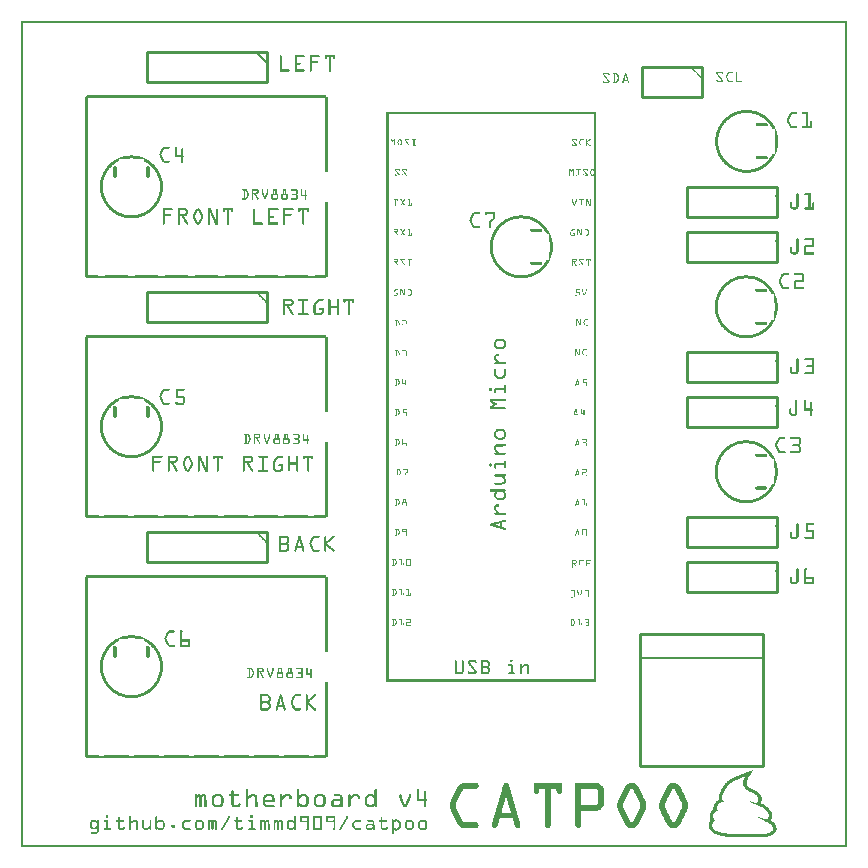
<source format=gto>
G04 MADE WITH FRITZING*
G04 WWW.FRITZING.ORG*
G04 DOUBLE SIDED*
G04 HOLES PLATED*
G04 CONTOUR ON CENTER OF CONTOUR VECTOR*
%ASAXBY*%
%FSLAX23Y23*%
%MOIN*%
%OFA0B0*%
%SFA1.0B1.0*%
%ADD10C,0.010000*%
%ADD11C,0.005000*%
%ADD12R,0.001000X0.001000*%
%LNSILK1*%
G90*
G70*
G54D10*
X2064Y272D02*
X2474Y272D01*
D02*
X2474Y272D02*
X2474Y712D01*
D02*
X2474Y712D02*
X2064Y712D01*
D02*
X2064Y712D02*
X2064Y272D01*
G54D11*
D02*
X2474Y632D02*
X2064Y632D01*
G54D10*
D02*
X2269Y2602D02*
X2069Y2602D01*
D02*
X2069Y2602D02*
X2069Y2502D01*
D02*
X2069Y2502D02*
X2269Y2502D01*
D02*
X2269Y2502D02*
X2269Y2602D01*
D02*
X2521Y1504D02*
X2221Y1504D01*
D02*
X2221Y1504D02*
X2221Y1404D01*
D02*
X2221Y1404D02*
X2521Y1404D01*
D02*
X2521Y1404D02*
X2521Y1504D01*
D02*
X2521Y954D02*
X2221Y954D01*
D02*
X2221Y954D02*
X2221Y854D01*
D02*
X2221Y854D02*
X2521Y854D01*
D02*
X2521Y854D02*
X2521Y954D01*
D02*
X2521Y1104D02*
X2221Y1104D01*
D02*
X2221Y1104D02*
X2221Y1004D01*
D02*
X2221Y1004D02*
X2521Y1004D01*
D02*
X2521Y1004D02*
X2521Y1104D01*
D02*
X2521Y1654D02*
X2221Y1654D01*
D02*
X2221Y1654D02*
X2221Y1554D01*
D02*
X2221Y1554D02*
X2521Y1554D01*
D02*
X2521Y1554D02*
X2521Y1654D01*
D02*
X2521Y2054D02*
X2221Y2054D01*
D02*
X2221Y2054D02*
X2221Y1954D01*
D02*
X2221Y1954D02*
X2521Y1954D01*
D02*
X2521Y1954D02*
X2521Y2054D01*
D02*
X2521Y2204D02*
X2221Y2204D01*
D02*
X2221Y2204D02*
X2221Y2104D01*
D02*
X2221Y2104D02*
X2521Y2104D01*
D02*
X2521Y2104D02*
X2521Y2204D01*
D02*
X819Y2652D02*
X419Y2652D01*
D02*
X419Y2652D02*
X419Y2552D01*
D02*
X419Y2552D02*
X819Y2552D01*
D02*
X819Y2552D02*
X819Y2652D01*
G54D11*
D02*
X784Y2652D02*
X819Y2617D01*
G54D10*
D02*
X819Y1852D02*
X419Y1852D01*
D02*
X419Y1852D02*
X419Y1752D01*
D02*
X419Y1752D02*
X819Y1752D01*
D02*
X819Y1752D02*
X819Y1852D01*
D02*
X819Y1052D02*
X419Y1052D01*
D02*
X419Y1052D02*
X419Y952D01*
D02*
X419Y952D02*
X819Y952D01*
D02*
X819Y952D02*
X819Y1052D01*
G54D12*
X0Y2756D02*
X2754Y2756D01*
X0Y2755D02*
X2754Y2755D01*
X0Y2754D02*
X2754Y2754D01*
X0Y2753D02*
X2754Y2753D01*
X0Y2752D02*
X2754Y2752D01*
X0Y2751D02*
X2754Y2751D01*
X0Y2750D02*
X2754Y2750D01*
X0Y2749D02*
X2754Y2749D01*
X0Y2748D02*
X7Y2748D01*
X2747Y2748D02*
X2754Y2748D01*
X0Y2747D02*
X7Y2747D01*
X2747Y2747D02*
X2754Y2747D01*
X0Y2746D02*
X7Y2746D01*
X2747Y2746D02*
X2754Y2746D01*
X0Y2745D02*
X7Y2745D01*
X2747Y2745D02*
X2754Y2745D01*
X0Y2744D02*
X7Y2744D01*
X2747Y2744D02*
X2754Y2744D01*
X0Y2743D02*
X7Y2743D01*
X2747Y2743D02*
X2754Y2743D01*
X0Y2742D02*
X7Y2742D01*
X2747Y2742D02*
X2754Y2742D01*
X0Y2741D02*
X7Y2741D01*
X2747Y2741D02*
X2754Y2741D01*
X0Y2740D02*
X7Y2740D01*
X2747Y2740D02*
X2754Y2740D01*
X0Y2739D02*
X7Y2739D01*
X2747Y2739D02*
X2754Y2739D01*
X0Y2738D02*
X7Y2738D01*
X2747Y2738D02*
X2754Y2738D01*
X0Y2737D02*
X7Y2737D01*
X2747Y2737D02*
X2754Y2737D01*
X0Y2736D02*
X7Y2736D01*
X2747Y2736D02*
X2754Y2736D01*
X0Y2735D02*
X7Y2735D01*
X2747Y2735D02*
X2754Y2735D01*
X0Y2734D02*
X7Y2734D01*
X2747Y2734D02*
X2754Y2734D01*
X0Y2733D02*
X7Y2733D01*
X2747Y2733D02*
X2754Y2733D01*
X0Y2732D02*
X7Y2732D01*
X2747Y2732D02*
X2754Y2732D01*
X0Y2731D02*
X7Y2731D01*
X2747Y2731D02*
X2754Y2731D01*
X0Y2730D02*
X7Y2730D01*
X2747Y2730D02*
X2754Y2730D01*
X0Y2729D02*
X7Y2729D01*
X2747Y2729D02*
X2754Y2729D01*
X0Y2728D02*
X7Y2728D01*
X2747Y2728D02*
X2754Y2728D01*
X0Y2727D02*
X7Y2727D01*
X2747Y2727D02*
X2754Y2727D01*
X0Y2726D02*
X7Y2726D01*
X2747Y2726D02*
X2754Y2726D01*
X0Y2725D02*
X7Y2725D01*
X2747Y2725D02*
X2754Y2725D01*
X0Y2724D02*
X7Y2724D01*
X2747Y2724D02*
X2754Y2724D01*
X0Y2723D02*
X7Y2723D01*
X2747Y2723D02*
X2754Y2723D01*
X0Y2722D02*
X7Y2722D01*
X2747Y2722D02*
X2754Y2722D01*
X0Y2721D02*
X7Y2721D01*
X2747Y2721D02*
X2754Y2721D01*
X0Y2720D02*
X7Y2720D01*
X2747Y2720D02*
X2754Y2720D01*
X0Y2719D02*
X7Y2719D01*
X2747Y2719D02*
X2754Y2719D01*
X0Y2718D02*
X7Y2718D01*
X2747Y2718D02*
X2754Y2718D01*
X0Y2717D02*
X7Y2717D01*
X2747Y2717D02*
X2754Y2717D01*
X0Y2716D02*
X7Y2716D01*
X2747Y2716D02*
X2754Y2716D01*
X0Y2715D02*
X7Y2715D01*
X2747Y2715D02*
X2754Y2715D01*
X0Y2714D02*
X7Y2714D01*
X2747Y2714D02*
X2754Y2714D01*
X0Y2713D02*
X7Y2713D01*
X2747Y2713D02*
X2754Y2713D01*
X0Y2712D02*
X7Y2712D01*
X2747Y2712D02*
X2754Y2712D01*
X0Y2711D02*
X7Y2711D01*
X2747Y2711D02*
X2754Y2711D01*
X0Y2710D02*
X7Y2710D01*
X2747Y2710D02*
X2754Y2710D01*
X0Y2709D02*
X7Y2709D01*
X2747Y2709D02*
X2754Y2709D01*
X0Y2708D02*
X7Y2708D01*
X2747Y2708D02*
X2754Y2708D01*
X0Y2707D02*
X7Y2707D01*
X2747Y2707D02*
X2754Y2707D01*
X0Y2706D02*
X7Y2706D01*
X2747Y2706D02*
X2754Y2706D01*
X0Y2705D02*
X7Y2705D01*
X2747Y2705D02*
X2754Y2705D01*
X0Y2704D02*
X7Y2704D01*
X2747Y2704D02*
X2754Y2704D01*
X0Y2703D02*
X7Y2703D01*
X2747Y2703D02*
X2754Y2703D01*
X0Y2702D02*
X7Y2702D01*
X2747Y2702D02*
X2754Y2702D01*
X0Y2701D02*
X7Y2701D01*
X2747Y2701D02*
X2754Y2701D01*
X0Y2700D02*
X7Y2700D01*
X2747Y2700D02*
X2754Y2700D01*
X0Y2699D02*
X7Y2699D01*
X2747Y2699D02*
X2754Y2699D01*
X0Y2698D02*
X7Y2698D01*
X2747Y2698D02*
X2754Y2698D01*
X0Y2697D02*
X7Y2697D01*
X2747Y2697D02*
X2754Y2697D01*
X0Y2696D02*
X7Y2696D01*
X2747Y2696D02*
X2754Y2696D01*
X0Y2695D02*
X7Y2695D01*
X2747Y2695D02*
X2754Y2695D01*
X0Y2694D02*
X7Y2694D01*
X2747Y2694D02*
X2754Y2694D01*
X0Y2693D02*
X7Y2693D01*
X2747Y2693D02*
X2754Y2693D01*
X0Y2692D02*
X7Y2692D01*
X2747Y2692D02*
X2754Y2692D01*
X0Y2691D02*
X7Y2691D01*
X2747Y2691D02*
X2754Y2691D01*
X0Y2690D02*
X7Y2690D01*
X2747Y2690D02*
X2754Y2690D01*
X0Y2689D02*
X7Y2689D01*
X2747Y2689D02*
X2754Y2689D01*
X0Y2688D02*
X7Y2688D01*
X2747Y2688D02*
X2754Y2688D01*
X0Y2687D02*
X7Y2687D01*
X2747Y2687D02*
X2754Y2687D01*
X0Y2686D02*
X7Y2686D01*
X2747Y2686D02*
X2754Y2686D01*
X0Y2685D02*
X7Y2685D01*
X2747Y2685D02*
X2754Y2685D01*
X0Y2684D02*
X7Y2684D01*
X2747Y2684D02*
X2754Y2684D01*
X0Y2683D02*
X7Y2683D01*
X2747Y2683D02*
X2754Y2683D01*
X0Y2682D02*
X7Y2682D01*
X2747Y2682D02*
X2754Y2682D01*
X0Y2681D02*
X7Y2681D01*
X2747Y2681D02*
X2754Y2681D01*
X0Y2680D02*
X7Y2680D01*
X2747Y2680D02*
X2754Y2680D01*
X0Y2679D02*
X7Y2679D01*
X2747Y2679D02*
X2754Y2679D01*
X0Y2678D02*
X7Y2678D01*
X2747Y2678D02*
X2754Y2678D01*
X0Y2677D02*
X7Y2677D01*
X2747Y2677D02*
X2754Y2677D01*
X0Y2676D02*
X7Y2676D01*
X2747Y2676D02*
X2754Y2676D01*
X0Y2675D02*
X7Y2675D01*
X2747Y2675D02*
X2754Y2675D01*
X0Y2674D02*
X7Y2674D01*
X2747Y2674D02*
X2754Y2674D01*
X0Y2673D02*
X7Y2673D01*
X2747Y2673D02*
X2754Y2673D01*
X0Y2672D02*
X7Y2672D01*
X2747Y2672D02*
X2754Y2672D01*
X0Y2671D02*
X7Y2671D01*
X2747Y2671D02*
X2754Y2671D01*
X0Y2670D02*
X7Y2670D01*
X2747Y2670D02*
X2754Y2670D01*
X0Y2669D02*
X7Y2669D01*
X2747Y2669D02*
X2754Y2669D01*
X0Y2668D02*
X7Y2668D01*
X2747Y2668D02*
X2754Y2668D01*
X0Y2667D02*
X7Y2667D01*
X2747Y2667D02*
X2754Y2667D01*
X0Y2666D02*
X7Y2666D01*
X2747Y2666D02*
X2754Y2666D01*
X0Y2665D02*
X7Y2665D01*
X2747Y2665D02*
X2754Y2665D01*
X0Y2664D02*
X7Y2664D01*
X2747Y2664D02*
X2754Y2664D01*
X0Y2663D02*
X7Y2663D01*
X2747Y2663D02*
X2754Y2663D01*
X0Y2662D02*
X7Y2662D01*
X2747Y2662D02*
X2754Y2662D01*
X0Y2661D02*
X7Y2661D01*
X2747Y2661D02*
X2754Y2661D01*
X0Y2660D02*
X7Y2660D01*
X2747Y2660D02*
X2754Y2660D01*
X0Y2659D02*
X7Y2659D01*
X2747Y2659D02*
X2754Y2659D01*
X0Y2658D02*
X7Y2658D01*
X2747Y2658D02*
X2754Y2658D01*
X0Y2657D02*
X7Y2657D01*
X2747Y2657D02*
X2754Y2657D01*
X0Y2656D02*
X7Y2656D01*
X2747Y2656D02*
X2754Y2656D01*
X0Y2655D02*
X7Y2655D01*
X2747Y2655D02*
X2754Y2655D01*
X0Y2654D02*
X7Y2654D01*
X2747Y2654D02*
X2754Y2654D01*
X0Y2653D02*
X7Y2653D01*
X2747Y2653D02*
X2754Y2653D01*
X0Y2652D02*
X7Y2652D01*
X2747Y2652D02*
X2754Y2652D01*
X0Y2651D02*
X7Y2651D01*
X2747Y2651D02*
X2754Y2651D01*
X0Y2650D02*
X7Y2650D01*
X2747Y2650D02*
X2754Y2650D01*
X0Y2649D02*
X7Y2649D01*
X2747Y2649D02*
X2754Y2649D01*
X0Y2648D02*
X7Y2648D01*
X2747Y2648D02*
X2754Y2648D01*
X0Y2647D02*
X7Y2647D01*
X2747Y2647D02*
X2754Y2647D01*
X0Y2646D02*
X7Y2646D01*
X2747Y2646D02*
X2754Y2646D01*
X0Y2645D02*
X7Y2645D01*
X2747Y2645D02*
X2754Y2645D01*
X0Y2644D02*
X7Y2644D01*
X2747Y2644D02*
X2754Y2644D01*
X0Y2643D02*
X7Y2643D01*
X2747Y2643D02*
X2754Y2643D01*
X0Y2642D02*
X7Y2642D01*
X2747Y2642D02*
X2754Y2642D01*
X0Y2641D02*
X7Y2641D01*
X865Y2641D02*
X867Y2641D01*
X913Y2641D02*
X945Y2641D01*
X964Y2641D02*
X995Y2641D01*
X1014Y2641D02*
X1047Y2641D01*
X2747Y2641D02*
X2754Y2641D01*
X0Y2640D02*
X7Y2640D01*
X864Y2640D02*
X868Y2640D01*
X913Y2640D02*
X946Y2640D01*
X964Y2640D02*
X996Y2640D01*
X1014Y2640D02*
X1047Y2640D01*
X2747Y2640D02*
X2754Y2640D01*
X0Y2639D02*
X7Y2639D01*
X863Y2639D02*
X869Y2639D01*
X913Y2639D02*
X947Y2639D01*
X964Y2639D02*
X997Y2639D01*
X1014Y2639D02*
X1047Y2639D01*
X2747Y2639D02*
X2754Y2639D01*
X0Y2638D02*
X7Y2638D01*
X863Y2638D02*
X869Y2638D01*
X913Y2638D02*
X947Y2638D01*
X964Y2638D02*
X997Y2638D01*
X1014Y2638D02*
X1047Y2638D01*
X2747Y2638D02*
X2754Y2638D01*
X0Y2637D02*
X7Y2637D01*
X863Y2637D02*
X869Y2637D01*
X913Y2637D02*
X947Y2637D01*
X964Y2637D02*
X997Y2637D01*
X1014Y2637D02*
X1047Y2637D01*
X2747Y2637D02*
X2754Y2637D01*
X0Y2636D02*
X7Y2636D01*
X863Y2636D02*
X869Y2636D01*
X913Y2636D02*
X946Y2636D01*
X964Y2636D02*
X996Y2636D01*
X1014Y2636D02*
X1047Y2636D01*
X2747Y2636D02*
X2754Y2636D01*
X0Y2635D02*
X7Y2635D01*
X863Y2635D02*
X869Y2635D01*
X913Y2635D02*
X945Y2635D01*
X964Y2635D02*
X995Y2635D01*
X1014Y2635D02*
X1047Y2635D01*
X2747Y2635D02*
X2754Y2635D01*
X0Y2634D02*
X7Y2634D01*
X863Y2634D02*
X869Y2634D01*
X913Y2634D02*
X919Y2634D01*
X964Y2634D02*
X970Y2634D01*
X1014Y2634D02*
X1020Y2634D01*
X1027Y2634D02*
X1034Y2634D01*
X1041Y2634D02*
X1047Y2634D01*
X2747Y2634D02*
X2754Y2634D01*
X0Y2633D02*
X7Y2633D01*
X863Y2633D02*
X869Y2633D01*
X913Y2633D02*
X919Y2633D01*
X964Y2633D02*
X970Y2633D01*
X1014Y2633D02*
X1020Y2633D01*
X1027Y2633D02*
X1034Y2633D01*
X1041Y2633D02*
X1047Y2633D01*
X2747Y2633D02*
X2754Y2633D01*
X0Y2632D02*
X7Y2632D01*
X863Y2632D02*
X869Y2632D01*
X913Y2632D02*
X919Y2632D01*
X964Y2632D02*
X970Y2632D01*
X1014Y2632D02*
X1020Y2632D01*
X1027Y2632D02*
X1034Y2632D01*
X1041Y2632D02*
X1047Y2632D01*
X2747Y2632D02*
X2754Y2632D01*
X0Y2631D02*
X7Y2631D01*
X863Y2631D02*
X869Y2631D01*
X913Y2631D02*
X919Y2631D01*
X964Y2631D02*
X970Y2631D01*
X1014Y2631D02*
X1020Y2631D01*
X1027Y2631D02*
X1034Y2631D01*
X1042Y2631D02*
X1047Y2631D01*
X2747Y2631D02*
X2754Y2631D01*
X0Y2630D02*
X7Y2630D01*
X863Y2630D02*
X869Y2630D01*
X913Y2630D02*
X919Y2630D01*
X964Y2630D02*
X970Y2630D01*
X1015Y2630D02*
X1019Y2630D01*
X1027Y2630D02*
X1034Y2630D01*
X1042Y2630D02*
X1047Y2630D01*
X2747Y2630D02*
X2754Y2630D01*
X0Y2629D02*
X7Y2629D01*
X863Y2629D02*
X869Y2629D01*
X913Y2629D02*
X919Y2629D01*
X964Y2629D02*
X970Y2629D01*
X1016Y2629D02*
X1018Y2629D01*
X1027Y2629D02*
X1034Y2629D01*
X1043Y2629D02*
X1045Y2629D01*
X2747Y2629D02*
X2754Y2629D01*
X0Y2628D02*
X7Y2628D01*
X863Y2628D02*
X869Y2628D01*
X913Y2628D02*
X919Y2628D01*
X964Y2628D02*
X970Y2628D01*
X1027Y2628D02*
X1034Y2628D01*
X2747Y2628D02*
X2754Y2628D01*
X0Y2627D02*
X7Y2627D01*
X863Y2627D02*
X869Y2627D01*
X913Y2627D02*
X919Y2627D01*
X964Y2627D02*
X970Y2627D01*
X1027Y2627D02*
X1034Y2627D01*
X2747Y2627D02*
X2754Y2627D01*
X0Y2626D02*
X7Y2626D01*
X863Y2626D02*
X869Y2626D01*
X913Y2626D02*
X919Y2626D01*
X964Y2626D02*
X970Y2626D01*
X1027Y2626D02*
X1034Y2626D01*
X2747Y2626D02*
X2754Y2626D01*
X0Y2625D02*
X7Y2625D01*
X863Y2625D02*
X869Y2625D01*
X913Y2625D02*
X919Y2625D01*
X964Y2625D02*
X970Y2625D01*
X1027Y2625D02*
X1034Y2625D01*
X2747Y2625D02*
X2754Y2625D01*
X0Y2624D02*
X7Y2624D01*
X863Y2624D02*
X869Y2624D01*
X913Y2624D02*
X919Y2624D01*
X964Y2624D02*
X970Y2624D01*
X1027Y2624D02*
X1034Y2624D01*
X2747Y2624D02*
X2754Y2624D01*
X0Y2623D02*
X7Y2623D01*
X863Y2623D02*
X869Y2623D01*
X913Y2623D02*
X919Y2623D01*
X964Y2623D02*
X989Y2623D01*
X1027Y2623D02*
X1034Y2623D01*
X2747Y2623D02*
X2754Y2623D01*
X0Y2622D02*
X7Y2622D01*
X863Y2622D02*
X869Y2622D01*
X913Y2622D02*
X919Y2622D01*
X964Y2622D02*
X990Y2622D01*
X1027Y2622D02*
X1034Y2622D01*
X2747Y2622D02*
X2754Y2622D01*
X0Y2621D02*
X7Y2621D01*
X863Y2621D02*
X869Y2621D01*
X913Y2621D02*
X919Y2621D01*
X964Y2621D02*
X990Y2621D01*
X1027Y2621D02*
X1034Y2621D01*
X2747Y2621D02*
X2754Y2621D01*
X0Y2620D02*
X7Y2620D01*
X863Y2620D02*
X869Y2620D01*
X913Y2620D02*
X919Y2620D01*
X964Y2620D02*
X990Y2620D01*
X1027Y2620D02*
X1034Y2620D01*
X2747Y2620D02*
X2754Y2620D01*
X0Y2619D02*
X7Y2619D01*
X863Y2619D02*
X869Y2619D01*
X913Y2619D02*
X919Y2619D01*
X964Y2619D02*
X990Y2619D01*
X1027Y2619D02*
X1034Y2619D01*
X2747Y2619D02*
X2754Y2619D01*
X0Y2618D02*
X7Y2618D01*
X863Y2618D02*
X869Y2618D01*
X913Y2618D02*
X920Y2618D01*
X964Y2618D02*
X989Y2618D01*
X1027Y2618D02*
X1034Y2618D01*
X2747Y2618D02*
X2754Y2618D01*
X0Y2617D02*
X7Y2617D01*
X863Y2617D02*
X869Y2617D01*
X913Y2617D02*
X932Y2617D01*
X964Y2617D02*
X988Y2617D01*
X1027Y2617D02*
X1034Y2617D01*
X2747Y2617D02*
X2754Y2617D01*
X0Y2616D02*
X7Y2616D01*
X863Y2616D02*
X869Y2616D01*
X913Y2616D02*
X933Y2616D01*
X964Y2616D02*
X970Y2616D01*
X1027Y2616D02*
X1034Y2616D01*
X2747Y2616D02*
X2754Y2616D01*
X0Y2615D02*
X7Y2615D01*
X863Y2615D02*
X869Y2615D01*
X913Y2615D02*
X933Y2615D01*
X964Y2615D02*
X970Y2615D01*
X1027Y2615D02*
X1034Y2615D01*
X2747Y2615D02*
X2754Y2615D01*
X0Y2614D02*
X7Y2614D01*
X863Y2614D02*
X869Y2614D01*
X913Y2614D02*
X933Y2614D01*
X964Y2614D02*
X970Y2614D01*
X1027Y2614D02*
X1034Y2614D01*
X2747Y2614D02*
X2754Y2614D01*
X0Y2613D02*
X7Y2613D01*
X863Y2613D02*
X869Y2613D01*
X913Y2613D02*
X933Y2613D01*
X964Y2613D02*
X970Y2613D01*
X1027Y2613D02*
X1034Y2613D01*
X2747Y2613D02*
X2754Y2613D01*
X0Y2612D02*
X7Y2612D01*
X863Y2612D02*
X869Y2612D01*
X913Y2612D02*
X932Y2612D01*
X964Y2612D02*
X970Y2612D01*
X1027Y2612D02*
X1034Y2612D01*
X2747Y2612D02*
X2754Y2612D01*
X0Y2611D02*
X7Y2611D01*
X863Y2611D02*
X869Y2611D01*
X913Y2611D02*
X930Y2611D01*
X964Y2611D02*
X970Y2611D01*
X1027Y2611D02*
X1034Y2611D01*
X2747Y2611D02*
X2754Y2611D01*
X0Y2610D02*
X7Y2610D01*
X863Y2610D02*
X869Y2610D01*
X913Y2610D02*
X919Y2610D01*
X964Y2610D02*
X970Y2610D01*
X1027Y2610D02*
X1034Y2610D01*
X2747Y2610D02*
X2754Y2610D01*
X0Y2609D02*
X7Y2609D01*
X863Y2609D02*
X869Y2609D01*
X913Y2609D02*
X919Y2609D01*
X964Y2609D02*
X970Y2609D01*
X1027Y2609D02*
X1034Y2609D01*
X2747Y2609D02*
X2754Y2609D01*
X0Y2608D02*
X7Y2608D01*
X863Y2608D02*
X869Y2608D01*
X913Y2608D02*
X919Y2608D01*
X964Y2608D02*
X970Y2608D01*
X1027Y2608D02*
X1034Y2608D01*
X2747Y2608D02*
X2754Y2608D01*
X0Y2607D02*
X7Y2607D01*
X863Y2607D02*
X869Y2607D01*
X913Y2607D02*
X919Y2607D01*
X964Y2607D02*
X970Y2607D01*
X1027Y2607D02*
X1034Y2607D01*
X2747Y2607D02*
X2754Y2607D01*
X0Y2606D02*
X7Y2606D01*
X863Y2606D02*
X869Y2606D01*
X913Y2606D02*
X919Y2606D01*
X964Y2606D02*
X970Y2606D01*
X1027Y2606D02*
X1034Y2606D01*
X2747Y2606D02*
X2754Y2606D01*
X0Y2605D02*
X7Y2605D01*
X863Y2605D02*
X869Y2605D01*
X913Y2605D02*
X919Y2605D01*
X964Y2605D02*
X970Y2605D01*
X1027Y2605D02*
X1034Y2605D01*
X2747Y2605D02*
X2754Y2605D01*
X0Y2604D02*
X7Y2604D01*
X863Y2604D02*
X869Y2604D01*
X913Y2604D02*
X919Y2604D01*
X964Y2604D02*
X970Y2604D01*
X1027Y2604D02*
X1034Y2604D01*
X2235Y2604D02*
X2235Y2604D01*
X2747Y2604D02*
X2754Y2604D01*
X0Y2603D02*
X7Y2603D01*
X863Y2603D02*
X869Y2603D01*
X913Y2603D02*
X919Y2603D01*
X964Y2603D02*
X970Y2603D01*
X1027Y2603D02*
X1034Y2603D01*
X2234Y2603D02*
X2236Y2603D01*
X2747Y2603D02*
X2754Y2603D01*
X0Y2602D02*
X7Y2602D01*
X863Y2602D02*
X869Y2602D01*
X913Y2602D02*
X919Y2602D01*
X964Y2602D02*
X970Y2602D01*
X1027Y2602D02*
X1034Y2602D01*
X2233Y2602D02*
X2237Y2602D01*
X2747Y2602D02*
X2754Y2602D01*
X0Y2601D02*
X7Y2601D01*
X863Y2601D02*
X869Y2601D01*
X913Y2601D02*
X919Y2601D01*
X964Y2601D02*
X970Y2601D01*
X1027Y2601D02*
X1034Y2601D01*
X2232Y2601D02*
X2238Y2601D01*
X2747Y2601D02*
X2754Y2601D01*
X0Y2600D02*
X7Y2600D01*
X863Y2600D02*
X869Y2600D01*
X913Y2600D02*
X919Y2600D01*
X964Y2600D02*
X970Y2600D01*
X1027Y2600D02*
X1034Y2600D01*
X2233Y2600D02*
X2239Y2600D01*
X2747Y2600D02*
X2754Y2600D01*
X0Y2599D02*
X7Y2599D01*
X863Y2599D02*
X869Y2599D01*
X913Y2599D02*
X919Y2599D01*
X964Y2599D02*
X970Y2599D01*
X1027Y2599D02*
X1034Y2599D01*
X2234Y2599D02*
X2240Y2599D01*
X2747Y2599D02*
X2754Y2599D01*
X0Y2598D02*
X7Y2598D01*
X863Y2598D02*
X869Y2598D01*
X913Y2598D02*
X919Y2598D01*
X964Y2598D02*
X970Y2598D01*
X1027Y2598D02*
X1034Y2598D01*
X2235Y2598D02*
X2241Y2598D01*
X2747Y2598D02*
X2754Y2598D01*
X0Y2597D02*
X7Y2597D01*
X863Y2597D02*
X869Y2597D01*
X913Y2597D02*
X919Y2597D01*
X964Y2597D02*
X970Y2597D01*
X1027Y2597D02*
X1034Y2597D01*
X2236Y2597D02*
X2242Y2597D01*
X2747Y2597D02*
X2754Y2597D01*
X0Y2596D02*
X7Y2596D01*
X863Y2596D02*
X869Y2596D01*
X913Y2596D02*
X919Y2596D01*
X964Y2596D02*
X970Y2596D01*
X1027Y2596D02*
X1034Y2596D01*
X2237Y2596D02*
X2243Y2596D01*
X2747Y2596D02*
X2754Y2596D01*
X0Y2595D02*
X7Y2595D01*
X863Y2595D02*
X869Y2595D01*
X913Y2595D02*
X919Y2595D01*
X964Y2595D02*
X970Y2595D01*
X1027Y2595D02*
X1034Y2595D01*
X2238Y2595D02*
X2244Y2595D01*
X2747Y2595D02*
X2754Y2595D01*
X0Y2594D02*
X7Y2594D01*
X863Y2594D02*
X895Y2594D01*
X913Y2594D02*
X945Y2594D01*
X964Y2594D02*
X970Y2594D01*
X1027Y2594D02*
X1034Y2594D01*
X2239Y2594D02*
X2245Y2594D01*
X2747Y2594D02*
X2754Y2594D01*
X0Y2593D02*
X7Y2593D01*
X863Y2593D02*
X896Y2593D01*
X913Y2593D02*
X946Y2593D01*
X964Y2593D02*
X970Y2593D01*
X1027Y2593D02*
X1034Y2593D01*
X2240Y2593D02*
X2246Y2593D01*
X2747Y2593D02*
X2754Y2593D01*
X0Y2592D02*
X7Y2592D01*
X863Y2592D02*
X897Y2592D01*
X913Y2592D02*
X947Y2592D01*
X964Y2592D02*
X970Y2592D01*
X1027Y2592D02*
X1034Y2592D01*
X2241Y2592D02*
X2247Y2592D01*
X2747Y2592D02*
X2754Y2592D01*
X0Y2591D02*
X7Y2591D01*
X863Y2591D02*
X897Y2591D01*
X913Y2591D02*
X947Y2591D01*
X964Y2591D02*
X970Y2591D01*
X1028Y2591D02*
X1033Y2591D01*
X2242Y2591D02*
X2248Y2591D01*
X2747Y2591D02*
X2754Y2591D01*
X0Y2590D02*
X7Y2590D01*
X863Y2590D02*
X897Y2590D01*
X913Y2590D02*
X947Y2590D01*
X964Y2590D02*
X969Y2590D01*
X1028Y2590D02*
X1033Y2590D01*
X2243Y2590D02*
X2249Y2590D01*
X2747Y2590D02*
X2754Y2590D01*
X0Y2589D02*
X7Y2589D01*
X863Y2589D02*
X896Y2589D01*
X913Y2589D02*
X946Y2589D01*
X964Y2589D02*
X969Y2589D01*
X1028Y2589D02*
X1033Y2589D01*
X2244Y2589D02*
X2250Y2589D01*
X2747Y2589D02*
X2754Y2589D01*
X0Y2588D02*
X7Y2588D01*
X863Y2588D02*
X895Y2588D01*
X913Y2588D02*
X945Y2588D01*
X965Y2588D02*
X968Y2588D01*
X1029Y2588D02*
X1032Y2588D01*
X2245Y2588D02*
X2251Y2588D01*
X2747Y2588D02*
X2754Y2588D01*
X0Y2587D02*
X7Y2587D01*
X2247Y2587D02*
X2252Y2587D01*
X2323Y2587D02*
X2335Y2587D01*
X2362Y2587D02*
X2371Y2587D01*
X2385Y2587D02*
X2386Y2587D01*
X2747Y2587D02*
X2754Y2587D01*
X0Y2586D02*
X7Y2586D01*
X2248Y2586D02*
X2253Y2586D01*
X2321Y2586D02*
X2337Y2586D01*
X2359Y2586D02*
X2372Y2586D01*
X2384Y2586D02*
X2387Y2586D01*
X2747Y2586D02*
X2754Y2586D01*
X0Y2585D02*
X7Y2585D01*
X2249Y2585D02*
X2254Y2585D01*
X2320Y2585D02*
X2339Y2585D01*
X2358Y2585D02*
X2373Y2585D01*
X2384Y2585D02*
X2387Y2585D01*
X2747Y2585D02*
X2754Y2585D01*
X0Y2584D02*
X7Y2584D01*
X2250Y2584D02*
X2255Y2584D01*
X2319Y2584D02*
X2339Y2584D01*
X2357Y2584D02*
X2372Y2584D01*
X2384Y2584D02*
X2387Y2584D01*
X2747Y2584D02*
X2754Y2584D01*
X0Y2583D02*
X7Y2583D01*
X1943Y2583D02*
X1959Y2583D01*
X1974Y2583D02*
X1986Y2583D01*
X2015Y2583D02*
X2017Y2583D01*
X2251Y2583D02*
X2256Y2583D01*
X2319Y2583D02*
X2340Y2583D01*
X2357Y2583D02*
X2372Y2583D01*
X2384Y2583D02*
X2387Y2583D01*
X2747Y2583D02*
X2754Y2583D01*
X0Y2582D02*
X7Y2582D01*
X1942Y2582D02*
X1960Y2582D01*
X1973Y2582D02*
X1987Y2582D01*
X2015Y2582D02*
X2018Y2582D01*
X2252Y2582D02*
X2257Y2582D01*
X2319Y2582D02*
X2322Y2582D01*
X2336Y2582D02*
X2340Y2582D01*
X2356Y2582D02*
X2361Y2582D01*
X2384Y2582D02*
X2387Y2582D01*
X2747Y2582D02*
X2754Y2582D01*
X0Y2581D02*
X7Y2581D01*
X1941Y2581D02*
X1961Y2581D01*
X1973Y2581D02*
X1988Y2581D01*
X2014Y2581D02*
X2018Y2581D01*
X2253Y2581D02*
X2258Y2581D01*
X2319Y2581D02*
X2323Y2581D01*
X2337Y2581D02*
X2340Y2581D01*
X2356Y2581D02*
X2360Y2581D01*
X2384Y2581D02*
X2387Y2581D01*
X2747Y2581D02*
X2754Y2581D01*
X0Y2580D02*
X7Y2580D01*
X1941Y2580D02*
X1962Y2580D01*
X1974Y2580D02*
X1989Y2580D01*
X2014Y2580D02*
X2019Y2580D01*
X2253Y2580D02*
X2259Y2580D01*
X2319Y2580D02*
X2324Y2580D01*
X2337Y2580D02*
X2340Y2580D01*
X2355Y2580D02*
X2359Y2580D01*
X2384Y2580D02*
X2387Y2580D01*
X2747Y2580D02*
X2754Y2580D01*
X0Y2579D02*
X7Y2579D01*
X1941Y2579D02*
X1945Y2579D01*
X1958Y2579D02*
X1962Y2579D01*
X1977Y2579D02*
X1982Y2579D01*
X1984Y2579D02*
X1989Y2579D01*
X2014Y2579D02*
X2019Y2579D01*
X2254Y2579D02*
X2260Y2579D01*
X2320Y2579D02*
X2324Y2579D01*
X2338Y2579D02*
X2339Y2579D01*
X2355Y2579D02*
X2359Y2579D01*
X2384Y2579D02*
X2387Y2579D01*
X2747Y2579D02*
X2754Y2579D01*
X0Y2578D02*
X7Y2578D01*
X1941Y2578D02*
X1945Y2578D01*
X1958Y2578D02*
X1962Y2578D01*
X1978Y2578D02*
X1981Y2578D01*
X1986Y2578D02*
X1990Y2578D01*
X2014Y2578D02*
X2019Y2578D01*
X2255Y2578D02*
X2261Y2578D01*
X2320Y2578D02*
X2325Y2578D01*
X2354Y2578D02*
X2358Y2578D01*
X2384Y2578D02*
X2387Y2578D01*
X2747Y2578D02*
X2754Y2578D01*
X0Y2577D02*
X7Y2577D01*
X1941Y2577D02*
X1945Y2577D01*
X1959Y2577D02*
X1962Y2577D01*
X1978Y2577D02*
X1981Y2577D01*
X1986Y2577D02*
X1990Y2577D01*
X2013Y2577D02*
X2020Y2577D01*
X2256Y2577D02*
X2262Y2577D01*
X2321Y2577D02*
X2326Y2577D01*
X2354Y2577D02*
X2358Y2577D01*
X2384Y2577D02*
X2387Y2577D01*
X2747Y2577D02*
X2754Y2577D01*
X0Y2576D02*
X7Y2576D01*
X1941Y2576D02*
X1946Y2576D01*
X1959Y2576D02*
X1961Y2576D01*
X1978Y2576D02*
X1981Y2576D01*
X1987Y2576D02*
X1991Y2576D01*
X2013Y2576D02*
X2020Y2576D01*
X2257Y2576D02*
X2263Y2576D01*
X2322Y2576D02*
X2327Y2576D01*
X2353Y2576D02*
X2357Y2576D01*
X2384Y2576D02*
X2387Y2576D01*
X2747Y2576D02*
X2754Y2576D01*
X0Y2575D02*
X7Y2575D01*
X1942Y2575D02*
X1947Y2575D01*
X1978Y2575D02*
X1981Y2575D01*
X1987Y2575D02*
X1991Y2575D01*
X2013Y2575D02*
X2020Y2575D01*
X2258Y2575D02*
X2264Y2575D01*
X2323Y2575D02*
X2328Y2575D01*
X2353Y2575D02*
X2357Y2575D01*
X2384Y2575D02*
X2387Y2575D01*
X2747Y2575D02*
X2754Y2575D01*
X0Y2574D02*
X7Y2574D01*
X1943Y2574D02*
X1948Y2574D01*
X1978Y2574D02*
X1981Y2574D01*
X1988Y2574D02*
X1992Y2574D01*
X2012Y2574D02*
X2020Y2574D01*
X2259Y2574D02*
X2265Y2574D01*
X2324Y2574D02*
X2328Y2574D01*
X2352Y2574D02*
X2356Y2574D01*
X2384Y2574D02*
X2387Y2574D01*
X2747Y2574D02*
X2754Y2574D01*
X0Y2573D02*
X7Y2573D01*
X1944Y2573D02*
X1948Y2573D01*
X1978Y2573D02*
X1981Y2573D01*
X1988Y2573D02*
X1992Y2573D01*
X2012Y2573D02*
X2021Y2573D01*
X2260Y2573D02*
X2266Y2573D01*
X2324Y2573D02*
X2329Y2573D01*
X2352Y2573D02*
X2356Y2573D01*
X2384Y2573D02*
X2387Y2573D01*
X2747Y2573D02*
X2754Y2573D01*
X0Y2572D02*
X7Y2572D01*
X1944Y2572D02*
X1949Y2572D01*
X1978Y2572D02*
X1981Y2572D01*
X1989Y2572D02*
X1993Y2572D01*
X2012Y2572D02*
X2015Y2572D01*
X2017Y2572D02*
X2021Y2572D01*
X2261Y2572D02*
X2267Y2572D01*
X2325Y2572D02*
X2330Y2572D01*
X2352Y2572D02*
X2355Y2572D01*
X2384Y2572D02*
X2387Y2572D01*
X2747Y2572D02*
X2754Y2572D01*
X0Y2571D02*
X7Y2571D01*
X1945Y2571D02*
X1950Y2571D01*
X1978Y2571D02*
X1981Y2571D01*
X1989Y2571D02*
X1993Y2571D01*
X2011Y2571D02*
X2015Y2571D01*
X2018Y2571D02*
X2021Y2571D01*
X2262Y2571D02*
X2268Y2571D01*
X2326Y2571D02*
X2331Y2571D01*
X2351Y2571D02*
X2355Y2571D01*
X2384Y2571D02*
X2387Y2571D01*
X2747Y2571D02*
X2754Y2571D01*
X0Y2570D02*
X7Y2570D01*
X1946Y2570D02*
X1951Y2570D01*
X1978Y2570D02*
X1981Y2570D01*
X1990Y2570D02*
X1994Y2570D01*
X2011Y2570D02*
X2015Y2570D01*
X2018Y2570D02*
X2022Y2570D01*
X2263Y2570D02*
X2269Y2570D01*
X2327Y2570D02*
X2331Y2570D01*
X2351Y2570D02*
X2355Y2570D01*
X2384Y2570D02*
X2387Y2570D01*
X2747Y2570D02*
X2754Y2570D01*
X0Y2569D02*
X7Y2569D01*
X1947Y2569D02*
X1952Y2569D01*
X1978Y2569D02*
X1981Y2569D01*
X1990Y2569D02*
X1994Y2569D01*
X2011Y2569D02*
X2015Y2569D01*
X2018Y2569D02*
X2022Y2569D01*
X2264Y2569D02*
X2268Y2569D01*
X2327Y2569D02*
X2332Y2569D01*
X2351Y2569D02*
X2355Y2569D01*
X2384Y2569D02*
X2387Y2569D01*
X2747Y2569D02*
X2754Y2569D01*
X0Y2568D02*
X7Y2568D01*
X1948Y2568D02*
X1952Y2568D01*
X1978Y2568D02*
X1981Y2568D01*
X1991Y2568D02*
X1994Y2568D01*
X2011Y2568D02*
X2014Y2568D01*
X2018Y2568D02*
X2022Y2568D01*
X2265Y2568D02*
X2267Y2568D01*
X2328Y2568D02*
X2333Y2568D01*
X2351Y2568D02*
X2355Y2568D01*
X2384Y2568D02*
X2387Y2568D01*
X2747Y2568D02*
X2754Y2568D01*
X0Y2567D02*
X7Y2567D01*
X1948Y2567D02*
X1953Y2567D01*
X1978Y2567D02*
X1981Y2567D01*
X1991Y2567D02*
X1995Y2567D01*
X2010Y2567D02*
X2014Y2567D01*
X2019Y2567D02*
X2022Y2567D01*
X2266Y2567D02*
X2266Y2567D01*
X2329Y2567D02*
X2334Y2567D01*
X2352Y2567D02*
X2355Y2567D01*
X2384Y2567D02*
X2387Y2567D01*
X2747Y2567D02*
X2754Y2567D01*
X0Y2566D02*
X7Y2566D01*
X1949Y2566D02*
X1954Y2566D01*
X1978Y2566D02*
X1981Y2566D01*
X1991Y2566D02*
X1995Y2566D01*
X2010Y2566D02*
X2014Y2566D01*
X2019Y2566D02*
X2023Y2566D01*
X2330Y2566D02*
X2335Y2566D01*
X2352Y2566D02*
X2356Y2566D01*
X2384Y2566D02*
X2387Y2566D01*
X2747Y2566D02*
X2754Y2566D01*
X0Y2565D02*
X7Y2565D01*
X1950Y2565D02*
X1955Y2565D01*
X1978Y2565D02*
X1981Y2565D01*
X1991Y2565D02*
X1994Y2565D01*
X2010Y2565D02*
X2013Y2565D01*
X2019Y2565D02*
X2023Y2565D01*
X2331Y2565D02*
X2335Y2565D01*
X2352Y2565D02*
X2356Y2565D01*
X2384Y2565D02*
X2387Y2565D01*
X2747Y2565D02*
X2754Y2565D01*
X0Y2564D02*
X7Y2564D01*
X1951Y2564D02*
X1955Y2564D01*
X1978Y2564D02*
X1981Y2564D01*
X1991Y2564D02*
X1994Y2564D01*
X2009Y2564D02*
X2013Y2564D01*
X2020Y2564D02*
X2023Y2564D01*
X2331Y2564D02*
X2336Y2564D01*
X2353Y2564D02*
X2357Y2564D01*
X2384Y2564D02*
X2387Y2564D01*
X2747Y2564D02*
X2754Y2564D01*
X0Y2563D02*
X7Y2563D01*
X1951Y2563D02*
X1956Y2563D01*
X1978Y2563D02*
X1981Y2563D01*
X1990Y2563D02*
X1994Y2563D01*
X2009Y2563D02*
X2013Y2563D01*
X2020Y2563D02*
X2024Y2563D01*
X2332Y2563D02*
X2337Y2563D01*
X2353Y2563D02*
X2357Y2563D01*
X2384Y2563D02*
X2387Y2563D01*
X2747Y2563D02*
X2754Y2563D01*
X0Y2562D02*
X7Y2562D01*
X1952Y2562D02*
X1957Y2562D01*
X1978Y2562D02*
X1981Y2562D01*
X1990Y2562D02*
X1994Y2562D01*
X2009Y2562D02*
X2013Y2562D01*
X2020Y2562D02*
X2024Y2562D01*
X2333Y2562D02*
X2338Y2562D01*
X2354Y2562D02*
X2358Y2562D01*
X2384Y2562D02*
X2387Y2562D01*
X2747Y2562D02*
X2754Y2562D01*
X0Y2561D02*
X7Y2561D01*
X1953Y2561D02*
X1958Y2561D01*
X1978Y2561D02*
X1981Y2561D01*
X1989Y2561D02*
X1993Y2561D01*
X2009Y2561D02*
X2013Y2561D01*
X2020Y2561D02*
X2024Y2561D01*
X2334Y2561D02*
X2338Y2561D01*
X2354Y2561D02*
X2358Y2561D01*
X2384Y2561D02*
X2387Y2561D01*
X2747Y2561D02*
X2754Y2561D01*
X0Y2560D02*
X7Y2560D01*
X1954Y2560D02*
X1959Y2560D01*
X1978Y2560D02*
X1981Y2560D01*
X1989Y2560D02*
X1993Y2560D01*
X2008Y2560D02*
X2025Y2560D01*
X2320Y2560D02*
X2321Y2560D01*
X2334Y2560D02*
X2339Y2560D01*
X2355Y2560D02*
X2359Y2560D01*
X2384Y2560D02*
X2387Y2560D01*
X2747Y2560D02*
X2754Y2560D01*
X0Y2559D02*
X7Y2559D01*
X1955Y2559D02*
X1959Y2559D01*
X1978Y2559D02*
X1981Y2559D01*
X1988Y2559D02*
X1992Y2559D01*
X2008Y2559D02*
X2025Y2559D01*
X2319Y2559D02*
X2322Y2559D01*
X2335Y2559D02*
X2340Y2559D01*
X2355Y2559D02*
X2359Y2559D01*
X2384Y2559D02*
X2387Y2559D01*
X2747Y2559D02*
X2754Y2559D01*
X0Y2558D02*
X7Y2558D01*
X1955Y2558D02*
X1960Y2558D01*
X1978Y2558D02*
X1981Y2558D01*
X1988Y2558D02*
X1992Y2558D01*
X2008Y2558D02*
X2025Y2558D01*
X2319Y2558D02*
X2322Y2558D01*
X2336Y2558D02*
X2340Y2558D01*
X2356Y2558D02*
X2360Y2558D01*
X2384Y2558D02*
X2387Y2558D01*
X2747Y2558D02*
X2754Y2558D01*
X0Y2557D02*
X7Y2557D01*
X1956Y2557D02*
X1961Y2557D01*
X1978Y2557D02*
X1981Y2557D01*
X1987Y2557D02*
X1991Y2557D01*
X2007Y2557D02*
X2025Y2557D01*
X2319Y2557D02*
X2323Y2557D01*
X2336Y2557D02*
X2340Y2557D01*
X2356Y2557D02*
X2361Y2557D01*
X2384Y2557D02*
X2387Y2557D01*
X2747Y2557D02*
X2754Y2557D01*
X0Y2556D02*
X7Y2556D01*
X1941Y2556D02*
X1944Y2556D01*
X1957Y2556D02*
X1961Y2556D01*
X1978Y2556D02*
X1981Y2556D01*
X1987Y2556D02*
X1991Y2556D01*
X2007Y2556D02*
X2011Y2556D01*
X2022Y2556D02*
X2026Y2556D01*
X2319Y2556D02*
X2340Y2556D01*
X2357Y2556D02*
X2372Y2556D01*
X2384Y2556D02*
X2404Y2556D01*
X2747Y2556D02*
X2754Y2556D01*
X0Y2555D02*
X7Y2555D01*
X1941Y2555D02*
X1944Y2555D01*
X1958Y2555D02*
X1962Y2555D01*
X1978Y2555D02*
X1981Y2555D01*
X1986Y2555D02*
X1990Y2555D01*
X2007Y2555D02*
X2011Y2555D01*
X2022Y2555D02*
X2026Y2555D01*
X2320Y2555D02*
X2340Y2555D01*
X2357Y2555D02*
X2373Y2555D01*
X2384Y2555D02*
X2405Y2555D01*
X2747Y2555D02*
X2754Y2555D01*
X0Y2554D02*
X7Y2554D01*
X1941Y2554D02*
X1945Y2554D01*
X1958Y2554D02*
X1962Y2554D01*
X1978Y2554D02*
X1981Y2554D01*
X1985Y2554D02*
X1990Y2554D01*
X2006Y2554D02*
X2010Y2554D01*
X2023Y2554D02*
X2026Y2554D01*
X2321Y2554D02*
X2339Y2554D01*
X2358Y2554D02*
X2373Y2554D01*
X2384Y2554D02*
X2405Y2554D01*
X2747Y2554D02*
X2754Y2554D01*
X0Y2553D02*
X7Y2553D01*
X1941Y2553D02*
X1962Y2553D01*
X1975Y2553D02*
X1989Y2553D01*
X2006Y2553D02*
X2010Y2553D01*
X2023Y2553D02*
X2027Y2553D01*
X2322Y2553D02*
X2338Y2553D01*
X2360Y2553D02*
X2372Y2553D01*
X2384Y2553D02*
X2405Y2553D01*
X2747Y2553D02*
X2754Y2553D01*
X0Y2552D02*
X7Y2552D01*
X1941Y2552D02*
X1962Y2552D01*
X1974Y2552D02*
X1989Y2552D01*
X2006Y2552D02*
X2010Y2552D01*
X2023Y2552D02*
X2027Y2552D01*
X2747Y2552D02*
X2754Y2552D01*
X0Y2551D02*
X7Y2551D01*
X1942Y2551D02*
X1961Y2551D01*
X1973Y2551D02*
X1988Y2551D01*
X2006Y2551D02*
X2009Y2551D01*
X2023Y2551D02*
X2027Y2551D01*
X2747Y2551D02*
X2754Y2551D01*
X0Y2550D02*
X7Y2550D01*
X1943Y2550D02*
X1960Y2550D01*
X1973Y2550D02*
X1987Y2550D01*
X2006Y2550D02*
X2009Y2550D01*
X2024Y2550D02*
X2027Y2550D01*
X2747Y2550D02*
X2754Y2550D01*
X0Y2549D02*
X7Y2549D01*
X1945Y2549D02*
X1959Y2549D01*
X1974Y2549D02*
X1985Y2549D01*
X2007Y2549D02*
X2008Y2549D01*
X2025Y2549D02*
X2026Y2549D01*
X2747Y2549D02*
X2754Y2549D01*
X0Y2548D02*
X7Y2548D01*
X2747Y2548D02*
X2754Y2548D01*
X0Y2547D02*
X7Y2547D01*
X2747Y2547D02*
X2754Y2547D01*
X0Y2546D02*
X7Y2546D01*
X2747Y2546D02*
X2754Y2546D01*
X0Y2545D02*
X7Y2545D01*
X2747Y2545D02*
X2754Y2545D01*
X0Y2544D02*
X7Y2544D01*
X2747Y2544D02*
X2754Y2544D01*
X0Y2543D02*
X7Y2543D01*
X2747Y2543D02*
X2754Y2543D01*
X0Y2542D02*
X7Y2542D01*
X2747Y2542D02*
X2754Y2542D01*
X0Y2541D02*
X7Y2541D01*
X2747Y2541D02*
X2754Y2541D01*
X0Y2540D02*
X7Y2540D01*
X2747Y2540D02*
X2754Y2540D01*
X0Y2539D02*
X7Y2539D01*
X2747Y2539D02*
X2754Y2539D01*
X0Y2538D02*
X7Y2538D01*
X2747Y2538D02*
X2754Y2538D01*
X0Y2537D02*
X7Y2537D01*
X2747Y2537D02*
X2754Y2537D01*
X0Y2536D02*
X7Y2536D01*
X2747Y2536D02*
X2754Y2536D01*
X0Y2535D02*
X7Y2535D01*
X2747Y2535D02*
X2754Y2535D01*
X0Y2534D02*
X7Y2534D01*
X2747Y2534D02*
X2754Y2534D01*
X0Y2533D02*
X7Y2533D01*
X2747Y2533D02*
X2754Y2533D01*
X0Y2532D02*
X7Y2532D01*
X2747Y2532D02*
X2754Y2532D01*
X0Y2531D02*
X7Y2531D01*
X2747Y2531D02*
X2754Y2531D01*
X0Y2530D02*
X7Y2530D01*
X2747Y2530D02*
X2754Y2530D01*
X0Y2529D02*
X7Y2529D01*
X2747Y2529D02*
X2754Y2529D01*
X0Y2528D02*
X7Y2528D01*
X2747Y2528D02*
X2754Y2528D01*
X0Y2527D02*
X7Y2527D01*
X2747Y2527D02*
X2754Y2527D01*
X0Y2526D02*
X7Y2526D01*
X2747Y2526D02*
X2754Y2526D01*
X0Y2525D02*
X7Y2525D01*
X2747Y2525D02*
X2754Y2525D01*
X0Y2524D02*
X7Y2524D01*
X2747Y2524D02*
X2754Y2524D01*
X0Y2523D02*
X7Y2523D01*
X2747Y2523D02*
X2754Y2523D01*
X0Y2522D02*
X7Y2522D01*
X2747Y2522D02*
X2754Y2522D01*
X0Y2521D02*
X7Y2521D01*
X2747Y2521D02*
X2754Y2521D01*
X0Y2520D02*
X7Y2520D01*
X2747Y2520D02*
X2754Y2520D01*
X0Y2519D02*
X7Y2519D01*
X2747Y2519D02*
X2754Y2519D01*
X0Y2518D02*
X7Y2518D01*
X2747Y2518D02*
X2754Y2518D01*
X0Y2517D02*
X7Y2517D01*
X2747Y2517D02*
X2754Y2517D01*
X0Y2516D02*
X7Y2516D01*
X2747Y2516D02*
X2754Y2516D01*
X0Y2515D02*
X7Y2515D01*
X2747Y2515D02*
X2754Y2515D01*
X0Y2514D02*
X7Y2514D01*
X2747Y2514D02*
X2754Y2514D01*
X0Y2513D02*
X7Y2513D01*
X2747Y2513D02*
X2754Y2513D01*
X0Y2512D02*
X7Y2512D01*
X2747Y2512D02*
X2754Y2512D01*
X0Y2511D02*
X7Y2511D01*
X2747Y2511D02*
X2754Y2511D01*
X0Y2510D02*
X7Y2510D01*
X2747Y2510D02*
X2754Y2510D01*
X0Y2509D02*
X7Y2509D01*
X2747Y2509D02*
X2754Y2509D01*
X0Y2508D02*
X7Y2508D01*
X220Y2508D02*
X1018Y2508D01*
X2747Y2508D02*
X2754Y2508D01*
X0Y2507D02*
X7Y2507D01*
X219Y2507D02*
X1018Y2507D01*
X2747Y2507D02*
X2754Y2507D01*
X0Y2506D02*
X7Y2506D01*
X219Y2506D02*
X1018Y2506D01*
X2747Y2506D02*
X2754Y2506D01*
X0Y2505D02*
X7Y2505D01*
X219Y2505D02*
X1018Y2505D01*
X2747Y2505D02*
X2754Y2505D01*
X0Y2504D02*
X7Y2504D01*
X219Y2504D02*
X1018Y2504D01*
X2747Y2504D02*
X2754Y2504D01*
X0Y2503D02*
X7Y2503D01*
X215Y2503D02*
X1023Y2503D01*
X2747Y2503D02*
X2754Y2503D01*
X0Y2502D02*
X7Y2502D01*
X214Y2502D02*
X1023Y2502D01*
X2747Y2502D02*
X2754Y2502D01*
X0Y2501D02*
X7Y2501D01*
X214Y2501D02*
X1023Y2501D01*
X2747Y2501D02*
X2754Y2501D01*
X0Y2500D02*
X7Y2500D01*
X214Y2500D02*
X1023Y2500D01*
X2747Y2500D02*
X2754Y2500D01*
X0Y2499D02*
X7Y2499D01*
X214Y2499D02*
X261Y2499D01*
X277Y2499D02*
X361Y2499D01*
X377Y2499D02*
X460Y2499D01*
X477Y2499D02*
X560Y2499D01*
X577Y2499D02*
X660Y2499D01*
X677Y2499D02*
X760Y2499D01*
X777Y2499D02*
X860Y2499D01*
X877Y2499D02*
X921Y2499D01*
X1016Y2499D02*
X1023Y2499D01*
X2747Y2499D02*
X2754Y2499D01*
X0Y2498D02*
X7Y2498D01*
X214Y2498D02*
X223Y2498D01*
X1016Y2498D02*
X1023Y2498D01*
X2747Y2498D02*
X2754Y2498D01*
X0Y2497D02*
X7Y2497D01*
X214Y2497D02*
X223Y2497D01*
X1016Y2497D02*
X1023Y2497D01*
X2747Y2497D02*
X2754Y2497D01*
X0Y2496D02*
X7Y2496D01*
X214Y2496D02*
X223Y2496D01*
X1016Y2496D02*
X1023Y2496D01*
X2747Y2496D02*
X2754Y2496D01*
X0Y2495D02*
X7Y2495D01*
X214Y2495D02*
X223Y2495D01*
X1016Y2495D02*
X1023Y2495D01*
X2747Y2495D02*
X2754Y2495D01*
X0Y2494D02*
X7Y2494D01*
X214Y2494D02*
X223Y2494D01*
X1016Y2494D02*
X1023Y2494D01*
X2747Y2494D02*
X2754Y2494D01*
X0Y2493D02*
X7Y2493D01*
X214Y2493D02*
X223Y2493D01*
X1016Y2493D02*
X1023Y2493D01*
X2747Y2493D02*
X2754Y2493D01*
X0Y2492D02*
X7Y2492D01*
X214Y2492D02*
X223Y2492D01*
X1016Y2492D02*
X1023Y2492D01*
X2747Y2492D02*
X2754Y2492D01*
X0Y2491D02*
X7Y2491D01*
X214Y2491D02*
X223Y2491D01*
X1016Y2491D02*
X1023Y2491D01*
X2747Y2491D02*
X2754Y2491D01*
X0Y2490D02*
X7Y2490D01*
X214Y2490D02*
X223Y2490D01*
X1016Y2490D02*
X1023Y2490D01*
X2747Y2490D02*
X2754Y2490D01*
X0Y2489D02*
X7Y2489D01*
X214Y2489D02*
X223Y2489D01*
X1016Y2489D02*
X1023Y2489D01*
X2747Y2489D02*
X2754Y2489D01*
X0Y2488D02*
X7Y2488D01*
X214Y2488D02*
X223Y2488D01*
X1016Y2488D02*
X1023Y2488D01*
X2747Y2488D02*
X2754Y2488D01*
X0Y2487D02*
X7Y2487D01*
X214Y2487D02*
X223Y2487D01*
X1016Y2487D02*
X1023Y2487D01*
X2747Y2487D02*
X2754Y2487D01*
X0Y2486D02*
X7Y2486D01*
X214Y2486D02*
X223Y2486D01*
X1016Y2486D02*
X1023Y2486D01*
X2747Y2486D02*
X2754Y2486D01*
X0Y2485D02*
X7Y2485D01*
X214Y2485D02*
X223Y2485D01*
X1016Y2485D02*
X1023Y2485D01*
X2747Y2485D02*
X2754Y2485D01*
X0Y2484D02*
X7Y2484D01*
X214Y2484D02*
X223Y2484D01*
X1016Y2484D02*
X1023Y2484D01*
X2747Y2484D02*
X2754Y2484D01*
X0Y2483D02*
X7Y2483D01*
X214Y2483D02*
X223Y2483D01*
X1016Y2483D02*
X1023Y2483D01*
X2747Y2483D02*
X2754Y2483D01*
X0Y2482D02*
X7Y2482D01*
X214Y2482D02*
X223Y2482D01*
X1016Y2482D02*
X1023Y2482D01*
X2747Y2482D02*
X2754Y2482D01*
X0Y2481D02*
X7Y2481D01*
X214Y2481D02*
X223Y2481D01*
X1016Y2481D02*
X1023Y2481D01*
X2747Y2481D02*
X2754Y2481D01*
X0Y2480D02*
X7Y2480D01*
X214Y2480D02*
X223Y2480D01*
X1016Y2480D02*
X1023Y2480D01*
X2747Y2480D02*
X2754Y2480D01*
X0Y2479D02*
X7Y2479D01*
X214Y2479D02*
X223Y2479D01*
X1016Y2479D02*
X1023Y2479D01*
X2747Y2479D02*
X2754Y2479D01*
X0Y2478D02*
X7Y2478D01*
X214Y2478D02*
X223Y2478D01*
X1016Y2478D02*
X1023Y2478D01*
X2747Y2478D02*
X2754Y2478D01*
X0Y2477D02*
X7Y2477D01*
X214Y2477D02*
X223Y2477D01*
X1016Y2477D02*
X1023Y2477D01*
X2747Y2477D02*
X2754Y2477D01*
X0Y2476D02*
X7Y2476D01*
X214Y2476D02*
X223Y2476D01*
X1016Y2476D02*
X1023Y2476D01*
X2747Y2476D02*
X2754Y2476D01*
X0Y2475D02*
X7Y2475D01*
X214Y2475D02*
X223Y2475D01*
X1016Y2475D02*
X1023Y2475D01*
X2747Y2475D02*
X2754Y2475D01*
X0Y2474D02*
X7Y2474D01*
X214Y2474D02*
X223Y2474D01*
X1016Y2474D02*
X1023Y2474D01*
X2747Y2474D02*
X2754Y2474D01*
X0Y2473D02*
X7Y2473D01*
X214Y2473D02*
X223Y2473D01*
X1016Y2473D02*
X1023Y2473D01*
X2747Y2473D02*
X2754Y2473D01*
X0Y2472D02*
X7Y2472D01*
X214Y2472D02*
X223Y2472D01*
X1016Y2472D02*
X1023Y2472D01*
X2747Y2472D02*
X2754Y2472D01*
X0Y2471D02*
X7Y2471D01*
X214Y2471D02*
X223Y2471D01*
X1016Y2471D02*
X1023Y2471D01*
X2747Y2471D02*
X2754Y2471D01*
X0Y2470D02*
X7Y2470D01*
X214Y2470D02*
X223Y2470D01*
X1016Y2470D02*
X1023Y2470D01*
X2747Y2470D02*
X2754Y2470D01*
X0Y2469D02*
X7Y2469D01*
X214Y2469D02*
X223Y2469D01*
X1016Y2469D02*
X1023Y2469D01*
X2747Y2469D02*
X2754Y2469D01*
X0Y2468D02*
X7Y2468D01*
X214Y2468D02*
X223Y2468D01*
X1016Y2468D02*
X1023Y2468D01*
X2747Y2468D02*
X2754Y2468D01*
X0Y2467D02*
X7Y2467D01*
X214Y2467D02*
X223Y2467D01*
X1016Y2467D02*
X1023Y2467D01*
X2747Y2467D02*
X2754Y2467D01*
X0Y2466D02*
X7Y2466D01*
X214Y2466D02*
X223Y2466D01*
X1016Y2466D02*
X1023Y2466D01*
X2747Y2466D02*
X2754Y2466D01*
X0Y2465D02*
X7Y2465D01*
X214Y2465D02*
X223Y2465D01*
X1016Y2465D02*
X1023Y2465D01*
X2747Y2465D02*
X2754Y2465D01*
X0Y2464D02*
X7Y2464D01*
X214Y2464D02*
X223Y2464D01*
X1016Y2464D02*
X1023Y2464D01*
X2747Y2464D02*
X2754Y2464D01*
X0Y2463D02*
X7Y2463D01*
X214Y2463D02*
X223Y2463D01*
X1016Y2463D02*
X1023Y2463D01*
X2747Y2463D02*
X2754Y2463D01*
X0Y2462D02*
X7Y2462D01*
X214Y2462D02*
X223Y2462D01*
X1016Y2462D02*
X1023Y2462D01*
X2747Y2462D02*
X2754Y2462D01*
X0Y2461D02*
X7Y2461D01*
X214Y2461D02*
X222Y2461D01*
X1016Y2461D02*
X1023Y2461D01*
X2747Y2461D02*
X2754Y2461D01*
X0Y2460D02*
X7Y2460D01*
X214Y2460D02*
X222Y2460D01*
X1016Y2460D02*
X1023Y2460D01*
X2747Y2460D02*
X2754Y2460D01*
X0Y2459D02*
X7Y2459D01*
X214Y2459D02*
X222Y2459D01*
X1016Y2459D02*
X1023Y2459D01*
X2409Y2459D02*
X2431Y2459D01*
X2747Y2459D02*
X2754Y2459D01*
X0Y2458D02*
X7Y2458D01*
X214Y2458D02*
X222Y2458D01*
X1016Y2458D02*
X1023Y2458D01*
X2402Y2458D02*
X2437Y2458D01*
X2747Y2458D02*
X2754Y2458D01*
X0Y2457D02*
X7Y2457D01*
X214Y2457D02*
X222Y2457D01*
X1016Y2457D02*
X1023Y2457D01*
X2397Y2457D02*
X2442Y2457D01*
X2747Y2457D02*
X2754Y2457D01*
X0Y2456D02*
X7Y2456D01*
X214Y2456D02*
X222Y2456D01*
X1016Y2456D02*
X1023Y2456D01*
X2393Y2456D02*
X2446Y2456D01*
X2747Y2456D02*
X2754Y2456D01*
X0Y2455D02*
X7Y2455D01*
X214Y2455D02*
X222Y2455D01*
X1016Y2455D02*
X1023Y2455D01*
X2390Y2455D02*
X2450Y2455D01*
X2747Y2455D02*
X2754Y2455D01*
X0Y2454D02*
X7Y2454D01*
X214Y2454D02*
X222Y2454D01*
X1016Y2454D02*
X1023Y2454D01*
X2387Y2454D02*
X2453Y2454D01*
X2747Y2454D02*
X2754Y2454D01*
X0Y2453D02*
X7Y2453D01*
X214Y2453D02*
X222Y2453D01*
X1016Y2453D02*
X1023Y2453D01*
X1219Y2453D02*
X1917Y2453D01*
X2384Y2453D02*
X2456Y2453D01*
X2747Y2453D02*
X2754Y2453D01*
X0Y2452D02*
X7Y2452D01*
X214Y2452D02*
X222Y2452D01*
X1016Y2452D02*
X1023Y2452D01*
X1219Y2452D02*
X1918Y2452D01*
X2381Y2452D02*
X2458Y2452D01*
X2569Y2452D02*
X2586Y2452D01*
X2606Y2452D02*
X2624Y2452D01*
X2747Y2452D02*
X2754Y2452D01*
X0Y2451D02*
X7Y2451D01*
X214Y2451D02*
X222Y2451D01*
X1016Y2451D02*
X1023Y2451D01*
X1219Y2451D02*
X1918Y2451D01*
X2379Y2451D02*
X2461Y2451D01*
X2567Y2451D02*
X2587Y2451D01*
X2605Y2451D02*
X2624Y2451D01*
X2747Y2451D02*
X2754Y2451D01*
X0Y2450D02*
X7Y2450D01*
X214Y2450D02*
X222Y2450D01*
X1016Y2450D02*
X1023Y2450D01*
X1219Y2450D02*
X1918Y2450D01*
X2377Y2450D02*
X2463Y2450D01*
X2566Y2450D02*
X2588Y2450D01*
X2605Y2450D02*
X2624Y2450D01*
X2747Y2450D02*
X2754Y2450D01*
X0Y2449D02*
X7Y2449D01*
X214Y2449D02*
X222Y2449D01*
X1016Y2449D02*
X1023Y2449D01*
X1219Y2449D02*
X1918Y2449D01*
X2375Y2449D02*
X2408Y2449D01*
X2431Y2449D02*
X2465Y2449D01*
X2565Y2449D02*
X2588Y2449D01*
X2605Y2449D02*
X2624Y2449D01*
X2747Y2449D02*
X2754Y2449D01*
X0Y2448D02*
X7Y2448D01*
X214Y2448D02*
X222Y2448D01*
X1016Y2448D02*
X1023Y2448D01*
X1219Y2448D02*
X1918Y2448D01*
X2372Y2448D02*
X2401Y2448D01*
X2438Y2448D02*
X2467Y2448D01*
X2564Y2448D02*
X2588Y2448D01*
X2605Y2448D02*
X2624Y2448D01*
X2747Y2448D02*
X2754Y2448D01*
X0Y2447D02*
X7Y2447D01*
X214Y2447D02*
X222Y2447D01*
X1016Y2447D02*
X1023Y2447D01*
X1219Y2447D02*
X1918Y2447D01*
X2370Y2447D02*
X2397Y2447D01*
X2443Y2447D02*
X2469Y2447D01*
X2563Y2447D02*
X2587Y2447D01*
X2605Y2447D02*
X2624Y2447D01*
X2747Y2447D02*
X2754Y2447D01*
X0Y2446D02*
X7Y2446D01*
X214Y2446D02*
X222Y2446D01*
X1016Y2446D02*
X1023Y2446D01*
X1219Y2446D02*
X1918Y2446D01*
X2369Y2446D02*
X2393Y2446D01*
X2447Y2446D02*
X2471Y2446D01*
X2563Y2446D02*
X2586Y2446D01*
X2606Y2446D02*
X2624Y2446D01*
X2747Y2446D02*
X2754Y2446D01*
X0Y2445D02*
X7Y2445D01*
X214Y2445D02*
X222Y2445D01*
X1016Y2445D02*
X1023Y2445D01*
X1219Y2445D02*
X1226Y2445D01*
X1910Y2445D02*
X1918Y2445D01*
X2367Y2445D02*
X2390Y2445D01*
X2450Y2445D02*
X2472Y2445D01*
X2562Y2445D02*
X2570Y2445D01*
X2618Y2445D02*
X2624Y2445D01*
X2747Y2445D02*
X2754Y2445D01*
X0Y2444D02*
X7Y2444D01*
X214Y2444D02*
X223Y2444D01*
X1016Y2444D02*
X1023Y2444D01*
X1219Y2444D02*
X1226Y2444D01*
X1911Y2444D02*
X1918Y2444D01*
X2365Y2444D02*
X2387Y2444D01*
X2452Y2444D02*
X2474Y2444D01*
X2562Y2444D02*
X2569Y2444D01*
X2618Y2444D02*
X2624Y2444D01*
X2747Y2444D02*
X2754Y2444D01*
X0Y2443D02*
X7Y2443D01*
X214Y2443D02*
X223Y2443D01*
X1016Y2443D02*
X1023Y2443D01*
X1219Y2443D02*
X1226Y2443D01*
X1911Y2443D02*
X1918Y2443D01*
X2364Y2443D02*
X2384Y2443D01*
X2455Y2443D02*
X2476Y2443D01*
X2561Y2443D02*
X2568Y2443D01*
X2618Y2443D02*
X2624Y2443D01*
X2747Y2443D02*
X2754Y2443D01*
X0Y2442D02*
X7Y2442D01*
X214Y2442D02*
X223Y2442D01*
X1016Y2442D02*
X1023Y2442D01*
X1219Y2442D02*
X1226Y2442D01*
X1911Y2442D02*
X1918Y2442D01*
X2362Y2442D02*
X2382Y2442D01*
X2458Y2442D02*
X2477Y2442D01*
X2561Y2442D02*
X2568Y2442D01*
X2618Y2442D02*
X2624Y2442D01*
X2747Y2442D02*
X2754Y2442D01*
X0Y2441D02*
X7Y2441D01*
X214Y2441D02*
X223Y2441D01*
X1016Y2441D02*
X1023Y2441D01*
X1219Y2441D02*
X1226Y2441D01*
X1911Y2441D02*
X1918Y2441D01*
X2361Y2441D02*
X2380Y2441D01*
X2460Y2441D02*
X2479Y2441D01*
X2560Y2441D02*
X2567Y2441D01*
X2618Y2441D02*
X2624Y2441D01*
X2747Y2441D02*
X2754Y2441D01*
X0Y2440D02*
X7Y2440D01*
X214Y2440D02*
X223Y2440D01*
X1016Y2440D02*
X1023Y2440D01*
X1219Y2440D02*
X1226Y2440D01*
X1911Y2440D02*
X1918Y2440D01*
X2359Y2440D02*
X2377Y2440D01*
X2462Y2440D02*
X2480Y2440D01*
X2560Y2440D02*
X2567Y2440D01*
X2618Y2440D02*
X2624Y2440D01*
X2747Y2440D02*
X2754Y2440D01*
X0Y2439D02*
X7Y2439D01*
X214Y2439D02*
X223Y2439D01*
X1016Y2439D02*
X1023Y2439D01*
X1219Y2439D02*
X1226Y2439D01*
X1911Y2439D02*
X1918Y2439D01*
X2358Y2439D02*
X2375Y2439D01*
X2464Y2439D02*
X2481Y2439D01*
X2559Y2439D02*
X2566Y2439D01*
X2618Y2439D02*
X2624Y2439D01*
X2747Y2439D02*
X2754Y2439D01*
X0Y2438D02*
X7Y2438D01*
X214Y2438D02*
X223Y2438D01*
X1016Y2438D02*
X1023Y2438D01*
X1219Y2438D02*
X1226Y2438D01*
X1911Y2438D02*
X1918Y2438D01*
X2357Y2438D02*
X2373Y2438D01*
X2466Y2438D02*
X2483Y2438D01*
X2559Y2438D02*
X2566Y2438D01*
X2618Y2438D02*
X2624Y2438D01*
X2747Y2438D02*
X2754Y2438D01*
X0Y2437D02*
X7Y2437D01*
X214Y2437D02*
X223Y2437D01*
X1016Y2437D02*
X1023Y2437D01*
X1219Y2437D02*
X1226Y2437D01*
X1911Y2437D02*
X1918Y2437D01*
X2355Y2437D02*
X2372Y2437D01*
X2468Y2437D02*
X2484Y2437D01*
X2558Y2437D02*
X2565Y2437D01*
X2618Y2437D02*
X2624Y2437D01*
X2747Y2437D02*
X2754Y2437D01*
X0Y2436D02*
X7Y2436D01*
X214Y2436D02*
X223Y2436D01*
X1016Y2436D02*
X1023Y2436D01*
X1219Y2436D02*
X1226Y2436D01*
X1911Y2436D02*
X1918Y2436D01*
X2354Y2436D02*
X2370Y2436D01*
X2469Y2436D02*
X2486Y2436D01*
X2558Y2436D02*
X2565Y2436D01*
X2618Y2436D02*
X2624Y2436D01*
X2747Y2436D02*
X2754Y2436D01*
X0Y2435D02*
X7Y2435D01*
X214Y2435D02*
X223Y2435D01*
X1016Y2435D02*
X1023Y2435D01*
X1219Y2435D02*
X1226Y2435D01*
X1911Y2435D02*
X1918Y2435D01*
X2353Y2435D02*
X2369Y2435D01*
X2471Y2435D02*
X2487Y2435D01*
X2557Y2435D02*
X2564Y2435D01*
X2618Y2435D02*
X2624Y2435D01*
X2747Y2435D02*
X2754Y2435D01*
X0Y2434D02*
X7Y2434D01*
X214Y2434D02*
X223Y2434D01*
X1016Y2434D02*
X1023Y2434D01*
X1219Y2434D02*
X1226Y2434D01*
X1911Y2434D02*
X1918Y2434D01*
X2352Y2434D02*
X2367Y2434D01*
X2472Y2434D02*
X2488Y2434D01*
X2557Y2434D02*
X2564Y2434D01*
X2618Y2434D02*
X2624Y2434D01*
X2747Y2434D02*
X2754Y2434D01*
X0Y2433D02*
X7Y2433D01*
X214Y2433D02*
X223Y2433D01*
X1016Y2433D02*
X1023Y2433D01*
X1219Y2433D02*
X1226Y2433D01*
X1911Y2433D02*
X1918Y2433D01*
X2350Y2433D02*
X2365Y2433D01*
X2474Y2433D02*
X2489Y2433D01*
X2556Y2433D02*
X2563Y2433D01*
X2618Y2433D02*
X2624Y2433D01*
X2747Y2433D02*
X2754Y2433D01*
X0Y2432D02*
X7Y2432D01*
X214Y2432D02*
X223Y2432D01*
X1016Y2432D02*
X1023Y2432D01*
X1219Y2432D02*
X1226Y2432D01*
X1911Y2432D02*
X1918Y2432D01*
X2349Y2432D02*
X2364Y2432D01*
X2475Y2432D02*
X2490Y2432D01*
X2556Y2432D02*
X2563Y2432D01*
X2618Y2432D02*
X2624Y2432D01*
X2747Y2432D02*
X2754Y2432D01*
X0Y2431D02*
X7Y2431D01*
X214Y2431D02*
X223Y2431D01*
X1016Y2431D02*
X1023Y2431D01*
X1219Y2431D02*
X1226Y2431D01*
X1911Y2431D02*
X1918Y2431D01*
X2348Y2431D02*
X2363Y2431D01*
X2477Y2431D02*
X2491Y2431D01*
X2555Y2431D02*
X2562Y2431D01*
X2618Y2431D02*
X2624Y2431D01*
X2747Y2431D02*
X2754Y2431D01*
X0Y2430D02*
X7Y2430D01*
X214Y2430D02*
X223Y2430D01*
X1016Y2430D02*
X1023Y2430D01*
X1219Y2430D02*
X1226Y2430D01*
X1911Y2430D02*
X1918Y2430D01*
X2347Y2430D02*
X2361Y2430D01*
X2478Y2430D02*
X2492Y2430D01*
X2555Y2430D02*
X2562Y2430D01*
X2618Y2430D02*
X2624Y2430D01*
X2747Y2430D02*
X2754Y2430D01*
X0Y2429D02*
X7Y2429D01*
X214Y2429D02*
X223Y2429D01*
X1016Y2429D02*
X1023Y2429D01*
X1219Y2429D02*
X1226Y2429D01*
X1911Y2429D02*
X1918Y2429D01*
X2346Y2429D02*
X2360Y2429D01*
X2479Y2429D02*
X2493Y2429D01*
X2555Y2429D02*
X2561Y2429D01*
X2618Y2429D02*
X2624Y2429D01*
X2747Y2429D02*
X2754Y2429D01*
X0Y2428D02*
X7Y2428D01*
X214Y2428D02*
X223Y2428D01*
X1016Y2428D02*
X1023Y2428D01*
X1219Y2428D02*
X1226Y2428D01*
X1911Y2428D02*
X1918Y2428D01*
X2345Y2428D02*
X2359Y2428D01*
X2481Y2428D02*
X2494Y2428D01*
X2555Y2428D02*
X2561Y2428D01*
X2618Y2428D02*
X2624Y2428D01*
X2747Y2428D02*
X2754Y2428D01*
X0Y2427D02*
X7Y2427D01*
X214Y2427D02*
X223Y2427D01*
X1016Y2427D02*
X1023Y2427D01*
X1219Y2427D02*
X1226Y2427D01*
X1911Y2427D02*
X1918Y2427D01*
X2344Y2427D02*
X2358Y2427D01*
X2482Y2427D02*
X2495Y2427D01*
X2554Y2427D02*
X2561Y2427D01*
X2618Y2427D02*
X2624Y2427D01*
X2747Y2427D02*
X2754Y2427D01*
X0Y2426D02*
X7Y2426D01*
X214Y2426D02*
X223Y2426D01*
X1016Y2426D02*
X1023Y2426D01*
X1219Y2426D02*
X1226Y2426D01*
X1911Y2426D02*
X1918Y2426D01*
X2343Y2426D02*
X2357Y2426D01*
X2483Y2426D02*
X2496Y2426D01*
X2554Y2426D02*
X2560Y2426D01*
X2618Y2426D02*
X2624Y2426D01*
X2747Y2426D02*
X2754Y2426D01*
X0Y2425D02*
X7Y2425D01*
X214Y2425D02*
X223Y2425D01*
X1016Y2425D02*
X1023Y2425D01*
X1219Y2425D02*
X1226Y2425D01*
X1911Y2425D02*
X1918Y2425D01*
X2342Y2425D02*
X2356Y2425D01*
X2484Y2425D02*
X2497Y2425D01*
X2554Y2425D02*
X2560Y2425D01*
X2618Y2425D02*
X2624Y2425D01*
X2747Y2425D02*
X2754Y2425D01*
X0Y2424D02*
X7Y2424D01*
X214Y2424D02*
X223Y2424D01*
X1016Y2424D02*
X1023Y2424D01*
X1219Y2424D02*
X1226Y2424D01*
X1911Y2424D02*
X1918Y2424D01*
X2342Y2424D02*
X2354Y2424D01*
X2485Y2424D02*
X2498Y2424D01*
X2554Y2424D02*
X2560Y2424D01*
X2618Y2424D02*
X2624Y2424D01*
X2747Y2424D02*
X2754Y2424D01*
X0Y2423D02*
X7Y2423D01*
X214Y2423D02*
X223Y2423D01*
X1016Y2423D02*
X1023Y2423D01*
X1219Y2423D02*
X1226Y2423D01*
X1911Y2423D02*
X1918Y2423D01*
X2341Y2423D02*
X2353Y2423D01*
X2486Y2423D02*
X2499Y2423D01*
X2555Y2423D02*
X2561Y2423D01*
X2618Y2423D02*
X2624Y2423D01*
X2635Y2423D02*
X2635Y2423D01*
X2747Y2423D02*
X2754Y2423D01*
X0Y2422D02*
X7Y2422D01*
X214Y2422D02*
X223Y2422D01*
X1016Y2422D02*
X1023Y2422D01*
X1219Y2422D02*
X1226Y2422D01*
X1911Y2422D02*
X1918Y2422D01*
X2340Y2422D02*
X2352Y2422D01*
X2487Y2422D02*
X2500Y2422D01*
X2555Y2422D02*
X2561Y2422D01*
X2618Y2422D02*
X2624Y2422D01*
X2633Y2422D02*
X2637Y2422D01*
X2747Y2422D02*
X2754Y2422D01*
X0Y2421D02*
X7Y2421D01*
X214Y2421D02*
X223Y2421D01*
X1016Y2421D02*
X1023Y2421D01*
X1219Y2421D02*
X1226Y2421D01*
X1911Y2421D02*
X1918Y2421D01*
X2339Y2421D02*
X2351Y2421D01*
X2488Y2421D02*
X2501Y2421D01*
X2555Y2421D02*
X2561Y2421D01*
X2618Y2421D02*
X2624Y2421D01*
X2632Y2421D02*
X2638Y2421D01*
X2747Y2421D02*
X2754Y2421D01*
X0Y2420D02*
X7Y2420D01*
X214Y2420D02*
X223Y2420D01*
X1016Y2420D02*
X1023Y2420D01*
X1219Y2420D02*
X1226Y2420D01*
X1911Y2420D02*
X1918Y2420D01*
X2338Y2420D02*
X2350Y2420D01*
X2489Y2420D02*
X2501Y2420D01*
X2555Y2420D02*
X2562Y2420D01*
X2618Y2420D02*
X2624Y2420D01*
X2632Y2420D02*
X2638Y2420D01*
X2747Y2420D02*
X2754Y2420D01*
X0Y2419D02*
X7Y2419D01*
X214Y2419D02*
X223Y2419D01*
X1016Y2419D02*
X1023Y2419D01*
X1219Y2419D02*
X1226Y2419D01*
X1911Y2419D02*
X1918Y2419D01*
X2337Y2419D02*
X2349Y2419D01*
X2490Y2419D02*
X2502Y2419D01*
X2556Y2419D02*
X2562Y2419D01*
X2618Y2419D02*
X2624Y2419D01*
X2632Y2419D02*
X2638Y2419D01*
X2747Y2419D02*
X2754Y2419D01*
X0Y2418D02*
X7Y2418D01*
X214Y2418D02*
X223Y2418D01*
X1016Y2418D02*
X1023Y2418D01*
X1219Y2418D02*
X1226Y2418D01*
X1911Y2418D02*
X1918Y2418D01*
X2337Y2418D02*
X2349Y2418D01*
X2491Y2418D02*
X2503Y2418D01*
X2556Y2418D02*
X2563Y2418D01*
X2618Y2418D02*
X2624Y2418D01*
X2632Y2418D02*
X2638Y2418D01*
X2747Y2418D02*
X2754Y2418D01*
X0Y2417D02*
X7Y2417D01*
X214Y2417D02*
X223Y2417D01*
X1016Y2417D02*
X1023Y2417D01*
X1219Y2417D02*
X1226Y2417D01*
X1911Y2417D02*
X1918Y2417D01*
X2336Y2417D02*
X2348Y2417D01*
X2492Y2417D02*
X2503Y2417D01*
X2557Y2417D02*
X2563Y2417D01*
X2618Y2417D02*
X2624Y2417D01*
X2632Y2417D02*
X2638Y2417D01*
X2747Y2417D02*
X2754Y2417D01*
X0Y2416D02*
X7Y2416D01*
X214Y2416D02*
X223Y2416D01*
X1016Y2416D02*
X1023Y2416D01*
X1219Y2416D02*
X1226Y2416D01*
X1911Y2416D02*
X1918Y2416D01*
X2335Y2416D02*
X2347Y2416D01*
X2493Y2416D02*
X2504Y2416D01*
X2557Y2416D02*
X2564Y2416D01*
X2618Y2416D02*
X2624Y2416D01*
X2632Y2416D02*
X2638Y2416D01*
X2747Y2416D02*
X2754Y2416D01*
X0Y2415D02*
X7Y2415D01*
X214Y2415D02*
X223Y2415D01*
X1016Y2415D02*
X1023Y2415D01*
X1219Y2415D02*
X1226Y2415D01*
X1911Y2415D02*
X1918Y2415D01*
X2334Y2415D02*
X2346Y2415D01*
X2454Y2415D02*
X2485Y2415D01*
X2494Y2415D02*
X2505Y2415D01*
X2558Y2415D02*
X2564Y2415D01*
X2618Y2415D02*
X2624Y2415D01*
X2632Y2415D02*
X2638Y2415D01*
X2747Y2415D02*
X2754Y2415D01*
X0Y2414D02*
X7Y2414D01*
X214Y2414D02*
X223Y2414D01*
X1016Y2414D02*
X1023Y2414D01*
X1219Y2414D02*
X1226Y2414D01*
X1911Y2414D02*
X1918Y2414D01*
X2334Y2414D02*
X2345Y2414D01*
X2452Y2414D02*
X2487Y2414D01*
X2494Y2414D02*
X2506Y2414D01*
X2558Y2414D02*
X2565Y2414D01*
X2618Y2414D02*
X2624Y2414D01*
X2632Y2414D02*
X2638Y2414D01*
X2747Y2414D02*
X2754Y2414D01*
X0Y2413D02*
X7Y2413D01*
X214Y2413D02*
X223Y2413D01*
X1016Y2413D02*
X1023Y2413D01*
X1219Y2413D02*
X1226Y2413D01*
X1911Y2413D02*
X1918Y2413D01*
X2333Y2413D02*
X2344Y2413D01*
X2451Y2413D02*
X2488Y2413D01*
X2495Y2413D02*
X2506Y2413D01*
X2559Y2413D02*
X2566Y2413D01*
X2618Y2413D02*
X2624Y2413D01*
X2632Y2413D02*
X2638Y2413D01*
X2747Y2413D02*
X2754Y2413D01*
X0Y2412D02*
X7Y2412D01*
X214Y2412D02*
X223Y2412D01*
X1016Y2412D02*
X1023Y2412D01*
X1219Y2412D02*
X1226Y2412D01*
X1911Y2412D02*
X1918Y2412D01*
X2332Y2412D02*
X2344Y2412D01*
X2450Y2412D02*
X2489Y2412D01*
X2496Y2412D02*
X2507Y2412D01*
X2559Y2412D02*
X2566Y2412D01*
X2618Y2412D02*
X2624Y2412D01*
X2632Y2412D02*
X2638Y2412D01*
X2747Y2412D02*
X2754Y2412D01*
X0Y2411D02*
X7Y2411D01*
X214Y2411D02*
X223Y2411D01*
X1016Y2411D02*
X1023Y2411D01*
X1219Y2411D02*
X1226Y2411D01*
X1911Y2411D02*
X1918Y2411D01*
X2332Y2411D02*
X2343Y2411D01*
X2450Y2411D02*
X2489Y2411D01*
X2497Y2411D02*
X2508Y2411D01*
X2560Y2411D02*
X2567Y2411D01*
X2618Y2411D02*
X2624Y2411D01*
X2632Y2411D02*
X2638Y2411D01*
X2747Y2411D02*
X2754Y2411D01*
X0Y2410D02*
X7Y2410D01*
X214Y2410D02*
X223Y2410D01*
X1016Y2410D02*
X1023Y2410D01*
X1219Y2410D02*
X1226Y2410D01*
X1911Y2410D02*
X1918Y2410D01*
X2331Y2410D02*
X2342Y2410D01*
X2450Y2410D02*
X2490Y2410D01*
X2497Y2410D02*
X2508Y2410D01*
X2560Y2410D02*
X2567Y2410D01*
X2618Y2410D02*
X2624Y2410D01*
X2632Y2410D02*
X2638Y2410D01*
X2747Y2410D02*
X2754Y2410D01*
X0Y2409D02*
X7Y2409D01*
X214Y2409D02*
X223Y2409D01*
X1016Y2409D02*
X1023Y2409D01*
X1219Y2409D02*
X1226Y2409D01*
X1911Y2409D02*
X1918Y2409D01*
X2331Y2409D02*
X2341Y2409D01*
X2450Y2409D02*
X2490Y2409D01*
X2498Y2409D02*
X2509Y2409D01*
X2561Y2409D02*
X2568Y2409D01*
X2618Y2409D02*
X2624Y2409D01*
X2632Y2409D02*
X2638Y2409D01*
X2747Y2409D02*
X2754Y2409D01*
X0Y2408D02*
X7Y2408D01*
X214Y2408D02*
X223Y2408D01*
X1016Y2408D02*
X1023Y2408D01*
X1219Y2408D02*
X1226Y2408D01*
X1911Y2408D02*
X1918Y2408D01*
X2330Y2408D02*
X2341Y2408D01*
X2450Y2408D02*
X2489Y2408D01*
X2499Y2408D02*
X2509Y2408D01*
X2561Y2408D02*
X2568Y2408D01*
X2618Y2408D02*
X2624Y2408D01*
X2632Y2408D02*
X2638Y2408D01*
X2747Y2408D02*
X2754Y2408D01*
X0Y2407D02*
X7Y2407D01*
X214Y2407D02*
X223Y2407D01*
X1016Y2407D02*
X1023Y2407D01*
X1219Y2407D02*
X1226Y2407D01*
X1911Y2407D02*
X1918Y2407D01*
X2329Y2407D02*
X2340Y2407D01*
X2450Y2407D02*
X2489Y2407D01*
X2499Y2407D02*
X2510Y2407D01*
X2562Y2407D02*
X2569Y2407D01*
X2618Y2407D02*
X2624Y2407D01*
X2632Y2407D02*
X2638Y2407D01*
X2747Y2407D02*
X2754Y2407D01*
X0Y2406D02*
X7Y2406D01*
X214Y2406D02*
X223Y2406D01*
X1014Y2406D02*
X1023Y2406D01*
X1219Y2406D02*
X1226Y2406D01*
X1911Y2406D02*
X1918Y2406D01*
X2329Y2406D02*
X2339Y2406D01*
X2451Y2406D02*
X2488Y2406D01*
X2500Y2406D02*
X2511Y2406D01*
X2562Y2406D02*
X2569Y2406D01*
X2618Y2406D02*
X2624Y2406D01*
X2632Y2406D02*
X2638Y2406D01*
X2747Y2406D02*
X2754Y2406D01*
X0Y2405D02*
X7Y2405D01*
X214Y2405D02*
X223Y2405D01*
X1014Y2405D02*
X1023Y2405D01*
X1219Y2405D02*
X1226Y2405D01*
X1911Y2405D02*
X1918Y2405D01*
X2328Y2405D02*
X2339Y2405D01*
X2452Y2405D02*
X2487Y2405D01*
X2501Y2405D02*
X2511Y2405D01*
X2563Y2405D02*
X2586Y2405D01*
X2607Y2405D02*
X2638Y2405D01*
X2747Y2405D02*
X2754Y2405D01*
X0Y2404D02*
X7Y2404D01*
X214Y2404D02*
X223Y2404D01*
X1014Y2404D02*
X1023Y2404D01*
X1219Y2404D02*
X1226Y2404D01*
X1911Y2404D02*
X1918Y2404D01*
X2328Y2404D02*
X2338Y2404D01*
X2501Y2404D02*
X2512Y2404D01*
X2563Y2404D02*
X2587Y2404D01*
X2605Y2404D02*
X2638Y2404D01*
X2747Y2404D02*
X2754Y2404D01*
X0Y2403D02*
X7Y2403D01*
X214Y2403D02*
X223Y2403D01*
X1014Y2403D02*
X1023Y2403D01*
X1219Y2403D02*
X1226Y2403D01*
X1911Y2403D02*
X1918Y2403D01*
X2327Y2403D02*
X2337Y2403D01*
X2502Y2403D02*
X2512Y2403D01*
X2564Y2403D02*
X2588Y2403D01*
X2605Y2403D02*
X2638Y2403D01*
X2747Y2403D02*
X2754Y2403D01*
X0Y2402D02*
X7Y2402D01*
X214Y2402D02*
X223Y2402D01*
X1014Y2402D02*
X1023Y2402D01*
X1219Y2402D02*
X1226Y2402D01*
X1911Y2402D02*
X1918Y2402D01*
X2327Y2402D02*
X2337Y2402D01*
X2503Y2402D02*
X2513Y2402D01*
X2565Y2402D02*
X2588Y2402D01*
X2605Y2402D02*
X2638Y2402D01*
X2747Y2402D02*
X2754Y2402D01*
X0Y2401D02*
X7Y2401D01*
X214Y2401D02*
X223Y2401D01*
X1014Y2401D02*
X1023Y2401D01*
X1219Y2401D02*
X1226Y2401D01*
X1911Y2401D02*
X1918Y2401D01*
X2326Y2401D02*
X2336Y2401D01*
X2503Y2401D02*
X2513Y2401D01*
X2566Y2401D02*
X2588Y2401D01*
X2605Y2401D02*
X2638Y2401D01*
X2747Y2401D02*
X2754Y2401D01*
X0Y2400D02*
X7Y2400D01*
X214Y2400D02*
X223Y2400D01*
X1014Y2400D02*
X1023Y2400D01*
X1219Y2400D02*
X1226Y2400D01*
X1911Y2400D02*
X1918Y2400D01*
X2326Y2400D02*
X2336Y2400D01*
X2504Y2400D02*
X2514Y2400D01*
X2567Y2400D02*
X2587Y2400D01*
X2605Y2400D02*
X2637Y2400D01*
X2747Y2400D02*
X2754Y2400D01*
X0Y2399D02*
X7Y2399D01*
X214Y2399D02*
X223Y2399D01*
X1014Y2399D02*
X1023Y2399D01*
X1219Y2399D02*
X1226Y2399D01*
X1911Y2399D02*
X1918Y2399D01*
X2325Y2399D02*
X2335Y2399D01*
X2504Y2399D02*
X2514Y2399D01*
X2569Y2399D02*
X2586Y2399D01*
X2606Y2399D02*
X2636Y2399D01*
X2747Y2399D02*
X2754Y2399D01*
X0Y2398D02*
X7Y2398D01*
X214Y2398D02*
X223Y2398D01*
X1014Y2398D02*
X1023Y2398D01*
X1219Y2398D02*
X1226Y2398D01*
X1911Y2398D02*
X1918Y2398D01*
X2325Y2398D02*
X2335Y2398D01*
X2505Y2398D02*
X2515Y2398D01*
X2747Y2398D02*
X2754Y2398D01*
X0Y2397D02*
X7Y2397D01*
X214Y2397D02*
X223Y2397D01*
X1014Y2397D02*
X1023Y2397D01*
X1219Y2397D02*
X1226Y2397D01*
X1911Y2397D02*
X1918Y2397D01*
X2324Y2397D02*
X2334Y2397D01*
X2512Y2397D02*
X2515Y2397D01*
X2747Y2397D02*
X2754Y2397D01*
X0Y2396D02*
X7Y2396D01*
X214Y2396D02*
X223Y2396D01*
X1014Y2396D02*
X1023Y2396D01*
X1219Y2396D02*
X1226Y2396D01*
X1911Y2396D02*
X1918Y2396D01*
X2324Y2396D02*
X2334Y2396D01*
X2513Y2396D02*
X2516Y2396D01*
X2747Y2396D02*
X2754Y2396D01*
X0Y2395D02*
X7Y2395D01*
X214Y2395D02*
X223Y2395D01*
X1014Y2395D02*
X1023Y2395D01*
X1219Y2395D02*
X1226Y2395D01*
X1911Y2395D02*
X1918Y2395D01*
X2323Y2395D02*
X2333Y2395D01*
X2513Y2395D02*
X2516Y2395D01*
X2747Y2395D02*
X2754Y2395D01*
X0Y2394D02*
X7Y2394D01*
X214Y2394D02*
X223Y2394D01*
X1014Y2394D02*
X1023Y2394D01*
X1219Y2394D02*
X1226Y2394D01*
X1911Y2394D02*
X1918Y2394D01*
X2323Y2394D02*
X2333Y2394D01*
X2513Y2394D02*
X2516Y2394D01*
X2747Y2394D02*
X2754Y2394D01*
X0Y2393D02*
X7Y2393D01*
X214Y2393D02*
X223Y2393D01*
X1014Y2393D02*
X1023Y2393D01*
X1219Y2393D02*
X1226Y2393D01*
X1911Y2393D02*
X1918Y2393D01*
X2323Y2393D02*
X2332Y2393D01*
X2513Y2393D02*
X2517Y2393D01*
X2747Y2393D02*
X2754Y2393D01*
X0Y2392D02*
X7Y2392D01*
X214Y2392D02*
X223Y2392D01*
X1014Y2392D02*
X1023Y2392D01*
X1219Y2392D02*
X1226Y2392D01*
X1911Y2392D02*
X1918Y2392D01*
X2322Y2392D02*
X2332Y2392D01*
X2513Y2392D02*
X2517Y2392D01*
X2747Y2392D02*
X2754Y2392D01*
X0Y2391D02*
X7Y2391D01*
X214Y2391D02*
X223Y2391D01*
X1014Y2391D02*
X1023Y2391D01*
X1219Y2391D02*
X1226Y2391D01*
X1911Y2391D02*
X1918Y2391D01*
X2322Y2391D02*
X2331Y2391D01*
X2513Y2391D02*
X2518Y2391D01*
X2747Y2391D02*
X2754Y2391D01*
X0Y2390D02*
X7Y2390D01*
X214Y2390D02*
X223Y2390D01*
X1014Y2390D02*
X1023Y2390D01*
X1219Y2390D02*
X1226Y2390D01*
X1911Y2390D02*
X1918Y2390D01*
X2321Y2390D02*
X2331Y2390D01*
X2513Y2390D02*
X2518Y2390D01*
X2747Y2390D02*
X2754Y2390D01*
X0Y2389D02*
X7Y2389D01*
X214Y2389D02*
X223Y2389D01*
X1014Y2389D02*
X1023Y2389D01*
X1219Y2389D02*
X1226Y2389D01*
X1911Y2389D02*
X1918Y2389D01*
X2321Y2389D02*
X2331Y2389D01*
X2513Y2389D02*
X2518Y2389D01*
X2747Y2389D02*
X2754Y2389D01*
X0Y2388D02*
X7Y2388D01*
X214Y2388D02*
X223Y2388D01*
X1014Y2388D02*
X1023Y2388D01*
X1219Y2388D02*
X1226Y2388D01*
X1911Y2388D02*
X1918Y2388D01*
X2321Y2388D02*
X2330Y2388D01*
X2513Y2388D02*
X2519Y2388D01*
X2747Y2388D02*
X2754Y2388D01*
X0Y2387D02*
X7Y2387D01*
X214Y2387D02*
X223Y2387D01*
X1014Y2387D02*
X1023Y2387D01*
X1219Y2387D02*
X1226Y2387D01*
X1911Y2387D02*
X1918Y2387D01*
X2320Y2387D02*
X2330Y2387D01*
X2513Y2387D02*
X2519Y2387D01*
X2747Y2387D02*
X2754Y2387D01*
X0Y2386D02*
X7Y2386D01*
X214Y2386D02*
X223Y2386D01*
X1014Y2386D02*
X1023Y2386D01*
X1219Y2386D02*
X1226Y2386D01*
X1911Y2386D02*
X1918Y2386D01*
X2320Y2386D02*
X2330Y2386D01*
X2513Y2386D02*
X2519Y2386D01*
X2747Y2386D02*
X2754Y2386D01*
X0Y2385D02*
X7Y2385D01*
X214Y2385D02*
X223Y2385D01*
X1014Y2385D02*
X1023Y2385D01*
X1219Y2385D02*
X1226Y2385D01*
X1911Y2385D02*
X1918Y2385D01*
X2320Y2385D02*
X2329Y2385D01*
X2513Y2385D02*
X2520Y2385D01*
X2747Y2385D02*
X2754Y2385D01*
X0Y2384D02*
X7Y2384D01*
X214Y2384D02*
X223Y2384D01*
X1014Y2384D02*
X1023Y2384D01*
X1219Y2384D02*
X1226Y2384D01*
X1911Y2384D02*
X1918Y2384D01*
X2319Y2384D02*
X2329Y2384D01*
X2513Y2384D02*
X2520Y2384D01*
X2747Y2384D02*
X2754Y2384D01*
X0Y2383D02*
X7Y2383D01*
X214Y2383D02*
X223Y2383D01*
X1014Y2383D02*
X1023Y2383D01*
X1219Y2383D02*
X1226Y2383D01*
X1911Y2383D02*
X1918Y2383D01*
X2319Y2383D02*
X2328Y2383D01*
X2513Y2383D02*
X2520Y2383D01*
X2747Y2383D02*
X2754Y2383D01*
X0Y2382D02*
X7Y2382D01*
X214Y2382D02*
X223Y2382D01*
X1014Y2382D02*
X1023Y2382D01*
X1219Y2382D02*
X1226Y2382D01*
X1911Y2382D02*
X1918Y2382D01*
X2319Y2382D02*
X2328Y2382D01*
X2513Y2382D02*
X2520Y2382D01*
X2747Y2382D02*
X2754Y2382D01*
X0Y2381D02*
X7Y2381D01*
X214Y2381D02*
X223Y2381D01*
X1014Y2381D02*
X1023Y2381D01*
X1219Y2381D02*
X1226Y2381D01*
X1911Y2381D02*
X1918Y2381D01*
X2319Y2381D02*
X2328Y2381D01*
X2513Y2381D02*
X2521Y2381D01*
X2747Y2381D02*
X2754Y2381D01*
X0Y2380D02*
X7Y2380D01*
X214Y2380D02*
X223Y2380D01*
X1014Y2380D02*
X1023Y2380D01*
X1219Y2380D02*
X1226Y2380D01*
X1911Y2380D02*
X1918Y2380D01*
X2318Y2380D02*
X2328Y2380D01*
X2513Y2380D02*
X2521Y2380D01*
X2747Y2380D02*
X2754Y2380D01*
X0Y2379D02*
X7Y2379D01*
X214Y2379D02*
X223Y2379D01*
X1014Y2379D02*
X1023Y2379D01*
X1219Y2379D02*
X1226Y2379D01*
X1911Y2379D02*
X1918Y2379D01*
X2318Y2379D02*
X2327Y2379D01*
X2513Y2379D02*
X2521Y2379D01*
X2747Y2379D02*
X2754Y2379D01*
X0Y2378D02*
X7Y2378D01*
X214Y2378D02*
X223Y2378D01*
X1014Y2378D02*
X1023Y2378D01*
X1219Y2378D02*
X1226Y2378D01*
X1911Y2378D02*
X1918Y2378D01*
X2318Y2378D02*
X2327Y2378D01*
X2513Y2378D02*
X2521Y2378D01*
X2747Y2378D02*
X2754Y2378D01*
X0Y2377D02*
X7Y2377D01*
X214Y2377D02*
X223Y2377D01*
X1014Y2377D02*
X1023Y2377D01*
X1219Y2377D02*
X1226Y2377D01*
X1911Y2377D02*
X1918Y2377D01*
X2318Y2377D02*
X2327Y2377D01*
X2513Y2377D02*
X2522Y2377D01*
X2747Y2377D02*
X2754Y2377D01*
X0Y2376D02*
X7Y2376D01*
X214Y2376D02*
X223Y2376D01*
X1014Y2376D02*
X1023Y2376D01*
X1219Y2376D02*
X1226Y2376D01*
X1911Y2376D02*
X1918Y2376D01*
X2317Y2376D02*
X2327Y2376D01*
X2513Y2376D02*
X2522Y2376D01*
X2747Y2376D02*
X2754Y2376D01*
X0Y2375D02*
X7Y2375D01*
X214Y2375D02*
X223Y2375D01*
X1014Y2375D02*
X1023Y2375D01*
X1219Y2375D02*
X1226Y2375D01*
X1911Y2375D02*
X1918Y2375D01*
X2317Y2375D02*
X2326Y2375D01*
X2513Y2375D02*
X2522Y2375D01*
X2747Y2375D02*
X2754Y2375D01*
X0Y2374D02*
X7Y2374D01*
X214Y2374D02*
X223Y2374D01*
X1014Y2374D02*
X1023Y2374D01*
X1219Y2374D02*
X1226Y2374D01*
X1911Y2374D02*
X1918Y2374D01*
X2317Y2374D02*
X2326Y2374D01*
X2513Y2374D02*
X2522Y2374D01*
X2747Y2374D02*
X2754Y2374D01*
X0Y2373D02*
X7Y2373D01*
X214Y2373D02*
X223Y2373D01*
X1014Y2373D02*
X1023Y2373D01*
X1219Y2373D02*
X1226Y2373D01*
X1911Y2373D02*
X1918Y2373D01*
X2317Y2373D02*
X2326Y2373D01*
X2513Y2373D02*
X2522Y2373D01*
X2747Y2373D02*
X2754Y2373D01*
X0Y2372D02*
X7Y2372D01*
X214Y2372D02*
X223Y2372D01*
X1014Y2372D02*
X1023Y2372D01*
X1219Y2372D02*
X1226Y2372D01*
X1911Y2372D02*
X1918Y2372D01*
X2317Y2372D02*
X2326Y2372D01*
X2514Y2372D02*
X2523Y2372D01*
X2747Y2372D02*
X2754Y2372D01*
X0Y2371D02*
X7Y2371D01*
X214Y2371D02*
X223Y2371D01*
X1014Y2371D02*
X1023Y2371D01*
X1219Y2371D02*
X1226Y2371D01*
X1911Y2371D02*
X1918Y2371D01*
X2317Y2371D02*
X2326Y2371D01*
X2514Y2371D02*
X2523Y2371D01*
X2747Y2371D02*
X2754Y2371D01*
X0Y2370D02*
X7Y2370D01*
X214Y2370D02*
X223Y2370D01*
X1014Y2370D02*
X1023Y2370D01*
X1219Y2370D02*
X1226Y2370D01*
X1911Y2370D02*
X1918Y2370D01*
X2316Y2370D02*
X2325Y2370D01*
X2514Y2370D02*
X2523Y2370D01*
X2747Y2370D02*
X2754Y2370D01*
X0Y2369D02*
X7Y2369D01*
X214Y2369D02*
X223Y2369D01*
X1014Y2369D02*
X1023Y2369D01*
X1219Y2369D02*
X1226Y2369D01*
X1911Y2369D02*
X1918Y2369D01*
X2316Y2369D02*
X2325Y2369D01*
X2514Y2369D02*
X2523Y2369D01*
X2747Y2369D02*
X2754Y2369D01*
X0Y2368D02*
X7Y2368D01*
X214Y2368D02*
X223Y2368D01*
X1014Y2368D02*
X1023Y2368D01*
X1219Y2368D02*
X1226Y2368D01*
X1911Y2368D02*
X1918Y2368D01*
X2316Y2368D02*
X2325Y2368D01*
X2514Y2368D02*
X2523Y2368D01*
X2747Y2368D02*
X2754Y2368D01*
X0Y2367D02*
X7Y2367D01*
X214Y2367D02*
X223Y2367D01*
X1014Y2367D02*
X1023Y2367D01*
X1219Y2367D02*
X1226Y2367D01*
X1911Y2367D02*
X1918Y2367D01*
X2316Y2367D02*
X2325Y2367D01*
X2514Y2367D02*
X2523Y2367D01*
X2747Y2367D02*
X2754Y2367D01*
X0Y2366D02*
X7Y2366D01*
X214Y2366D02*
X223Y2366D01*
X1014Y2366D02*
X1023Y2366D01*
X1219Y2366D02*
X1226Y2366D01*
X1911Y2366D02*
X1918Y2366D01*
X2316Y2366D02*
X2325Y2366D01*
X2514Y2366D02*
X2524Y2366D01*
X2747Y2366D02*
X2754Y2366D01*
X0Y2365D02*
X7Y2365D01*
X214Y2365D02*
X223Y2365D01*
X1014Y2365D02*
X1023Y2365D01*
X1219Y2365D02*
X1226Y2365D01*
X1911Y2365D02*
X1918Y2365D01*
X2316Y2365D02*
X2325Y2365D01*
X2515Y2365D02*
X2524Y2365D01*
X2747Y2365D02*
X2754Y2365D01*
X0Y2364D02*
X7Y2364D01*
X214Y2364D02*
X223Y2364D01*
X1014Y2364D02*
X1023Y2364D01*
X1219Y2364D02*
X1226Y2364D01*
X1911Y2364D02*
X1918Y2364D01*
X2316Y2364D02*
X2325Y2364D01*
X2515Y2364D02*
X2524Y2364D01*
X2747Y2364D02*
X2754Y2364D01*
X0Y2363D02*
X7Y2363D01*
X214Y2363D02*
X223Y2363D01*
X1014Y2363D02*
X1023Y2363D01*
X1219Y2363D02*
X1226Y2363D01*
X1233Y2363D02*
X1236Y2363D01*
X1244Y2363D02*
X1248Y2363D01*
X1262Y2363D02*
X1265Y2363D01*
X1282Y2363D02*
X1292Y2363D01*
X1304Y2363D02*
X1318Y2363D01*
X1839Y2363D02*
X1850Y2363D01*
X1867Y2363D02*
X1875Y2363D01*
X1885Y2363D02*
X1886Y2363D01*
X1898Y2363D02*
X1899Y2363D01*
X1911Y2363D02*
X1918Y2363D01*
X2316Y2363D02*
X2325Y2363D01*
X2515Y2363D02*
X2524Y2363D01*
X2747Y2363D02*
X2754Y2363D01*
X0Y2362D02*
X7Y2362D01*
X214Y2362D02*
X223Y2362D01*
X1014Y2362D02*
X1023Y2362D01*
X1219Y2362D02*
X1226Y2362D01*
X1233Y2362D02*
X1237Y2362D01*
X1244Y2362D02*
X1248Y2362D01*
X1261Y2362D02*
X1266Y2362D01*
X1280Y2362D02*
X1293Y2362D01*
X1303Y2362D02*
X1318Y2362D01*
X1838Y2362D02*
X1851Y2362D01*
X1866Y2362D02*
X1876Y2362D01*
X1884Y2362D02*
X1887Y2362D01*
X1897Y2362D02*
X1899Y2362D01*
X1911Y2362D02*
X1918Y2362D01*
X2316Y2362D02*
X2325Y2362D01*
X2515Y2362D02*
X2524Y2362D01*
X2747Y2362D02*
X2754Y2362D01*
X0Y2361D02*
X7Y2361D01*
X214Y2361D02*
X223Y2361D01*
X1014Y2361D02*
X1023Y2361D01*
X1219Y2361D02*
X1226Y2361D01*
X1233Y2361D02*
X1237Y2361D01*
X1243Y2361D02*
X1248Y2361D01*
X1260Y2361D02*
X1267Y2361D01*
X1280Y2361D02*
X1294Y2361D01*
X1303Y2361D02*
X1318Y2361D01*
X1838Y2361D02*
X1852Y2361D01*
X1865Y2361D02*
X1876Y2361D01*
X1884Y2361D02*
X1887Y2361D01*
X1895Y2361D02*
X1899Y2361D01*
X1911Y2361D02*
X1918Y2361D01*
X2315Y2361D02*
X2324Y2361D01*
X2515Y2361D02*
X2524Y2361D01*
X2747Y2361D02*
X2754Y2361D01*
X0Y2360D02*
X7Y2360D01*
X214Y2360D02*
X223Y2360D01*
X1014Y2360D02*
X1023Y2360D01*
X1219Y2360D02*
X1226Y2360D01*
X1233Y2360D02*
X1238Y2360D01*
X1242Y2360D02*
X1248Y2360D01*
X1260Y2360D02*
X1263Y2360D01*
X1265Y2360D02*
X1268Y2360D01*
X1280Y2360D02*
X1282Y2360D01*
X1292Y2360D02*
X1295Y2360D01*
X1309Y2360D02*
X1312Y2360D01*
X1837Y2360D02*
X1840Y2360D01*
X1850Y2360D02*
X1852Y2360D01*
X1865Y2360D02*
X1868Y2360D01*
X1884Y2360D02*
X1887Y2360D01*
X1894Y2360D02*
X1898Y2360D01*
X1911Y2360D02*
X1918Y2360D01*
X2315Y2360D02*
X2324Y2360D01*
X2515Y2360D02*
X2524Y2360D01*
X2747Y2360D02*
X2754Y2360D01*
X0Y2359D02*
X7Y2359D01*
X214Y2359D02*
X223Y2359D01*
X1014Y2359D02*
X1023Y2359D01*
X1219Y2359D02*
X1226Y2359D01*
X1233Y2359D02*
X1239Y2359D01*
X1242Y2359D02*
X1248Y2359D01*
X1259Y2359D02*
X1262Y2359D01*
X1265Y2359D02*
X1268Y2359D01*
X1280Y2359D02*
X1282Y2359D01*
X1292Y2359D02*
X1295Y2359D01*
X1309Y2359D02*
X1312Y2359D01*
X1838Y2359D02*
X1840Y2359D01*
X1850Y2359D02*
X1853Y2359D01*
X1864Y2359D02*
X1867Y2359D01*
X1884Y2359D02*
X1887Y2359D01*
X1893Y2359D02*
X1897Y2359D01*
X1911Y2359D02*
X1918Y2359D01*
X2315Y2359D02*
X2324Y2359D01*
X2515Y2359D02*
X2524Y2359D01*
X2747Y2359D02*
X2754Y2359D01*
X0Y2358D02*
X7Y2358D01*
X214Y2358D02*
X223Y2358D01*
X1014Y2358D02*
X1023Y2358D01*
X1219Y2358D02*
X1226Y2358D01*
X1233Y2358D02*
X1248Y2358D01*
X1259Y2358D02*
X1261Y2358D01*
X1266Y2358D02*
X1269Y2358D01*
X1280Y2358D02*
X1283Y2358D01*
X1293Y2358D02*
X1294Y2358D01*
X1309Y2358D02*
X1312Y2358D01*
X1838Y2358D02*
X1841Y2358D01*
X1851Y2358D02*
X1852Y2358D01*
X1864Y2358D02*
X1866Y2358D01*
X1884Y2358D02*
X1887Y2358D01*
X1892Y2358D02*
X1896Y2358D01*
X1911Y2358D02*
X1918Y2358D01*
X2315Y2358D02*
X2324Y2358D01*
X2515Y2358D02*
X2524Y2358D01*
X2747Y2358D02*
X2754Y2358D01*
X0Y2357D02*
X7Y2357D01*
X214Y2357D02*
X223Y2357D01*
X1014Y2357D02*
X1023Y2357D01*
X1219Y2357D02*
X1226Y2357D01*
X1233Y2357D02*
X1235Y2357D01*
X1237Y2357D02*
X1243Y2357D01*
X1245Y2357D02*
X1248Y2357D01*
X1258Y2357D02*
X1261Y2357D01*
X1266Y2357D02*
X1269Y2357D01*
X1281Y2357D02*
X1284Y2357D01*
X1309Y2357D02*
X1312Y2357D01*
X1839Y2357D02*
X1842Y2357D01*
X1863Y2357D02*
X1866Y2357D01*
X1884Y2357D02*
X1887Y2357D01*
X1891Y2357D02*
X1895Y2357D01*
X1911Y2357D02*
X1918Y2357D01*
X2315Y2357D02*
X2324Y2357D01*
X2515Y2357D02*
X2524Y2357D01*
X2747Y2357D02*
X2754Y2357D01*
X0Y2356D02*
X7Y2356D01*
X214Y2356D02*
X223Y2356D01*
X1014Y2356D02*
X1023Y2356D01*
X1219Y2356D02*
X1226Y2356D01*
X1233Y2356D02*
X1235Y2356D01*
X1238Y2356D02*
X1242Y2356D01*
X1245Y2356D02*
X1248Y2356D01*
X1258Y2356D02*
X1260Y2356D01*
X1267Y2356D02*
X1270Y2356D01*
X1281Y2356D02*
X1285Y2356D01*
X1309Y2356D02*
X1312Y2356D01*
X1839Y2356D02*
X1843Y2356D01*
X1863Y2356D02*
X1865Y2356D01*
X1884Y2356D02*
X1887Y2356D01*
X1890Y2356D02*
X1894Y2356D01*
X1911Y2356D02*
X1918Y2356D01*
X2315Y2356D02*
X2324Y2356D01*
X2515Y2356D02*
X2524Y2356D01*
X2747Y2356D02*
X2754Y2356D01*
X0Y2355D02*
X7Y2355D01*
X214Y2355D02*
X223Y2355D01*
X1014Y2355D02*
X1023Y2355D01*
X1219Y2355D02*
X1226Y2355D01*
X1233Y2355D02*
X1235Y2355D01*
X1239Y2355D02*
X1242Y2355D01*
X1245Y2355D02*
X1248Y2355D01*
X1257Y2355D02*
X1260Y2355D01*
X1267Y2355D02*
X1270Y2355D01*
X1282Y2355D02*
X1285Y2355D01*
X1309Y2355D02*
X1312Y2355D01*
X1840Y2355D02*
X1843Y2355D01*
X1862Y2355D02*
X1865Y2355D01*
X1884Y2355D02*
X1892Y2355D01*
X1911Y2355D02*
X1918Y2355D01*
X2315Y2355D02*
X2324Y2355D01*
X2515Y2355D02*
X2524Y2355D01*
X2747Y2355D02*
X2754Y2355D01*
X0Y2354D02*
X7Y2354D01*
X214Y2354D02*
X223Y2354D01*
X1014Y2354D02*
X1023Y2354D01*
X1219Y2354D02*
X1226Y2354D01*
X1233Y2354D02*
X1235Y2354D01*
X1239Y2354D02*
X1241Y2354D01*
X1245Y2354D02*
X1248Y2354D01*
X1257Y2354D02*
X1259Y2354D01*
X1268Y2354D02*
X1270Y2354D01*
X1283Y2354D02*
X1286Y2354D01*
X1309Y2354D02*
X1312Y2354D01*
X1841Y2354D02*
X1844Y2354D01*
X1862Y2354D02*
X1864Y2354D01*
X1884Y2354D02*
X1891Y2354D01*
X1911Y2354D02*
X1918Y2354D01*
X2315Y2354D02*
X2324Y2354D01*
X2515Y2354D02*
X2524Y2354D01*
X2747Y2354D02*
X2754Y2354D01*
X0Y2353D02*
X7Y2353D01*
X214Y2353D02*
X223Y2353D01*
X1014Y2353D02*
X1023Y2353D01*
X1219Y2353D02*
X1226Y2353D01*
X1233Y2353D02*
X1235Y2353D01*
X1239Y2353D02*
X1241Y2353D01*
X1245Y2353D02*
X1248Y2353D01*
X1256Y2353D02*
X1259Y2353D01*
X1268Y2353D02*
X1271Y2353D01*
X1284Y2353D02*
X1287Y2353D01*
X1309Y2353D02*
X1312Y2353D01*
X1842Y2353D02*
X1845Y2353D01*
X1861Y2353D02*
X1864Y2353D01*
X1884Y2353D02*
X1890Y2353D01*
X1911Y2353D02*
X1918Y2353D01*
X2315Y2353D02*
X2324Y2353D01*
X2515Y2353D02*
X2524Y2353D01*
X2747Y2353D02*
X2754Y2353D01*
X0Y2352D02*
X7Y2352D01*
X214Y2352D02*
X223Y2352D01*
X1014Y2352D02*
X1023Y2352D01*
X1219Y2352D02*
X1226Y2352D01*
X1233Y2352D02*
X1235Y2352D01*
X1240Y2352D02*
X1240Y2352D01*
X1245Y2352D02*
X1248Y2352D01*
X1256Y2352D02*
X1259Y2352D01*
X1269Y2352D02*
X1271Y2352D01*
X1285Y2352D02*
X1288Y2352D01*
X1309Y2352D02*
X1312Y2352D01*
X1842Y2352D02*
X1846Y2352D01*
X1861Y2352D02*
X1863Y2352D01*
X1884Y2352D02*
X1889Y2352D01*
X1911Y2352D02*
X1918Y2352D01*
X2315Y2352D02*
X2324Y2352D01*
X2515Y2352D02*
X2524Y2352D01*
X2747Y2352D02*
X2754Y2352D01*
X0Y2351D02*
X7Y2351D01*
X214Y2351D02*
X223Y2351D01*
X1014Y2351D02*
X1023Y2351D01*
X1219Y2351D02*
X1226Y2351D01*
X1233Y2351D02*
X1235Y2351D01*
X1245Y2351D02*
X1248Y2351D01*
X1256Y2351D02*
X1258Y2351D01*
X1269Y2351D02*
X1271Y2351D01*
X1285Y2351D02*
X1289Y2351D01*
X1309Y2351D02*
X1312Y2351D01*
X1843Y2351D02*
X1846Y2351D01*
X1861Y2351D02*
X1863Y2351D01*
X1884Y2351D02*
X1888Y2351D01*
X1911Y2351D02*
X1918Y2351D01*
X2315Y2351D02*
X2324Y2351D01*
X2515Y2351D02*
X2524Y2351D01*
X2747Y2351D02*
X2754Y2351D01*
X0Y2350D02*
X7Y2350D01*
X214Y2350D02*
X223Y2350D01*
X1014Y2350D02*
X1023Y2350D01*
X1219Y2350D02*
X1226Y2350D01*
X1233Y2350D02*
X1235Y2350D01*
X1245Y2350D02*
X1248Y2350D01*
X1256Y2350D02*
X1259Y2350D01*
X1269Y2350D02*
X1271Y2350D01*
X1286Y2350D02*
X1289Y2350D01*
X1309Y2350D02*
X1312Y2350D01*
X1844Y2350D02*
X1847Y2350D01*
X1861Y2350D02*
X1863Y2350D01*
X1884Y2350D02*
X1888Y2350D01*
X1911Y2350D02*
X1918Y2350D01*
X2315Y2350D02*
X2324Y2350D01*
X2515Y2350D02*
X2524Y2350D01*
X2747Y2350D02*
X2754Y2350D01*
X0Y2349D02*
X7Y2349D01*
X214Y2349D02*
X223Y2349D01*
X1014Y2349D02*
X1023Y2349D01*
X1219Y2349D02*
X1226Y2349D01*
X1233Y2349D02*
X1235Y2349D01*
X1245Y2349D02*
X1248Y2349D01*
X1256Y2349D02*
X1259Y2349D01*
X1269Y2349D02*
X1271Y2349D01*
X1287Y2349D02*
X1290Y2349D01*
X1309Y2349D02*
X1312Y2349D01*
X1845Y2349D02*
X1848Y2349D01*
X1861Y2349D02*
X1864Y2349D01*
X1884Y2349D02*
X1890Y2349D01*
X1911Y2349D02*
X1918Y2349D01*
X2315Y2349D02*
X2324Y2349D01*
X2515Y2349D02*
X2524Y2349D01*
X2747Y2349D02*
X2754Y2349D01*
X0Y2348D02*
X7Y2348D01*
X214Y2348D02*
X223Y2348D01*
X1014Y2348D02*
X1023Y2348D01*
X1219Y2348D02*
X1226Y2348D01*
X1233Y2348D02*
X1235Y2348D01*
X1245Y2348D02*
X1248Y2348D01*
X1257Y2348D02*
X1259Y2348D01*
X1268Y2348D02*
X1271Y2348D01*
X1288Y2348D02*
X1291Y2348D01*
X1309Y2348D02*
X1312Y2348D01*
X1846Y2348D02*
X1849Y2348D01*
X1861Y2348D02*
X1864Y2348D01*
X1884Y2348D02*
X1891Y2348D01*
X1911Y2348D02*
X1918Y2348D01*
X2315Y2348D02*
X2324Y2348D01*
X2515Y2348D02*
X2524Y2348D01*
X2747Y2348D02*
X2754Y2348D01*
X0Y2347D02*
X7Y2347D01*
X214Y2347D02*
X223Y2347D01*
X1014Y2347D02*
X1023Y2347D01*
X1219Y2347D02*
X1226Y2347D01*
X1233Y2347D02*
X1235Y2347D01*
X1245Y2347D02*
X1248Y2347D01*
X1257Y2347D02*
X1260Y2347D01*
X1268Y2347D02*
X1270Y2347D01*
X1288Y2347D02*
X1292Y2347D01*
X1309Y2347D02*
X1312Y2347D01*
X1846Y2347D02*
X1850Y2347D01*
X1862Y2347D02*
X1865Y2347D01*
X1884Y2347D02*
X1892Y2347D01*
X1911Y2347D02*
X1918Y2347D01*
X2316Y2347D02*
X2325Y2347D01*
X2515Y2347D02*
X2524Y2347D01*
X2747Y2347D02*
X2754Y2347D01*
X0Y2346D02*
X7Y2346D01*
X214Y2346D02*
X223Y2346D01*
X1014Y2346D02*
X1023Y2346D01*
X1219Y2346D02*
X1226Y2346D01*
X1233Y2346D02*
X1235Y2346D01*
X1245Y2346D02*
X1248Y2346D01*
X1258Y2346D02*
X1260Y2346D01*
X1267Y2346D02*
X1270Y2346D01*
X1289Y2346D02*
X1292Y2346D01*
X1309Y2346D02*
X1312Y2346D01*
X1847Y2346D02*
X1850Y2346D01*
X1862Y2346D02*
X1865Y2346D01*
X1884Y2346D02*
X1887Y2346D01*
X1889Y2346D02*
X1893Y2346D01*
X1911Y2346D02*
X1918Y2346D01*
X2316Y2346D02*
X2325Y2346D01*
X2515Y2346D02*
X2524Y2346D01*
X2747Y2346D02*
X2754Y2346D01*
X0Y2345D02*
X7Y2345D01*
X214Y2345D02*
X223Y2345D01*
X1014Y2345D02*
X1023Y2345D01*
X1219Y2345D02*
X1226Y2345D01*
X1233Y2345D02*
X1235Y2345D01*
X1245Y2345D02*
X1248Y2345D01*
X1258Y2345D02*
X1261Y2345D01*
X1267Y2345D02*
X1269Y2345D01*
X1290Y2345D02*
X1293Y2345D01*
X1309Y2345D02*
X1312Y2345D01*
X1848Y2345D02*
X1851Y2345D01*
X1863Y2345D02*
X1866Y2345D01*
X1884Y2345D02*
X1887Y2345D01*
X1890Y2345D02*
X1894Y2345D01*
X1911Y2345D02*
X1918Y2345D01*
X2316Y2345D02*
X2325Y2345D01*
X2515Y2345D02*
X2524Y2345D01*
X2747Y2345D02*
X2754Y2345D01*
X0Y2344D02*
X7Y2344D01*
X214Y2344D02*
X223Y2344D01*
X1014Y2344D02*
X1023Y2344D01*
X1219Y2344D02*
X1226Y2344D01*
X1233Y2344D02*
X1235Y2344D01*
X1245Y2344D02*
X1248Y2344D01*
X1259Y2344D02*
X1261Y2344D01*
X1266Y2344D02*
X1269Y2344D01*
X1281Y2344D02*
X1281Y2344D01*
X1291Y2344D02*
X1294Y2344D01*
X1309Y2344D02*
X1312Y2344D01*
X1838Y2344D02*
X1839Y2344D01*
X1849Y2344D02*
X1852Y2344D01*
X1863Y2344D02*
X1866Y2344D01*
X1884Y2344D02*
X1887Y2344D01*
X1891Y2344D02*
X1895Y2344D01*
X1911Y2344D02*
X1918Y2344D01*
X2316Y2344D02*
X2325Y2344D01*
X2515Y2344D02*
X2524Y2344D01*
X2747Y2344D02*
X2754Y2344D01*
X0Y2343D02*
X7Y2343D01*
X214Y2343D02*
X223Y2343D01*
X1014Y2343D02*
X1023Y2343D01*
X1219Y2343D02*
X1226Y2343D01*
X1309Y2343D02*
X1312Y2343D01*
X1838Y2343D02*
X1840Y2343D01*
X1849Y2343D02*
X1852Y2343D01*
X1884Y2343D02*
X1887Y2343D01*
X1893Y2343D02*
X1897Y2343D01*
X1911Y2343D02*
X1918Y2343D01*
X2316Y2343D02*
X2325Y2343D01*
X2514Y2343D02*
X2523Y2343D01*
X2747Y2343D02*
X2754Y2343D01*
X0Y2342D02*
X7Y2342D01*
X214Y2342D02*
X223Y2342D01*
X1014Y2342D02*
X1023Y2342D01*
X1219Y2342D02*
X1226Y2342D01*
X1309Y2342D02*
X1312Y2342D01*
X1838Y2342D02*
X1840Y2342D01*
X1850Y2342D02*
X1853Y2342D01*
X1884Y2342D02*
X1887Y2342D01*
X1894Y2342D02*
X1898Y2342D01*
X1911Y2342D02*
X1918Y2342D01*
X2316Y2342D02*
X2325Y2342D01*
X2514Y2342D02*
X2523Y2342D01*
X2747Y2342D02*
X2754Y2342D01*
X0Y2341D02*
X7Y2341D01*
X214Y2341D02*
X223Y2341D01*
X1014Y2341D02*
X1023Y2341D01*
X1219Y2341D02*
X1226Y2341D01*
X1309Y2341D02*
X1318Y2341D01*
X1838Y2341D02*
X1852Y2341D01*
X1884Y2341D02*
X1887Y2341D01*
X1895Y2341D02*
X1899Y2341D01*
X1911Y2341D02*
X1918Y2341D01*
X2316Y2341D02*
X2325Y2341D01*
X2514Y2341D02*
X2523Y2341D01*
X2747Y2341D02*
X2754Y2341D01*
X0Y2340D02*
X7Y2340D01*
X214Y2340D02*
X223Y2340D01*
X1014Y2340D02*
X1023Y2340D01*
X1219Y2340D02*
X1226Y2340D01*
X1309Y2340D02*
X1318Y2340D01*
X1838Y2340D02*
X1852Y2340D01*
X1885Y2340D02*
X1887Y2340D01*
X1896Y2340D02*
X1899Y2340D01*
X1911Y2340D02*
X1918Y2340D01*
X2316Y2340D02*
X2325Y2340D01*
X2514Y2340D02*
X2523Y2340D01*
X2747Y2340D02*
X2754Y2340D01*
X0Y2339D02*
X7Y2339D01*
X214Y2339D02*
X223Y2339D01*
X1014Y2339D02*
X1023Y2339D01*
X1219Y2339D02*
X1226Y2339D01*
X1309Y2339D02*
X1318Y2339D01*
X1839Y2339D02*
X1849Y2339D01*
X1897Y2339D02*
X1899Y2339D01*
X1911Y2339D02*
X1918Y2339D01*
X2316Y2339D02*
X2325Y2339D01*
X2514Y2339D02*
X2523Y2339D01*
X2747Y2339D02*
X2754Y2339D01*
X0Y2338D02*
X7Y2338D01*
X214Y2338D02*
X223Y2338D01*
X1014Y2338D02*
X1023Y2338D01*
X1219Y2338D02*
X1226Y2338D01*
X1911Y2338D02*
X1918Y2338D01*
X2317Y2338D02*
X2326Y2338D01*
X2514Y2338D02*
X2523Y2338D01*
X2747Y2338D02*
X2754Y2338D01*
X0Y2337D02*
X7Y2337D01*
X214Y2337D02*
X223Y2337D01*
X477Y2337D02*
X494Y2337D01*
X516Y2337D02*
X518Y2337D01*
X1014Y2337D02*
X1023Y2337D01*
X1219Y2337D02*
X1226Y2337D01*
X1911Y2337D02*
X1918Y2337D01*
X2317Y2337D02*
X2326Y2337D01*
X2514Y2337D02*
X2523Y2337D01*
X2747Y2337D02*
X2754Y2337D01*
X0Y2336D02*
X7Y2336D01*
X214Y2336D02*
X223Y2336D01*
X475Y2336D02*
X495Y2336D01*
X515Y2336D02*
X519Y2336D01*
X1014Y2336D02*
X1023Y2336D01*
X1219Y2336D02*
X1226Y2336D01*
X1911Y2336D02*
X1918Y2336D01*
X2317Y2336D02*
X2326Y2336D01*
X2513Y2336D02*
X2522Y2336D01*
X2747Y2336D02*
X2754Y2336D01*
X0Y2335D02*
X7Y2335D01*
X214Y2335D02*
X223Y2335D01*
X474Y2335D02*
X496Y2335D01*
X514Y2335D02*
X520Y2335D01*
X1014Y2335D02*
X1023Y2335D01*
X1219Y2335D02*
X1226Y2335D01*
X1911Y2335D02*
X1918Y2335D01*
X2317Y2335D02*
X2326Y2335D01*
X2513Y2335D02*
X2522Y2335D01*
X2747Y2335D02*
X2754Y2335D01*
X0Y2334D02*
X7Y2334D01*
X214Y2334D02*
X223Y2334D01*
X473Y2334D02*
X496Y2334D01*
X514Y2334D02*
X520Y2334D01*
X1014Y2334D02*
X1023Y2334D01*
X1219Y2334D02*
X1226Y2334D01*
X1911Y2334D02*
X1918Y2334D01*
X2317Y2334D02*
X2326Y2334D01*
X2513Y2334D02*
X2522Y2334D01*
X2747Y2334D02*
X2754Y2334D01*
X0Y2333D02*
X7Y2333D01*
X214Y2333D02*
X223Y2333D01*
X472Y2333D02*
X496Y2333D01*
X514Y2333D02*
X520Y2333D01*
X1014Y2333D02*
X1023Y2333D01*
X1219Y2333D02*
X1226Y2333D01*
X1911Y2333D02*
X1918Y2333D01*
X2318Y2333D02*
X2327Y2333D01*
X2513Y2333D02*
X2522Y2333D01*
X2747Y2333D02*
X2754Y2333D01*
X0Y2332D02*
X7Y2332D01*
X214Y2332D02*
X223Y2332D01*
X471Y2332D02*
X495Y2332D01*
X514Y2332D02*
X520Y2332D01*
X1014Y2332D02*
X1023Y2332D01*
X1219Y2332D02*
X1226Y2332D01*
X1911Y2332D02*
X1918Y2332D01*
X2318Y2332D02*
X2327Y2332D01*
X2513Y2332D02*
X2522Y2332D01*
X2747Y2332D02*
X2754Y2332D01*
X0Y2331D02*
X7Y2331D01*
X214Y2331D02*
X223Y2331D01*
X471Y2331D02*
X494Y2331D01*
X514Y2331D02*
X520Y2331D01*
X537Y2331D02*
X539Y2331D01*
X1014Y2331D02*
X1023Y2331D01*
X1219Y2331D02*
X1226Y2331D01*
X1911Y2331D02*
X1918Y2331D01*
X2318Y2331D02*
X2327Y2331D01*
X2513Y2331D02*
X2521Y2331D01*
X2747Y2331D02*
X2754Y2331D01*
X0Y2330D02*
X7Y2330D01*
X214Y2330D02*
X223Y2330D01*
X470Y2330D02*
X478Y2330D01*
X514Y2330D02*
X520Y2330D01*
X536Y2330D02*
X540Y2330D01*
X1014Y2330D02*
X1023Y2330D01*
X1219Y2330D02*
X1226Y2330D01*
X1911Y2330D02*
X1918Y2330D01*
X2318Y2330D02*
X2327Y2330D01*
X2513Y2330D02*
X2521Y2330D01*
X2747Y2330D02*
X2754Y2330D01*
X0Y2329D02*
X7Y2329D01*
X214Y2329D02*
X223Y2329D01*
X470Y2329D02*
X477Y2329D01*
X514Y2329D02*
X520Y2329D01*
X535Y2329D02*
X541Y2329D01*
X1014Y2329D02*
X1023Y2329D01*
X1219Y2329D02*
X1226Y2329D01*
X1911Y2329D02*
X1918Y2329D01*
X2318Y2329D02*
X2328Y2329D01*
X2513Y2329D02*
X2521Y2329D01*
X2747Y2329D02*
X2754Y2329D01*
X0Y2328D02*
X7Y2328D01*
X214Y2328D02*
X223Y2328D01*
X469Y2328D02*
X476Y2328D01*
X514Y2328D02*
X520Y2328D01*
X535Y2328D02*
X541Y2328D01*
X1014Y2328D02*
X1023Y2328D01*
X1219Y2328D02*
X1226Y2328D01*
X1911Y2328D02*
X1918Y2328D01*
X2319Y2328D02*
X2328Y2328D01*
X2513Y2328D02*
X2521Y2328D01*
X2747Y2328D02*
X2754Y2328D01*
X0Y2327D02*
X7Y2327D01*
X214Y2327D02*
X223Y2327D01*
X469Y2327D02*
X476Y2327D01*
X514Y2327D02*
X520Y2327D01*
X535Y2327D02*
X541Y2327D01*
X1014Y2327D02*
X1023Y2327D01*
X1219Y2327D02*
X1226Y2327D01*
X1911Y2327D02*
X1918Y2327D01*
X2319Y2327D02*
X2328Y2327D01*
X2513Y2327D02*
X2520Y2327D01*
X2747Y2327D02*
X2754Y2327D01*
X0Y2326D02*
X7Y2326D01*
X214Y2326D02*
X223Y2326D01*
X468Y2326D02*
X475Y2326D01*
X514Y2326D02*
X520Y2326D01*
X535Y2326D02*
X541Y2326D01*
X1014Y2326D02*
X1023Y2326D01*
X1219Y2326D02*
X1226Y2326D01*
X1911Y2326D02*
X1918Y2326D01*
X2319Y2326D02*
X2329Y2326D01*
X2513Y2326D02*
X2520Y2326D01*
X2747Y2326D02*
X2754Y2326D01*
X0Y2325D02*
X7Y2325D01*
X214Y2325D02*
X223Y2325D01*
X468Y2325D02*
X475Y2325D01*
X514Y2325D02*
X520Y2325D01*
X535Y2325D02*
X541Y2325D01*
X1014Y2325D02*
X1023Y2325D01*
X1219Y2325D02*
X1226Y2325D01*
X1911Y2325D02*
X1918Y2325D01*
X2320Y2325D02*
X2329Y2325D01*
X2513Y2325D02*
X2520Y2325D01*
X2747Y2325D02*
X2754Y2325D01*
X0Y2324D02*
X7Y2324D01*
X214Y2324D02*
X223Y2324D01*
X467Y2324D02*
X474Y2324D01*
X514Y2324D02*
X520Y2324D01*
X535Y2324D02*
X541Y2324D01*
X1014Y2324D02*
X1023Y2324D01*
X1219Y2324D02*
X1226Y2324D01*
X1911Y2324D02*
X1918Y2324D01*
X2320Y2324D02*
X2329Y2324D01*
X2513Y2324D02*
X2520Y2324D01*
X2747Y2324D02*
X2754Y2324D01*
X0Y2323D02*
X7Y2323D01*
X214Y2323D02*
X223Y2323D01*
X467Y2323D02*
X474Y2323D01*
X514Y2323D02*
X520Y2323D01*
X535Y2323D02*
X541Y2323D01*
X1014Y2323D02*
X1023Y2323D01*
X1219Y2323D02*
X1226Y2323D01*
X1911Y2323D02*
X1918Y2323D01*
X2320Y2323D02*
X2330Y2323D01*
X2513Y2323D02*
X2519Y2323D01*
X2747Y2323D02*
X2754Y2323D01*
X0Y2322D02*
X7Y2322D01*
X214Y2322D02*
X223Y2322D01*
X466Y2322D02*
X473Y2322D01*
X514Y2322D02*
X520Y2322D01*
X535Y2322D02*
X541Y2322D01*
X1014Y2322D02*
X1023Y2322D01*
X1219Y2322D02*
X1226Y2322D01*
X1911Y2322D02*
X1918Y2322D01*
X2321Y2322D02*
X2330Y2322D01*
X2513Y2322D02*
X2519Y2322D01*
X2747Y2322D02*
X2754Y2322D01*
X0Y2321D02*
X7Y2321D01*
X214Y2321D02*
X223Y2321D01*
X466Y2321D02*
X473Y2321D01*
X514Y2321D02*
X520Y2321D01*
X535Y2321D02*
X541Y2321D01*
X1014Y2321D02*
X1023Y2321D01*
X1219Y2321D02*
X1226Y2321D01*
X1911Y2321D02*
X1918Y2321D01*
X2321Y2321D02*
X2330Y2321D01*
X2513Y2321D02*
X2519Y2321D01*
X2747Y2321D02*
X2754Y2321D01*
X0Y2320D02*
X7Y2320D01*
X214Y2320D02*
X223Y2320D01*
X465Y2320D02*
X472Y2320D01*
X514Y2320D02*
X520Y2320D01*
X535Y2320D02*
X541Y2320D01*
X1014Y2320D02*
X1023Y2320D01*
X1219Y2320D02*
X1226Y2320D01*
X1911Y2320D02*
X1918Y2320D01*
X2321Y2320D02*
X2331Y2320D01*
X2513Y2320D02*
X2518Y2320D01*
X2747Y2320D02*
X2754Y2320D01*
X0Y2319D02*
X7Y2319D01*
X214Y2319D02*
X223Y2319D01*
X465Y2319D02*
X472Y2319D01*
X514Y2319D02*
X520Y2319D01*
X535Y2319D02*
X541Y2319D01*
X1014Y2319D02*
X1023Y2319D01*
X1219Y2319D02*
X1226Y2319D01*
X1911Y2319D02*
X1918Y2319D01*
X2322Y2319D02*
X2331Y2319D01*
X2513Y2319D02*
X2518Y2319D01*
X2747Y2319D02*
X2754Y2319D01*
X0Y2318D02*
X7Y2318D01*
X214Y2318D02*
X223Y2318D01*
X464Y2318D02*
X471Y2318D01*
X514Y2318D02*
X520Y2318D01*
X535Y2318D02*
X541Y2318D01*
X1014Y2318D02*
X1023Y2318D01*
X1219Y2318D02*
X1226Y2318D01*
X1911Y2318D02*
X1918Y2318D01*
X2322Y2318D02*
X2331Y2318D01*
X2513Y2318D02*
X2517Y2318D01*
X2747Y2318D02*
X2754Y2318D01*
X0Y2317D02*
X7Y2317D01*
X214Y2317D02*
X223Y2317D01*
X464Y2317D02*
X471Y2317D01*
X514Y2317D02*
X520Y2317D01*
X535Y2317D02*
X541Y2317D01*
X1014Y2317D02*
X1023Y2317D01*
X1219Y2317D02*
X1226Y2317D01*
X1911Y2317D02*
X1918Y2317D01*
X2322Y2317D02*
X2332Y2317D01*
X2513Y2317D02*
X2517Y2317D01*
X2747Y2317D02*
X2754Y2317D01*
X0Y2316D02*
X7Y2316D01*
X214Y2316D02*
X223Y2316D01*
X463Y2316D02*
X470Y2316D01*
X514Y2316D02*
X520Y2316D01*
X535Y2316D02*
X541Y2316D01*
X1014Y2316D02*
X1023Y2316D01*
X1219Y2316D02*
X1226Y2316D01*
X1911Y2316D02*
X1918Y2316D01*
X2323Y2316D02*
X2332Y2316D01*
X2513Y2316D02*
X2517Y2316D01*
X2747Y2316D02*
X2754Y2316D01*
X0Y2315D02*
X7Y2315D01*
X214Y2315D02*
X223Y2315D01*
X463Y2315D02*
X470Y2315D01*
X514Y2315D02*
X520Y2315D01*
X535Y2315D02*
X541Y2315D01*
X1014Y2315D02*
X1023Y2315D01*
X1219Y2315D02*
X1226Y2315D01*
X1911Y2315D02*
X1918Y2315D01*
X2323Y2315D02*
X2333Y2315D01*
X2513Y2315D02*
X2516Y2315D01*
X2747Y2315D02*
X2754Y2315D01*
X0Y2314D02*
X7Y2314D01*
X214Y2314D02*
X223Y2314D01*
X463Y2314D02*
X469Y2314D01*
X514Y2314D02*
X520Y2314D01*
X535Y2314D02*
X541Y2314D01*
X1014Y2314D02*
X1023Y2314D01*
X1219Y2314D02*
X1226Y2314D01*
X1911Y2314D02*
X1918Y2314D01*
X2324Y2314D02*
X2333Y2314D01*
X2513Y2314D02*
X2516Y2314D01*
X2747Y2314D02*
X2754Y2314D01*
X0Y2313D02*
X7Y2313D01*
X214Y2313D02*
X223Y2313D01*
X463Y2313D02*
X469Y2313D01*
X514Y2313D02*
X520Y2313D01*
X535Y2313D02*
X541Y2313D01*
X1014Y2313D02*
X1023Y2313D01*
X1219Y2313D02*
X1226Y2313D01*
X1911Y2313D02*
X1918Y2313D01*
X2324Y2313D02*
X2334Y2313D01*
X2513Y2313D02*
X2515Y2313D01*
X2747Y2313D02*
X2754Y2313D01*
X0Y2312D02*
X7Y2312D01*
X214Y2312D02*
X223Y2312D01*
X462Y2312D02*
X469Y2312D01*
X514Y2312D02*
X520Y2312D01*
X535Y2312D02*
X541Y2312D01*
X1014Y2312D02*
X1023Y2312D01*
X1219Y2312D02*
X1226Y2312D01*
X1911Y2312D02*
X1918Y2312D01*
X2324Y2312D02*
X2334Y2312D01*
X2505Y2312D02*
X2515Y2312D01*
X2747Y2312D02*
X2754Y2312D01*
X0Y2311D02*
X7Y2311D01*
X214Y2311D02*
X223Y2311D01*
X462Y2311D02*
X468Y2311D01*
X514Y2311D02*
X520Y2311D01*
X535Y2311D02*
X541Y2311D01*
X1014Y2311D02*
X1023Y2311D01*
X1219Y2311D02*
X1226Y2311D01*
X1911Y2311D02*
X1918Y2311D01*
X2325Y2311D02*
X2335Y2311D01*
X2505Y2311D02*
X2514Y2311D01*
X2747Y2311D02*
X2754Y2311D01*
X0Y2310D02*
X7Y2310D01*
X214Y2310D02*
X223Y2310D01*
X462Y2310D02*
X468Y2310D01*
X514Y2310D02*
X520Y2310D01*
X535Y2310D02*
X541Y2310D01*
X1014Y2310D02*
X1023Y2310D01*
X1219Y2310D02*
X1226Y2310D01*
X1911Y2310D02*
X1918Y2310D01*
X2325Y2310D02*
X2335Y2310D01*
X2504Y2310D02*
X2514Y2310D01*
X2747Y2310D02*
X2754Y2310D01*
X0Y2309D02*
X7Y2309D01*
X214Y2309D02*
X223Y2309D01*
X462Y2309D02*
X469Y2309D01*
X514Y2309D02*
X520Y2309D01*
X535Y2309D02*
X541Y2309D01*
X1014Y2309D02*
X1023Y2309D01*
X1219Y2309D02*
X1226Y2309D01*
X1911Y2309D02*
X1918Y2309D01*
X2326Y2309D02*
X2336Y2309D01*
X2504Y2309D02*
X2513Y2309D01*
X2747Y2309D02*
X2754Y2309D01*
X0Y2308D02*
X7Y2308D01*
X214Y2308D02*
X223Y2308D01*
X364Y2308D02*
X374Y2308D01*
X463Y2308D02*
X469Y2308D01*
X514Y2308D02*
X541Y2308D01*
X1014Y2308D02*
X1023Y2308D01*
X1219Y2308D02*
X1226Y2308D01*
X1911Y2308D02*
X1918Y2308D01*
X2326Y2308D02*
X2336Y2308D01*
X2503Y2308D02*
X2513Y2308D01*
X2747Y2308D02*
X2754Y2308D01*
X0Y2307D02*
X7Y2307D01*
X214Y2307D02*
X223Y2307D01*
X354Y2307D02*
X384Y2307D01*
X463Y2307D02*
X469Y2307D01*
X514Y2307D02*
X543Y2307D01*
X1014Y2307D02*
X1023Y2307D01*
X1219Y2307D02*
X1226Y2307D01*
X1911Y2307D02*
X1918Y2307D01*
X2327Y2307D02*
X2337Y2307D01*
X2502Y2307D02*
X2513Y2307D01*
X2747Y2307D02*
X2754Y2307D01*
X0Y2306D02*
X7Y2306D01*
X214Y2306D02*
X223Y2306D01*
X348Y2306D02*
X389Y2306D01*
X463Y2306D02*
X469Y2306D01*
X514Y2306D02*
X544Y2306D01*
X1014Y2306D02*
X1023Y2306D01*
X1219Y2306D02*
X1226Y2306D01*
X1911Y2306D02*
X1918Y2306D01*
X2327Y2306D02*
X2338Y2306D01*
X2502Y2306D02*
X2512Y2306D01*
X2747Y2306D02*
X2754Y2306D01*
X0Y2305D02*
X7Y2305D01*
X214Y2305D02*
X223Y2305D01*
X344Y2305D02*
X393Y2305D01*
X463Y2305D02*
X470Y2305D01*
X514Y2305D02*
X544Y2305D01*
X1014Y2305D02*
X1023Y2305D01*
X1219Y2305D02*
X1226Y2305D01*
X1911Y2305D02*
X1918Y2305D01*
X2328Y2305D02*
X2338Y2305D01*
X2454Y2305D02*
X2485Y2305D01*
X2501Y2305D02*
X2512Y2305D01*
X2747Y2305D02*
X2754Y2305D01*
X0Y2304D02*
X7Y2304D01*
X214Y2304D02*
X223Y2304D01*
X340Y2304D02*
X397Y2304D01*
X464Y2304D02*
X470Y2304D01*
X514Y2304D02*
X544Y2304D01*
X1014Y2304D02*
X1023Y2304D01*
X1219Y2304D02*
X1226Y2304D01*
X1911Y2304D02*
X1918Y2304D01*
X2328Y2304D02*
X2339Y2304D01*
X2452Y2304D02*
X2487Y2304D01*
X2500Y2304D02*
X2511Y2304D01*
X2747Y2304D02*
X2754Y2304D01*
X0Y2303D02*
X7Y2303D01*
X214Y2303D02*
X223Y2303D01*
X337Y2303D02*
X400Y2303D01*
X464Y2303D02*
X471Y2303D01*
X514Y2303D02*
X544Y2303D01*
X1014Y2303D02*
X1023Y2303D01*
X1219Y2303D02*
X1226Y2303D01*
X1911Y2303D02*
X1918Y2303D01*
X2329Y2303D02*
X2340Y2303D01*
X2451Y2303D02*
X2488Y2303D01*
X2500Y2303D02*
X2510Y2303D01*
X2747Y2303D02*
X2754Y2303D01*
X0Y2302D02*
X7Y2302D01*
X214Y2302D02*
X223Y2302D01*
X334Y2302D02*
X403Y2302D01*
X465Y2302D02*
X471Y2302D01*
X514Y2302D02*
X543Y2302D01*
X1014Y2302D02*
X1023Y2302D01*
X1219Y2302D02*
X1226Y2302D01*
X1911Y2302D02*
X1918Y2302D01*
X2330Y2302D02*
X2340Y2302D01*
X2450Y2302D02*
X2489Y2302D01*
X2499Y2302D02*
X2510Y2302D01*
X2747Y2302D02*
X2754Y2302D01*
X0Y2301D02*
X7Y2301D01*
X214Y2301D02*
X223Y2301D01*
X331Y2301D02*
X406Y2301D01*
X465Y2301D02*
X472Y2301D01*
X534Y2301D02*
X541Y2301D01*
X1014Y2301D02*
X1023Y2301D01*
X1219Y2301D02*
X1226Y2301D01*
X1911Y2301D02*
X1918Y2301D01*
X2330Y2301D02*
X2341Y2301D01*
X2450Y2301D02*
X2489Y2301D01*
X2499Y2301D02*
X2509Y2301D01*
X2747Y2301D02*
X2754Y2301D01*
X0Y2300D02*
X7Y2300D01*
X214Y2300D02*
X223Y2300D01*
X329Y2300D02*
X409Y2300D01*
X466Y2300D02*
X472Y2300D01*
X535Y2300D02*
X541Y2300D01*
X1014Y2300D02*
X1023Y2300D01*
X1219Y2300D02*
X1226Y2300D01*
X1911Y2300D02*
X1918Y2300D01*
X2331Y2300D02*
X2342Y2300D01*
X2450Y2300D02*
X2490Y2300D01*
X2498Y2300D02*
X2509Y2300D01*
X2747Y2300D02*
X2754Y2300D01*
X0Y2299D02*
X7Y2299D01*
X214Y2299D02*
X223Y2299D01*
X327Y2299D02*
X411Y2299D01*
X466Y2299D02*
X473Y2299D01*
X535Y2299D02*
X541Y2299D01*
X1014Y2299D02*
X1023Y2299D01*
X1219Y2299D02*
X1226Y2299D01*
X1911Y2299D02*
X1918Y2299D01*
X2331Y2299D02*
X2342Y2299D01*
X2450Y2299D02*
X2490Y2299D01*
X2497Y2299D02*
X2508Y2299D01*
X2747Y2299D02*
X2754Y2299D01*
X0Y2298D02*
X7Y2298D01*
X214Y2298D02*
X223Y2298D01*
X325Y2298D02*
X363Y2298D01*
X375Y2298D02*
X413Y2298D01*
X467Y2298D02*
X473Y2298D01*
X535Y2298D02*
X541Y2298D01*
X1014Y2298D02*
X1023Y2298D01*
X1219Y2298D02*
X1226Y2298D01*
X1911Y2298D02*
X1918Y2298D01*
X2332Y2298D02*
X2343Y2298D01*
X2450Y2298D02*
X2489Y2298D01*
X2496Y2298D02*
X2507Y2298D01*
X2747Y2298D02*
X2754Y2298D01*
X0Y2297D02*
X7Y2297D01*
X214Y2297D02*
X223Y2297D01*
X323Y2297D02*
X353Y2297D01*
X384Y2297D02*
X415Y2297D01*
X467Y2297D02*
X474Y2297D01*
X535Y2297D02*
X541Y2297D01*
X1014Y2297D02*
X1023Y2297D01*
X1219Y2297D02*
X1226Y2297D01*
X1911Y2297D02*
X1918Y2297D01*
X2333Y2297D02*
X2344Y2297D01*
X2450Y2297D02*
X2489Y2297D01*
X2496Y2297D02*
X2507Y2297D01*
X2747Y2297D02*
X2754Y2297D01*
X0Y2296D02*
X7Y2296D01*
X214Y2296D02*
X223Y2296D01*
X320Y2296D02*
X348Y2296D01*
X390Y2296D02*
X417Y2296D01*
X468Y2296D02*
X475Y2296D01*
X535Y2296D02*
X541Y2296D01*
X1014Y2296D02*
X1023Y2296D01*
X1219Y2296D02*
X1226Y2296D01*
X1911Y2296D02*
X1918Y2296D01*
X2333Y2296D02*
X2345Y2296D01*
X2451Y2296D02*
X2488Y2296D01*
X2495Y2296D02*
X2506Y2296D01*
X2747Y2296D02*
X2754Y2296D01*
X0Y2295D02*
X7Y2295D01*
X214Y2295D02*
X223Y2295D01*
X319Y2295D02*
X326Y2295D01*
X412Y2295D02*
X419Y2295D01*
X468Y2295D02*
X475Y2295D01*
X535Y2295D02*
X541Y2295D01*
X1014Y2295D02*
X1023Y2295D01*
X1219Y2295D02*
X1226Y2295D01*
X1911Y2295D02*
X1918Y2295D01*
X2334Y2295D02*
X2345Y2295D01*
X2452Y2295D02*
X2487Y2295D01*
X2494Y2295D02*
X2505Y2295D01*
X2747Y2295D02*
X2754Y2295D01*
X0Y2294D02*
X7Y2294D01*
X214Y2294D02*
X223Y2294D01*
X317Y2294D02*
X326Y2294D01*
X412Y2294D02*
X421Y2294D01*
X469Y2294D02*
X476Y2294D01*
X535Y2294D02*
X541Y2294D01*
X1014Y2294D02*
X1023Y2294D01*
X1219Y2294D02*
X1226Y2294D01*
X1911Y2294D02*
X1918Y2294D01*
X2335Y2294D02*
X2346Y2294D01*
X2493Y2294D02*
X2505Y2294D01*
X2747Y2294D02*
X2754Y2294D01*
X0Y2293D02*
X7Y2293D01*
X214Y2293D02*
X223Y2293D01*
X315Y2293D02*
X326Y2293D01*
X412Y2293D02*
X422Y2293D01*
X469Y2293D02*
X476Y2293D01*
X535Y2293D02*
X541Y2293D01*
X1014Y2293D02*
X1023Y2293D01*
X1219Y2293D02*
X1226Y2293D01*
X1911Y2293D02*
X1918Y2293D01*
X2335Y2293D02*
X2347Y2293D01*
X2492Y2293D02*
X2504Y2293D01*
X2747Y2293D02*
X2754Y2293D01*
X0Y2292D02*
X7Y2292D01*
X214Y2292D02*
X223Y2292D01*
X314Y2292D02*
X326Y2292D01*
X412Y2292D02*
X424Y2292D01*
X470Y2292D02*
X477Y2292D01*
X535Y2292D02*
X541Y2292D01*
X1014Y2292D02*
X1023Y2292D01*
X1219Y2292D02*
X1226Y2292D01*
X1911Y2292D02*
X1918Y2292D01*
X2336Y2292D02*
X2348Y2292D01*
X2491Y2292D02*
X2503Y2292D01*
X2747Y2292D02*
X2754Y2292D01*
X0Y2291D02*
X7Y2291D01*
X214Y2291D02*
X223Y2291D01*
X312Y2291D02*
X326Y2291D01*
X412Y2291D02*
X426Y2291D01*
X470Y2291D02*
X477Y2291D01*
X535Y2291D02*
X541Y2291D01*
X1014Y2291D02*
X1023Y2291D01*
X1219Y2291D02*
X1226Y2291D01*
X1911Y2291D02*
X1918Y2291D01*
X2337Y2291D02*
X2349Y2291D01*
X2491Y2291D02*
X2502Y2291D01*
X2747Y2291D02*
X2754Y2291D01*
X0Y2290D02*
X7Y2290D01*
X214Y2290D02*
X223Y2290D01*
X310Y2290D02*
X326Y2290D01*
X412Y2290D02*
X427Y2290D01*
X471Y2290D02*
X494Y2290D01*
X535Y2290D02*
X541Y2290D01*
X1014Y2290D02*
X1023Y2290D01*
X1219Y2290D02*
X1226Y2290D01*
X1911Y2290D02*
X1918Y2290D01*
X2338Y2290D02*
X2350Y2290D01*
X2490Y2290D02*
X2502Y2290D01*
X2747Y2290D02*
X2754Y2290D01*
X0Y2289D02*
X7Y2289D01*
X214Y2289D02*
X223Y2289D01*
X309Y2289D02*
X326Y2289D01*
X412Y2289D02*
X428Y2289D01*
X471Y2289D02*
X495Y2289D01*
X535Y2289D02*
X541Y2289D01*
X1014Y2289D02*
X1023Y2289D01*
X1219Y2289D02*
X1226Y2289D01*
X1911Y2289D02*
X1918Y2289D01*
X2338Y2289D02*
X2351Y2289D01*
X2489Y2289D02*
X2501Y2289D01*
X2747Y2289D02*
X2754Y2289D01*
X0Y2288D02*
X7Y2288D01*
X214Y2288D02*
X223Y2288D01*
X308Y2288D02*
X325Y2288D01*
X412Y2288D02*
X430Y2288D01*
X472Y2288D02*
X496Y2288D01*
X535Y2288D02*
X541Y2288D01*
X1014Y2288D02*
X1023Y2288D01*
X1219Y2288D02*
X1226Y2288D01*
X1911Y2288D02*
X1918Y2288D01*
X2339Y2288D02*
X2352Y2288D01*
X2488Y2288D02*
X2500Y2288D01*
X2747Y2288D02*
X2754Y2288D01*
X0Y2287D02*
X7Y2287D01*
X214Y2287D02*
X223Y2287D01*
X306Y2287D02*
X323Y2287D01*
X414Y2287D02*
X431Y2287D01*
X473Y2287D02*
X496Y2287D01*
X535Y2287D02*
X541Y2287D01*
X1014Y2287D02*
X1023Y2287D01*
X1219Y2287D02*
X1226Y2287D01*
X1911Y2287D02*
X1918Y2287D01*
X2340Y2287D02*
X2353Y2287D01*
X2487Y2287D02*
X2499Y2287D01*
X2747Y2287D02*
X2754Y2287D01*
X0Y2286D02*
X7Y2286D01*
X214Y2286D02*
X223Y2286D01*
X305Y2286D02*
X322Y2286D01*
X416Y2286D02*
X433Y2286D01*
X474Y2286D02*
X496Y2286D01*
X535Y2286D02*
X541Y2286D01*
X1014Y2286D02*
X1023Y2286D01*
X1219Y2286D02*
X1226Y2286D01*
X1911Y2286D02*
X1918Y2286D01*
X2341Y2286D02*
X2354Y2286D01*
X2486Y2286D02*
X2498Y2286D01*
X2747Y2286D02*
X2754Y2286D01*
X0Y2285D02*
X7Y2285D01*
X214Y2285D02*
X223Y2285D01*
X304Y2285D02*
X320Y2285D01*
X417Y2285D02*
X434Y2285D01*
X475Y2285D02*
X495Y2285D01*
X535Y2285D02*
X540Y2285D01*
X1014Y2285D02*
X1023Y2285D01*
X1219Y2285D02*
X1226Y2285D01*
X1911Y2285D02*
X1918Y2285D01*
X2342Y2285D02*
X2355Y2285D01*
X2485Y2285D02*
X2498Y2285D01*
X2747Y2285D02*
X2754Y2285D01*
X0Y2284D02*
X7Y2284D01*
X214Y2284D02*
X223Y2284D01*
X302Y2284D02*
X318Y2284D01*
X419Y2284D02*
X435Y2284D01*
X477Y2284D02*
X494Y2284D01*
X536Y2284D02*
X539Y2284D01*
X1014Y2284D02*
X1023Y2284D01*
X1219Y2284D02*
X1226Y2284D01*
X1911Y2284D02*
X1918Y2284D01*
X2343Y2284D02*
X2356Y2284D01*
X2483Y2284D02*
X2497Y2284D01*
X2747Y2284D02*
X2754Y2284D01*
X0Y2283D02*
X7Y2283D01*
X214Y2283D02*
X223Y2283D01*
X301Y2283D02*
X317Y2283D01*
X421Y2283D02*
X436Y2283D01*
X1014Y2283D02*
X1023Y2283D01*
X1219Y2283D02*
X1226Y2283D01*
X1911Y2283D02*
X1918Y2283D01*
X2344Y2283D02*
X2357Y2283D01*
X2482Y2283D02*
X2496Y2283D01*
X2747Y2283D02*
X2754Y2283D01*
X0Y2282D02*
X7Y2282D01*
X214Y2282D02*
X223Y2282D01*
X300Y2282D02*
X315Y2282D01*
X422Y2282D02*
X437Y2282D01*
X1014Y2282D02*
X1023Y2282D01*
X1219Y2282D02*
X1226Y2282D01*
X1911Y2282D02*
X1918Y2282D01*
X2345Y2282D02*
X2358Y2282D01*
X2481Y2282D02*
X2495Y2282D01*
X2747Y2282D02*
X2754Y2282D01*
X0Y2281D02*
X7Y2281D01*
X214Y2281D02*
X223Y2281D01*
X299Y2281D02*
X314Y2281D01*
X424Y2281D02*
X438Y2281D01*
X1014Y2281D02*
X1023Y2281D01*
X1219Y2281D02*
X1226Y2281D01*
X1911Y2281D02*
X1918Y2281D01*
X2345Y2281D02*
X2359Y2281D01*
X2480Y2281D02*
X2494Y2281D01*
X2747Y2281D02*
X2754Y2281D01*
X0Y2280D02*
X7Y2280D01*
X214Y2280D02*
X223Y2280D01*
X298Y2280D02*
X312Y2280D01*
X425Y2280D02*
X440Y2280D01*
X1014Y2280D02*
X1023Y2280D01*
X1219Y2280D02*
X1226Y2280D01*
X1911Y2280D02*
X1918Y2280D01*
X2346Y2280D02*
X2361Y2280D01*
X2479Y2280D02*
X2493Y2280D01*
X2747Y2280D02*
X2754Y2280D01*
X0Y2279D02*
X7Y2279D01*
X214Y2279D02*
X223Y2279D01*
X297Y2279D02*
X311Y2279D01*
X426Y2279D02*
X441Y2279D01*
X1014Y2279D02*
X1023Y2279D01*
X1219Y2279D02*
X1226Y2279D01*
X1911Y2279D02*
X1918Y2279D01*
X2348Y2279D02*
X2362Y2279D01*
X2477Y2279D02*
X2492Y2279D01*
X2747Y2279D02*
X2754Y2279D01*
X0Y2278D02*
X7Y2278D01*
X214Y2278D02*
X223Y2278D01*
X296Y2278D02*
X310Y2278D01*
X428Y2278D02*
X442Y2278D01*
X1014Y2278D02*
X1023Y2278D01*
X1219Y2278D02*
X1226Y2278D01*
X1911Y2278D02*
X1918Y2278D01*
X2349Y2278D02*
X2363Y2278D01*
X2476Y2278D02*
X2491Y2278D01*
X2747Y2278D02*
X2754Y2278D01*
X0Y2277D02*
X7Y2277D01*
X214Y2277D02*
X223Y2277D01*
X295Y2277D02*
X308Y2277D01*
X429Y2277D02*
X443Y2277D01*
X1014Y2277D02*
X1023Y2277D01*
X1219Y2277D02*
X1226Y2277D01*
X1911Y2277D02*
X1918Y2277D01*
X2350Y2277D02*
X2365Y2277D01*
X2475Y2277D02*
X2490Y2277D01*
X2747Y2277D02*
X2754Y2277D01*
X0Y2276D02*
X7Y2276D01*
X214Y2276D02*
X223Y2276D01*
X294Y2276D02*
X307Y2276D01*
X430Y2276D02*
X444Y2276D01*
X1014Y2276D02*
X1023Y2276D01*
X1219Y2276D02*
X1226Y2276D01*
X1911Y2276D02*
X1918Y2276D01*
X2351Y2276D02*
X2366Y2276D01*
X2473Y2276D02*
X2489Y2276D01*
X2747Y2276D02*
X2754Y2276D01*
X0Y2275D02*
X7Y2275D01*
X214Y2275D02*
X223Y2275D01*
X293Y2275D02*
X306Y2275D01*
X431Y2275D02*
X445Y2275D01*
X1014Y2275D02*
X1023Y2275D01*
X1219Y2275D02*
X1226Y2275D01*
X1911Y2275D02*
X1918Y2275D01*
X2352Y2275D02*
X2368Y2275D01*
X2472Y2275D02*
X2487Y2275D01*
X2747Y2275D02*
X2754Y2275D01*
X0Y2274D02*
X7Y2274D01*
X214Y2274D02*
X223Y2274D01*
X292Y2274D02*
X305Y2274D01*
X432Y2274D02*
X446Y2274D01*
X1014Y2274D02*
X1023Y2274D01*
X1219Y2274D02*
X1226Y2274D01*
X1911Y2274D02*
X1918Y2274D01*
X2353Y2274D02*
X2369Y2274D01*
X2470Y2274D02*
X2486Y2274D01*
X2747Y2274D02*
X2754Y2274D01*
X0Y2273D02*
X7Y2273D01*
X214Y2273D02*
X223Y2273D01*
X291Y2273D02*
X304Y2273D01*
X312Y2273D02*
X316Y2273D01*
X422Y2273D02*
X426Y2273D01*
X433Y2273D02*
X446Y2273D01*
X1014Y2273D02*
X1023Y2273D01*
X1219Y2273D02*
X1226Y2273D01*
X1911Y2273D02*
X1918Y2273D01*
X2354Y2273D02*
X2371Y2273D01*
X2469Y2273D02*
X2485Y2273D01*
X2747Y2273D02*
X2754Y2273D01*
X0Y2272D02*
X7Y2272D01*
X214Y2272D02*
X223Y2272D01*
X290Y2272D02*
X303Y2272D01*
X310Y2272D02*
X317Y2272D01*
X420Y2272D02*
X427Y2272D01*
X435Y2272D02*
X447Y2272D01*
X1014Y2272D02*
X1023Y2272D01*
X1219Y2272D02*
X1226Y2272D01*
X1911Y2272D02*
X1918Y2272D01*
X2356Y2272D02*
X2372Y2272D01*
X2467Y2272D02*
X2484Y2272D01*
X2747Y2272D02*
X2754Y2272D01*
X0Y2271D02*
X7Y2271D01*
X214Y2271D02*
X223Y2271D01*
X289Y2271D02*
X302Y2271D01*
X310Y2271D02*
X318Y2271D01*
X420Y2271D02*
X428Y2271D01*
X436Y2271D02*
X448Y2271D01*
X1014Y2271D02*
X1023Y2271D01*
X1219Y2271D02*
X1226Y2271D01*
X1911Y2271D02*
X1918Y2271D01*
X2357Y2271D02*
X2374Y2271D01*
X2465Y2271D02*
X2482Y2271D01*
X2747Y2271D02*
X2754Y2271D01*
X0Y2270D02*
X7Y2270D01*
X214Y2270D02*
X223Y2270D01*
X288Y2270D02*
X301Y2270D01*
X309Y2270D02*
X318Y2270D01*
X419Y2270D02*
X428Y2270D01*
X437Y2270D02*
X449Y2270D01*
X1014Y2270D02*
X1023Y2270D01*
X1219Y2270D02*
X1226Y2270D01*
X1911Y2270D02*
X1918Y2270D01*
X2358Y2270D02*
X2376Y2270D01*
X2463Y2270D02*
X2481Y2270D01*
X2747Y2270D02*
X2754Y2270D01*
X0Y2269D02*
X7Y2269D01*
X214Y2269D02*
X223Y2269D01*
X288Y2269D02*
X300Y2269D01*
X309Y2269D02*
X319Y2269D01*
X419Y2269D02*
X429Y2269D01*
X438Y2269D02*
X450Y2269D01*
X1014Y2269D02*
X1023Y2269D01*
X1219Y2269D02*
X1226Y2269D01*
X1911Y2269D02*
X1918Y2269D01*
X2360Y2269D02*
X2378Y2269D01*
X2461Y2269D02*
X2480Y2269D01*
X2747Y2269D02*
X2754Y2269D01*
X0Y2268D02*
X7Y2268D01*
X214Y2268D02*
X223Y2268D01*
X287Y2268D02*
X299Y2268D01*
X309Y2268D02*
X319Y2268D01*
X419Y2268D02*
X429Y2268D01*
X438Y2268D02*
X451Y2268D01*
X1014Y2268D02*
X1023Y2268D01*
X1219Y2268D02*
X1226Y2268D01*
X1911Y2268D02*
X1918Y2268D01*
X2361Y2268D02*
X2380Y2268D01*
X2459Y2268D02*
X2478Y2268D01*
X2747Y2268D02*
X2754Y2268D01*
X0Y2267D02*
X7Y2267D01*
X214Y2267D02*
X223Y2267D01*
X286Y2267D02*
X298Y2267D01*
X309Y2267D02*
X319Y2267D01*
X419Y2267D02*
X429Y2267D01*
X439Y2267D02*
X451Y2267D01*
X1014Y2267D02*
X1023Y2267D01*
X1219Y2267D02*
X1226Y2267D01*
X1911Y2267D02*
X1918Y2267D01*
X2363Y2267D02*
X2382Y2267D01*
X2457Y2267D02*
X2477Y2267D01*
X2747Y2267D02*
X2754Y2267D01*
X0Y2266D02*
X7Y2266D01*
X214Y2266D02*
X223Y2266D01*
X285Y2266D02*
X297Y2266D01*
X309Y2266D02*
X319Y2266D01*
X419Y2266D02*
X429Y2266D01*
X440Y2266D02*
X452Y2266D01*
X1014Y2266D02*
X1023Y2266D01*
X1219Y2266D02*
X1226Y2266D01*
X1911Y2266D02*
X1918Y2266D01*
X2364Y2266D02*
X2385Y2266D01*
X2454Y2266D02*
X2475Y2266D01*
X2747Y2266D02*
X2754Y2266D01*
X0Y2265D02*
X7Y2265D01*
X214Y2265D02*
X223Y2265D01*
X285Y2265D02*
X296Y2265D01*
X309Y2265D02*
X319Y2265D01*
X419Y2265D02*
X429Y2265D01*
X441Y2265D02*
X453Y2265D01*
X1014Y2265D02*
X1023Y2265D01*
X1219Y2265D02*
X1226Y2265D01*
X1911Y2265D02*
X1918Y2265D01*
X2366Y2265D02*
X2388Y2265D01*
X2451Y2265D02*
X2473Y2265D01*
X2747Y2265D02*
X2754Y2265D01*
X0Y2264D02*
X7Y2264D01*
X214Y2264D02*
X223Y2264D01*
X284Y2264D02*
X295Y2264D01*
X309Y2264D02*
X319Y2264D01*
X419Y2264D02*
X429Y2264D01*
X442Y2264D02*
X454Y2264D01*
X1014Y2264D02*
X1023Y2264D01*
X1219Y2264D02*
X1226Y2264D01*
X1911Y2264D02*
X1918Y2264D01*
X2368Y2264D02*
X2391Y2264D01*
X2449Y2264D02*
X2472Y2264D01*
X2747Y2264D02*
X2754Y2264D01*
X0Y2263D02*
X7Y2263D01*
X214Y2263D02*
X223Y2263D01*
X283Y2263D02*
X294Y2263D01*
X309Y2263D02*
X319Y2263D01*
X419Y2263D02*
X429Y2263D01*
X443Y2263D02*
X454Y2263D01*
X1014Y2263D02*
X1023Y2263D01*
X1219Y2263D02*
X1226Y2263D01*
X1827Y2263D02*
X1831Y2263D01*
X1839Y2263D02*
X1843Y2263D01*
X1851Y2263D02*
X1865Y2263D01*
X1876Y2263D02*
X1887Y2263D01*
X1904Y2263D02*
X1907Y2263D01*
X1911Y2263D02*
X1918Y2263D01*
X2369Y2263D02*
X2394Y2263D01*
X2445Y2263D02*
X2470Y2263D01*
X2747Y2263D02*
X2754Y2263D01*
X0Y2262D02*
X7Y2262D01*
X214Y2262D02*
X223Y2262D01*
X282Y2262D02*
X294Y2262D01*
X309Y2262D02*
X319Y2262D01*
X419Y2262D02*
X429Y2262D01*
X444Y2262D02*
X455Y2262D01*
X1014Y2262D02*
X1023Y2262D01*
X1219Y2262D02*
X1226Y2262D01*
X1248Y2262D02*
X1262Y2262D01*
X1272Y2262D02*
X1285Y2262D01*
X1827Y2262D02*
X1832Y2262D01*
X1838Y2262D02*
X1843Y2262D01*
X1851Y2262D02*
X1866Y2262D01*
X1875Y2262D02*
X1888Y2262D01*
X1903Y2262D02*
X1908Y2262D01*
X1911Y2262D02*
X1918Y2262D01*
X2371Y2262D02*
X2398Y2262D01*
X2441Y2262D02*
X2468Y2262D01*
X2747Y2262D02*
X2754Y2262D01*
X0Y2261D02*
X7Y2261D01*
X214Y2261D02*
X223Y2261D01*
X282Y2261D02*
X293Y2261D01*
X309Y2261D02*
X319Y2261D01*
X419Y2261D02*
X429Y2261D01*
X444Y2261D02*
X456Y2261D01*
X1014Y2261D02*
X1023Y2261D01*
X1219Y2261D02*
X1226Y2261D01*
X1248Y2261D02*
X1262Y2261D01*
X1271Y2261D02*
X1286Y2261D01*
X1827Y2261D02*
X1832Y2261D01*
X1838Y2261D02*
X1843Y2261D01*
X1851Y2261D02*
X1866Y2261D01*
X1875Y2261D02*
X1889Y2261D01*
X1902Y2261D02*
X1909Y2261D01*
X1911Y2261D02*
X1918Y2261D01*
X2373Y2261D02*
X2403Y2261D01*
X2436Y2261D02*
X2466Y2261D01*
X2747Y2261D02*
X2754Y2261D01*
X0Y2260D02*
X7Y2260D01*
X214Y2260D02*
X223Y2260D01*
X281Y2260D02*
X292Y2260D01*
X309Y2260D02*
X319Y2260D01*
X419Y2260D02*
X429Y2260D01*
X445Y2260D02*
X456Y2260D01*
X1014Y2260D02*
X1023Y2260D01*
X1219Y2260D02*
X1226Y2260D01*
X1248Y2260D02*
X1250Y2260D01*
X1260Y2260D02*
X1263Y2260D01*
X1271Y2260D02*
X1274Y2260D01*
X1283Y2260D02*
X1286Y2260D01*
X1827Y2260D02*
X1833Y2260D01*
X1837Y2260D02*
X1843Y2260D01*
X1857Y2260D02*
X1860Y2260D01*
X1874Y2260D02*
X1877Y2260D01*
X1886Y2260D02*
X1889Y2260D01*
X1902Y2260D02*
X1909Y2260D01*
X1911Y2260D02*
X1918Y2260D01*
X2375Y2260D02*
X2412Y2260D01*
X2427Y2260D02*
X2464Y2260D01*
X2747Y2260D02*
X2754Y2260D01*
X0Y2259D02*
X7Y2259D01*
X214Y2259D02*
X223Y2259D01*
X280Y2259D02*
X291Y2259D01*
X309Y2259D02*
X319Y2259D01*
X419Y2259D02*
X429Y2259D01*
X446Y2259D02*
X457Y2259D01*
X1014Y2259D02*
X1023Y2259D01*
X1219Y2259D02*
X1226Y2259D01*
X1248Y2259D02*
X1250Y2259D01*
X1260Y2259D02*
X1263Y2259D01*
X1271Y2259D02*
X1274Y2259D01*
X1284Y2259D02*
X1286Y2259D01*
X1827Y2259D02*
X1834Y2259D01*
X1836Y2259D02*
X1843Y2259D01*
X1857Y2259D02*
X1860Y2259D01*
X1874Y2259D02*
X1877Y2259D01*
X1887Y2259D02*
X1889Y2259D01*
X1901Y2259D02*
X1904Y2259D01*
X1907Y2259D02*
X1918Y2259D01*
X2377Y2259D02*
X2462Y2259D01*
X2747Y2259D02*
X2754Y2259D01*
X0Y2258D02*
X7Y2258D01*
X214Y2258D02*
X223Y2258D01*
X280Y2258D02*
X291Y2258D01*
X309Y2258D02*
X319Y2258D01*
X419Y2258D02*
X429Y2258D01*
X447Y2258D02*
X458Y2258D01*
X1014Y2258D02*
X1023Y2258D01*
X1219Y2258D02*
X1226Y2258D01*
X1248Y2258D02*
X1251Y2258D01*
X1261Y2258D02*
X1262Y2258D01*
X1272Y2258D02*
X1275Y2258D01*
X1284Y2258D02*
X1286Y2258D01*
X1827Y2258D02*
X1843Y2258D01*
X1857Y2258D02*
X1860Y2258D01*
X1875Y2258D02*
X1878Y2258D01*
X1888Y2258D02*
X1889Y2258D01*
X1901Y2258D02*
X1903Y2258D01*
X1908Y2258D02*
X1918Y2258D01*
X2380Y2258D02*
X2460Y2258D01*
X2747Y2258D02*
X2754Y2258D01*
X0Y2257D02*
X7Y2257D01*
X214Y2257D02*
X223Y2257D01*
X279Y2257D02*
X290Y2257D01*
X309Y2257D02*
X319Y2257D01*
X419Y2257D02*
X429Y2257D01*
X447Y2257D02*
X458Y2257D01*
X1014Y2257D02*
X1023Y2257D01*
X1219Y2257D02*
X1226Y2257D01*
X1249Y2257D02*
X1252Y2257D01*
X1272Y2257D02*
X1275Y2257D01*
X1827Y2257D02*
X1830Y2257D01*
X1832Y2257D02*
X1838Y2257D01*
X1840Y2257D02*
X1843Y2257D01*
X1857Y2257D02*
X1860Y2257D01*
X1875Y2257D02*
X1879Y2257D01*
X1900Y2257D02*
X1903Y2257D01*
X1908Y2257D02*
X1918Y2257D01*
X2382Y2257D02*
X2457Y2257D01*
X2747Y2257D02*
X2754Y2257D01*
X0Y2256D02*
X7Y2256D01*
X214Y2256D02*
X223Y2256D01*
X279Y2256D02*
X289Y2256D01*
X309Y2256D02*
X319Y2256D01*
X419Y2256D02*
X429Y2256D01*
X448Y2256D02*
X459Y2256D01*
X1014Y2256D02*
X1023Y2256D01*
X1219Y2256D02*
X1226Y2256D01*
X1249Y2256D02*
X1253Y2256D01*
X1273Y2256D02*
X1276Y2256D01*
X1827Y2256D02*
X1830Y2256D01*
X1833Y2256D02*
X1837Y2256D01*
X1840Y2256D02*
X1843Y2256D01*
X1857Y2256D02*
X1860Y2256D01*
X1876Y2256D02*
X1879Y2256D01*
X1900Y2256D02*
X1902Y2256D01*
X1909Y2256D02*
X1918Y2256D01*
X2385Y2256D02*
X2455Y2256D01*
X2747Y2256D02*
X2754Y2256D01*
X0Y2255D02*
X7Y2255D01*
X214Y2255D02*
X223Y2255D01*
X278Y2255D02*
X289Y2255D01*
X309Y2255D02*
X319Y2255D01*
X419Y2255D02*
X429Y2255D01*
X449Y2255D02*
X459Y2255D01*
X1014Y2255D02*
X1023Y2255D01*
X1219Y2255D02*
X1226Y2255D01*
X1250Y2255D02*
X1253Y2255D01*
X1274Y2255D02*
X1277Y2255D01*
X1827Y2255D02*
X1830Y2255D01*
X1833Y2255D02*
X1837Y2255D01*
X1840Y2255D02*
X1843Y2255D01*
X1857Y2255D02*
X1860Y2255D01*
X1877Y2255D02*
X1880Y2255D01*
X1899Y2255D02*
X1902Y2255D01*
X1909Y2255D02*
X1918Y2255D01*
X2388Y2255D02*
X2452Y2255D01*
X2747Y2255D02*
X2754Y2255D01*
X0Y2254D02*
X7Y2254D01*
X214Y2254D02*
X223Y2254D01*
X277Y2254D02*
X288Y2254D01*
X309Y2254D02*
X319Y2254D01*
X419Y2254D02*
X429Y2254D01*
X449Y2254D02*
X460Y2254D01*
X1014Y2254D02*
X1023Y2254D01*
X1219Y2254D02*
X1226Y2254D01*
X1251Y2254D02*
X1254Y2254D01*
X1274Y2254D02*
X1278Y2254D01*
X1827Y2254D02*
X1830Y2254D01*
X1834Y2254D02*
X1836Y2254D01*
X1840Y2254D02*
X1843Y2254D01*
X1857Y2254D02*
X1860Y2254D01*
X1878Y2254D02*
X1881Y2254D01*
X1899Y2254D02*
X1901Y2254D01*
X1910Y2254D02*
X1918Y2254D01*
X2391Y2254D02*
X2449Y2254D01*
X2747Y2254D02*
X2754Y2254D01*
X0Y2253D02*
X7Y2253D01*
X214Y2253D02*
X223Y2253D01*
X277Y2253D02*
X287Y2253D01*
X309Y2253D02*
X319Y2253D01*
X419Y2253D02*
X429Y2253D01*
X450Y2253D02*
X461Y2253D01*
X1219Y2253D02*
X1226Y2253D01*
X1252Y2253D02*
X1255Y2253D01*
X1275Y2253D02*
X1278Y2253D01*
X1827Y2253D02*
X1830Y2253D01*
X1834Y2253D02*
X1836Y2253D01*
X1840Y2253D02*
X1843Y2253D01*
X1857Y2253D02*
X1860Y2253D01*
X1879Y2253D02*
X1882Y2253D01*
X1898Y2253D02*
X1901Y2253D01*
X1910Y2253D02*
X1918Y2253D01*
X2394Y2253D02*
X2445Y2253D01*
X2747Y2253D02*
X2754Y2253D01*
X0Y2252D02*
X7Y2252D01*
X214Y2252D02*
X223Y2252D01*
X276Y2252D02*
X287Y2252D01*
X309Y2252D02*
X319Y2252D01*
X419Y2252D02*
X429Y2252D01*
X451Y2252D02*
X461Y2252D01*
X1219Y2252D02*
X1226Y2252D01*
X1253Y2252D02*
X1256Y2252D01*
X1276Y2252D02*
X1279Y2252D01*
X1827Y2252D02*
X1830Y2252D01*
X1835Y2252D02*
X1835Y2252D01*
X1840Y2252D02*
X1843Y2252D01*
X1857Y2252D02*
X1860Y2252D01*
X1879Y2252D02*
X1883Y2252D01*
X1898Y2252D02*
X1900Y2252D01*
X1911Y2252D02*
X1918Y2252D01*
X2399Y2252D02*
X2441Y2252D01*
X2747Y2252D02*
X2754Y2252D01*
X0Y2251D02*
X7Y2251D01*
X214Y2251D02*
X223Y2251D01*
X276Y2251D02*
X286Y2251D01*
X309Y2251D02*
X319Y2251D01*
X419Y2251D02*
X429Y2251D01*
X451Y2251D02*
X461Y2251D01*
X1219Y2251D02*
X1226Y2251D01*
X1253Y2251D02*
X1257Y2251D01*
X1277Y2251D02*
X1280Y2251D01*
X1827Y2251D02*
X1830Y2251D01*
X1840Y2251D02*
X1843Y2251D01*
X1857Y2251D02*
X1860Y2251D01*
X1880Y2251D02*
X1883Y2251D01*
X1898Y2251D02*
X1900Y2251D01*
X1911Y2251D02*
X1918Y2251D01*
X2404Y2251D02*
X2435Y2251D01*
X2747Y2251D02*
X2754Y2251D01*
X0Y2250D02*
X7Y2250D01*
X214Y2250D02*
X223Y2250D01*
X275Y2250D02*
X286Y2250D01*
X309Y2250D02*
X319Y2250D01*
X419Y2250D02*
X429Y2250D01*
X452Y2250D02*
X462Y2250D01*
X1219Y2250D02*
X1226Y2250D01*
X1254Y2250D02*
X1257Y2250D01*
X1278Y2250D02*
X1281Y2250D01*
X1827Y2250D02*
X1830Y2250D01*
X1840Y2250D02*
X1843Y2250D01*
X1857Y2250D02*
X1860Y2250D01*
X1881Y2250D02*
X1884Y2250D01*
X1898Y2250D02*
X1900Y2250D01*
X1911Y2250D02*
X1918Y2250D01*
X2413Y2250D02*
X2426Y2250D01*
X2747Y2250D02*
X2754Y2250D01*
X0Y2249D02*
X7Y2249D01*
X214Y2249D02*
X223Y2249D01*
X275Y2249D02*
X285Y2249D01*
X309Y2249D02*
X319Y2249D01*
X419Y2249D02*
X429Y2249D01*
X452Y2249D02*
X462Y2249D01*
X1219Y2249D02*
X1226Y2249D01*
X1255Y2249D02*
X1258Y2249D01*
X1278Y2249D02*
X1282Y2249D01*
X1827Y2249D02*
X1830Y2249D01*
X1840Y2249D02*
X1843Y2249D01*
X1857Y2249D02*
X1860Y2249D01*
X1882Y2249D02*
X1885Y2249D01*
X1898Y2249D02*
X1901Y2249D01*
X1910Y2249D02*
X1918Y2249D01*
X2747Y2249D02*
X2754Y2249D01*
X0Y2248D02*
X7Y2248D01*
X214Y2248D02*
X223Y2248D01*
X274Y2248D02*
X284Y2248D01*
X309Y2248D02*
X319Y2248D01*
X419Y2248D02*
X429Y2248D01*
X453Y2248D02*
X463Y2248D01*
X1219Y2248D02*
X1226Y2248D01*
X1256Y2248D02*
X1259Y2248D01*
X1279Y2248D02*
X1282Y2248D01*
X1827Y2248D02*
X1830Y2248D01*
X1840Y2248D02*
X1843Y2248D01*
X1857Y2248D02*
X1860Y2248D01*
X1882Y2248D02*
X1886Y2248D01*
X1898Y2248D02*
X1901Y2248D01*
X1910Y2248D02*
X1918Y2248D01*
X2747Y2248D02*
X2754Y2248D01*
X0Y2247D02*
X7Y2247D01*
X214Y2247D02*
X223Y2247D01*
X274Y2247D02*
X284Y2247D01*
X309Y2247D02*
X319Y2247D01*
X419Y2247D02*
X429Y2247D01*
X454Y2247D02*
X463Y2247D01*
X1219Y2247D02*
X1226Y2247D01*
X1256Y2247D02*
X1260Y2247D01*
X1280Y2247D02*
X1283Y2247D01*
X1827Y2247D02*
X1830Y2247D01*
X1840Y2247D02*
X1843Y2247D01*
X1857Y2247D02*
X1860Y2247D01*
X1883Y2247D02*
X1886Y2247D01*
X1899Y2247D02*
X1902Y2247D01*
X1909Y2247D02*
X1918Y2247D01*
X2747Y2247D02*
X2754Y2247D01*
X0Y2246D02*
X7Y2246D01*
X214Y2246D02*
X223Y2246D01*
X274Y2246D02*
X283Y2246D01*
X309Y2246D02*
X319Y2246D01*
X419Y2246D02*
X429Y2246D01*
X454Y2246D02*
X464Y2246D01*
X1219Y2246D02*
X1226Y2246D01*
X1257Y2246D02*
X1260Y2246D01*
X1281Y2246D02*
X1284Y2246D01*
X1827Y2246D02*
X1830Y2246D01*
X1840Y2246D02*
X1843Y2246D01*
X1857Y2246D02*
X1860Y2246D01*
X1884Y2246D02*
X1887Y2246D01*
X1899Y2246D02*
X1902Y2246D01*
X1909Y2246D02*
X1918Y2246D01*
X2747Y2246D02*
X2754Y2246D01*
X0Y2245D02*
X7Y2245D01*
X214Y2245D02*
X223Y2245D01*
X273Y2245D02*
X283Y2245D01*
X309Y2245D02*
X319Y2245D01*
X419Y2245D02*
X429Y2245D01*
X454Y2245D02*
X464Y2245D01*
X1219Y2245D02*
X1226Y2245D01*
X1258Y2245D02*
X1261Y2245D01*
X1281Y2245D02*
X1285Y2245D01*
X1827Y2245D02*
X1830Y2245D01*
X1840Y2245D02*
X1843Y2245D01*
X1857Y2245D02*
X1860Y2245D01*
X1885Y2245D02*
X1888Y2245D01*
X1900Y2245D02*
X1903Y2245D01*
X1908Y2245D02*
X1918Y2245D01*
X2747Y2245D02*
X2754Y2245D01*
X0Y2244D02*
X7Y2244D01*
X214Y2244D02*
X223Y2244D01*
X273Y2244D02*
X282Y2244D01*
X309Y2244D02*
X319Y2244D01*
X419Y2244D02*
X429Y2244D01*
X455Y2244D02*
X465Y2244D01*
X1219Y2244D02*
X1226Y2244D01*
X1249Y2244D02*
X1249Y2244D01*
X1259Y2244D02*
X1262Y2244D01*
X1272Y2244D02*
X1272Y2244D01*
X1282Y2244D02*
X1285Y2244D01*
X1827Y2244D02*
X1830Y2244D01*
X1840Y2244D02*
X1843Y2244D01*
X1857Y2244D02*
X1860Y2244D01*
X1875Y2244D02*
X1876Y2244D01*
X1886Y2244D02*
X1889Y2244D01*
X1900Y2244D02*
X1903Y2244D01*
X1908Y2244D02*
X1918Y2244D01*
X2747Y2244D02*
X2754Y2244D01*
X0Y2243D02*
X7Y2243D01*
X214Y2243D02*
X223Y2243D01*
X272Y2243D02*
X282Y2243D01*
X309Y2243D02*
X319Y2243D01*
X419Y2243D02*
X429Y2243D01*
X455Y2243D02*
X465Y2243D01*
X1219Y2243D02*
X1226Y2243D01*
X1248Y2243D02*
X1250Y2243D01*
X1260Y2243D02*
X1262Y2243D01*
X1283Y2243D02*
X1286Y2243D01*
X1827Y2243D02*
X1830Y2243D01*
X1840Y2243D02*
X1843Y2243D01*
X1857Y2243D02*
X1860Y2243D01*
X1874Y2243D02*
X1877Y2243D01*
X1886Y2243D02*
X1889Y2243D01*
X1901Y2243D02*
X1904Y2243D01*
X1907Y2243D02*
X1918Y2243D01*
X2747Y2243D02*
X2754Y2243D01*
X0Y2242D02*
X7Y2242D01*
X214Y2242D02*
X223Y2242D01*
X272Y2242D02*
X281Y2242D01*
X309Y2242D02*
X319Y2242D01*
X419Y2242D02*
X429Y2242D01*
X456Y2242D02*
X466Y2242D01*
X1219Y2242D02*
X1226Y2242D01*
X1248Y2242D02*
X1250Y2242D01*
X1284Y2242D02*
X1286Y2242D01*
X1827Y2242D02*
X1830Y2242D01*
X1840Y2242D02*
X1843Y2242D01*
X1857Y2242D02*
X1857Y2242D01*
X1887Y2242D02*
X1889Y2242D01*
X1901Y2242D02*
X1904Y2242D01*
X1907Y2242D02*
X1909Y2242D01*
X1911Y2242D02*
X1918Y2242D01*
X2747Y2242D02*
X2754Y2242D01*
X0Y2241D02*
X7Y2241D01*
X214Y2241D02*
X223Y2241D01*
X271Y2241D02*
X281Y2241D01*
X309Y2241D02*
X319Y2241D01*
X419Y2241D02*
X429Y2241D01*
X456Y2241D02*
X466Y2241D01*
X1219Y2241D02*
X1226Y2241D01*
X1248Y2241D02*
X1254Y2241D01*
X1283Y2241D02*
X1286Y2241D01*
X1827Y2241D02*
X1830Y2241D01*
X1840Y2241D02*
X1843Y2241D01*
X1852Y2241D02*
X1854Y2241D01*
X1882Y2241D02*
X1889Y2241D01*
X1902Y2241D02*
X1909Y2241D01*
X1911Y2241D02*
X1918Y2241D01*
X2747Y2241D02*
X2754Y2241D01*
X0Y2240D02*
X7Y2240D01*
X214Y2240D02*
X223Y2240D01*
X271Y2240D02*
X281Y2240D01*
X309Y2240D02*
X319Y2240D01*
X419Y2240D02*
X429Y2240D01*
X457Y2240D02*
X466Y2240D01*
X1219Y2240D02*
X1226Y2240D01*
X1248Y2240D02*
X1252Y2240D01*
X1285Y2240D02*
X1286Y2240D01*
X1827Y2240D02*
X1830Y2240D01*
X1840Y2240D02*
X1843Y2240D01*
X1851Y2240D02*
X1851Y2240D01*
X1885Y2240D02*
X1889Y2240D01*
X1902Y2240D02*
X1908Y2240D01*
X1911Y2240D02*
X1918Y2240D01*
X2747Y2240D02*
X2754Y2240D01*
X0Y2239D02*
X7Y2239D01*
X214Y2239D02*
X223Y2239D01*
X271Y2239D02*
X280Y2239D01*
X309Y2239D02*
X319Y2239D01*
X419Y2239D02*
X429Y2239D01*
X457Y2239D02*
X467Y2239D01*
X1219Y2239D02*
X1226Y2239D01*
X1250Y2239D02*
X1250Y2239D01*
X1828Y2239D02*
X1829Y2239D01*
X1841Y2239D02*
X1842Y2239D01*
X1887Y2239D02*
X1888Y2239D01*
X1903Y2239D02*
X1907Y2239D01*
X1911Y2239D02*
X1918Y2239D01*
X2747Y2239D02*
X2754Y2239D01*
X0Y2238D02*
X7Y2238D01*
X214Y2238D02*
X223Y2238D01*
X270Y2238D02*
X280Y2238D01*
X309Y2238D02*
X319Y2238D01*
X419Y2238D02*
X429Y2238D01*
X458Y2238D02*
X467Y2238D01*
X1219Y2238D02*
X1226Y2238D01*
X1911Y2238D02*
X1918Y2238D01*
X2747Y2238D02*
X2754Y2238D01*
X0Y2237D02*
X7Y2237D01*
X214Y2237D02*
X223Y2237D01*
X270Y2237D02*
X279Y2237D01*
X309Y2237D02*
X318Y2237D01*
X419Y2237D02*
X428Y2237D01*
X458Y2237D02*
X467Y2237D01*
X1219Y2237D02*
X1226Y2237D01*
X1911Y2237D02*
X1918Y2237D01*
X2747Y2237D02*
X2754Y2237D01*
X0Y2236D02*
X7Y2236D01*
X214Y2236D02*
X223Y2236D01*
X270Y2236D02*
X279Y2236D01*
X309Y2236D02*
X318Y2236D01*
X419Y2236D02*
X428Y2236D01*
X458Y2236D02*
X468Y2236D01*
X1219Y2236D02*
X1226Y2236D01*
X1911Y2236D02*
X1918Y2236D01*
X2747Y2236D02*
X2754Y2236D01*
X0Y2235D02*
X7Y2235D01*
X214Y2235D02*
X223Y2235D01*
X269Y2235D02*
X279Y2235D01*
X310Y2235D02*
X318Y2235D01*
X420Y2235D02*
X428Y2235D01*
X459Y2235D02*
X468Y2235D01*
X1219Y2235D02*
X1226Y2235D01*
X1911Y2235D02*
X1918Y2235D01*
X2747Y2235D02*
X2754Y2235D01*
X0Y2234D02*
X7Y2234D01*
X214Y2234D02*
X223Y2234D01*
X269Y2234D02*
X278Y2234D01*
X311Y2234D02*
X317Y2234D01*
X421Y2234D02*
X427Y2234D01*
X459Y2234D02*
X468Y2234D01*
X1219Y2234D02*
X1226Y2234D01*
X1911Y2234D02*
X1918Y2234D01*
X2747Y2234D02*
X2754Y2234D01*
X0Y2233D02*
X7Y2233D01*
X214Y2233D02*
X223Y2233D01*
X269Y2233D02*
X278Y2233D01*
X313Y2233D02*
X315Y2233D01*
X423Y2233D02*
X425Y2233D01*
X459Y2233D02*
X469Y2233D01*
X1219Y2233D02*
X1226Y2233D01*
X1911Y2233D02*
X1918Y2233D01*
X2747Y2233D02*
X2754Y2233D01*
X0Y2232D02*
X7Y2232D01*
X214Y2232D02*
X223Y2232D01*
X268Y2232D02*
X278Y2232D01*
X460Y2232D02*
X469Y2232D01*
X1219Y2232D02*
X1226Y2232D01*
X1911Y2232D02*
X1918Y2232D01*
X2747Y2232D02*
X2754Y2232D01*
X0Y2231D02*
X7Y2231D01*
X214Y2231D02*
X223Y2231D01*
X268Y2231D02*
X277Y2231D01*
X460Y2231D02*
X469Y2231D01*
X1219Y2231D02*
X1226Y2231D01*
X1911Y2231D02*
X1918Y2231D01*
X2747Y2231D02*
X2754Y2231D01*
X0Y2230D02*
X7Y2230D01*
X214Y2230D02*
X223Y2230D01*
X268Y2230D02*
X277Y2230D01*
X460Y2230D02*
X470Y2230D01*
X1219Y2230D02*
X1226Y2230D01*
X1911Y2230D02*
X1918Y2230D01*
X2747Y2230D02*
X2754Y2230D01*
X0Y2229D02*
X7Y2229D01*
X214Y2229D02*
X223Y2229D01*
X268Y2229D02*
X277Y2229D01*
X461Y2229D02*
X470Y2229D01*
X1219Y2229D02*
X1226Y2229D01*
X1911Y2229D02*
X1918Y2229D01*
X2747Y2229D02*
X2754Y2229D01*
X0Y2228D02*
X7Y2228D01*
X214Y2228D02*
X223Y2228D01*
X267Y2228D02*
X276Y2228D01*
X461Y2228D02*
X470Y2228D01*
X1219Y2228D02*
X1226Y2228D01*
X1911Y2228D02*
X1918Y2228D01*
X2747Y2228D02*
X2754Y2228D01*
X0Y2227D02*
X7Y2227D01*
X214Y2227D02*
X223Y2227D01*
X267Y2227D02*
X276Y2227D01*
X461Y2227D02*
X470Y2227D01*
X1219Y2227D02*
X1226Y2227D01*
X1911Y2227D02*
X1918Y2227D01*
X2747Y2227D02*
X2754Y2227D01*
X0Y2226D02*
X7Y2226D01*
X214Y2226D02*
X223Y2226D01*
X267Y2226D02*
X276Y2226D01*
X461Y2226D02*
X471Y2226D01*
X1219Y2226D02*
X1226Y2226D01*
X1911Y2226D02*
X1918Y2226D01*
X2747Y2226D02*
X2754Y2226D01*
X0Y2225D02*
X7Y2225D01*
X214Y2225D02*
X223Y2225D01*
X267Y2225D02*
X276Y2225D01*
X462Y2225D02*
X471Y2225D01*
X1219Y2225D02*
X1226Y2225D01*
X1911Y2225D02*
X1918Y2225D01*
X2747Y2225D02*
X2754Y2225D01*
X0Y2224D02*
X7Y2224D01*
X214Y2224D02*
X223Y2224D01*
X266Y2224D02*
X275Y2224D01*
X462Y2224D02*
X471Y2224D01*
X1219Y2224D02*
X1226Y2224D01*
X1911Y2224D02*
X1918Y2224D01*
X2747Y2224D02*
X2754Y2224D01*
X0Y2223D02*
X7Y2223D01*
X214Y2223D02*
X223Y2223D01*
X266Y2223D02*
X275Y2223D01*
X462Y2223D02*
X471Y2223D01*
X1219Y2223D02*
X1226Y2223D01*
X1911Y2223D02*
X1918Y2223D01*
X2747Y2223D02*
X2754Y2223D01*
X0Y2222D02*
X7Y2222D01*
X214Y2222D02*
X223Y2222D01*
X266Y2222D02*
X275Y2222D01*
X462Y2222D02*
X471Y2222D01*
X1219Y2222D02*
X1226Y2222D01*
X1911Y2222D02*
X1918Y2222D01*
X2747Y2222D02*
X2754Y2222D01*
X0Y2221D02*
X7Y2221D01*
X214Y2221D02*
X223Y2221D01*
X266Y2221D02*
X275Y2221D01*
X463Y2221D02*
X472Y2221D01*
X1219Y2221D02*
X1226Y2221D01*
X1911Y2221D02*
X1918Y2221D01*
X2747Y2221D02*
X2754Y2221D01*
X0Y2220D02*
X7Y2220D01*
X214Y2220D02*
X223Y2220D01*
X266Y2220D02*
X275Y2220D01*
X463Y2220D02*
X472Y2220D01*
X1219Y2220D02*
X1226Y2220D01*
X1911Y2220D02*
X1918Y2220D01*
X2747Y2220D02*
X2754Y2220D01*
X0Y2219D02*
X7Y2219D01*
X214Y2219D02*
X223Y2219D01*
X265Y2219D02*
X275Y2219D01*
X463Y2219D02*
X472Y2219D01*
X1219Y2219D02*
X1226Y2219D01*
X1911Y2219D02*
X1918Y2219D01*
X2747Y2219D02*
X2754Y2219D01*
X0Y2218D02*
X7Y2218D01*
X214Y2218D02*
X223Y2218D01*
X265Y2218D02*
X274Y2218D01*
X463Y2218D02*
X472Y2218D01*
X1219Y2218D02*
X1226Y2218D01*
X1911Y2218D02*
X1918Y2218D01*
X2747Y2218D02*
X2754Y2218D01*
X0Y2217D02*
X7Y2217D01*
X214Y2217D02*
X223Y2217D01*
X265Y2217D02*
X274Y2217D01*
X463Y2217D02*
X472Y2217D01*
X1219Y2217D02*
X1226Y2217D01*
X1911Y2217D02*
X1918Y2217D01*
X2747Y2217D02*
X2754Y2217D01*
X0Y2216D02*
X7Y2216D01*
X214Y2216D02*
X223Y2216D01*
X265Y2216D02*
X274Y2216D01*
X463Y2216D02*
X472Y2216D01*
X1219Y2216D02*
X1226Y2216D01*
X1911Y2216D02*
X1918Y2216D01*
X2747Y2216D02*
X2754Y2216D01*
X0Y2215D02*
X7Y2215D01*
X214Y2215D02*
X223Y2215D01*
X265Y2215D02*
X274Y2215D01*
X463Y2215D02*
X472Y2215D01*
X1219Y2215D02*
X1226Y2215D01*
X1911Y2215D02*
X1918Y2215D01*
X2747Y2215D02*
X2754Y2215D01*
X0Y2214D02*
X7Y2214D01*
X214Y2214D02*
X223Y2214D01*
X265Y2214D02*
X274Y2214D01*
X464Y2214D02*
X473Y2214D01*
X1219Y2214D02*
X1226Y2214D01*
X1911Y2214D02*
X1918Y2214D01*
X2747Y2214D02*
X2754Y2214D01*
X0Y2213D02*
X7Y2213D01*
X214Y2213D02*
X223Y2213D01*
X265Y2213D02*
X274Y2213D01*
X464Y2213D02*
X473Y2213D01*
X1219Y2213D02*
X1226Y2213D01*
X1911Y2213D02*
X1918Y2213D01*
X2747Y2213D02*
X2754Y2213D01*
X0Y2212D02*
X7Y2212D01*
X214Y2212D02*
X223Y2212D01*
X265Y2212D02*
X274Y2212D01*
X464Y2212D02*
X473Y2212D01*
X1219Y2212D02*
X1226Y2212D01*
X1911Y2212D02*
X1918Y2212D01*
X2747Y2212D02*
X2754Y2212D01*
X0Y2211D02*
X7Y2211D01*
X214Y2211D02*
X223Y2211D01*
X265Y2211D02*
X274Y2211D01*
X464Y2211D02*
X473Y2211D01*
X1219Y2211D02*
X1226Y2211D01*
X1911Y2211D02*
X1918Y2211D01*
X2747Y2211D02*
X2754Y2211D01*
X0Y2210D02*
X7Y2210D01*
X214Y2210D02*
X223Y2210D01*
X264Y2210D02*
X273Y2210D01*
X464Y2210D02*
X473Y2210D01*
X1219Y2210D02*
X1226Y2210D01*
X1911Y2210D02*
X1918Y2210D01*
X2747Y2210D02*
X2754Y2210D01*
X0Y2209D02*
X7Y2209D01*
X214Y2209D02*
X223Y2209D01*
X264Y2209D02*
X273Y2209D01*
X464Y2209D02*
X473Y2209D01*
X1219Y2209D02*
X1226Y2209D01*
X1911Y2209D02*
X1918Y2209D01*
X2747Y2209D02*
X2754Y2209D01*
X0Y2208D02*
X7Y2208D01*
X214Y2208D02*
X223Y2208D01*
X264Y2208D02*
X273Y2208D01*
X464Y2208D02*
X473Y2208D01*
X1219Y2208D02*
X1226Y2208D01*
X1911Y2208D02*
X1918Y2208D01*
X2747Y2208D02*
X2754Y2208D01*
X0Y2207D02*
X7Y2207D01*
X214Y2207D02*
X223Y2207D01*
X264Y2207D02*
X273Y2207D01*
X464Y2207D02*
X473Y2207D01*
X1219Y2207D02*
X1226Y2207D01*
X1911Y2207D02*
X1918Y2207D01*
X2747Y2207D02*
X2754Y2207D01*
X0Y2206D02*
X7Y2206D01*
X214Y2206D02*
X223Y2206D01*
X264Y2206D02*
X273Y2206D01*
X464Y2206D02*
X473Y2206D01*
X1219Y2206D02*
X1226Y2206D01*
X1911Y2206D02*
X1918Y2206D01*
X2486Y2206D02*
X2486Y2206D01*
X2747Y2206D02*
X2754Y2206D01*
X0Y2205D02*
X7Y2205D01*
X214Y2205D02*
X223Y2205D01*
X264Y2205D02*
X273Y2205D01*
X464Y2205D02*
X473Y2205D01*
X1219Y2205D02*
X1226Y2205D01*
X1911Y2205D02*
X1918Y2205D01*
X2485Y2205D02*
X2487Y2205D01*
X2747Y2205D02*
X2754Y2205D01*
X0Y2204D02*
X7Y2204D01*
X214Y2204D02*
X223Y2204D01*
X264Y2204D02*
X273Y2204D01*
X464Y2204D02*
X473Y2204D01*
X1219Y2204D02*
X1226Y2204D01*
X1911Y2204D02*
X1918Y2204D01*
X2484Y2204D02*
X2488Y2204D01*
X2747Y2204D02*
X2754Y2204D01*
X0Y2203D02*
X7Y2203D01*
X214Y2203D02*
X223Y2203D01*
X264Y2203D02*
X273Y2203D01*
X464Y2203D02*
X473Y2203D01*
X1219Y2203D02*
X1226Y2203D01*
X1911Y2203D02*
X1918Y2203D01*
X2484Y2203D02*
X2489Y2203D01*
X2747Y2203D02*
X2754Y2203D01*
X0Y2202D02*
X7Y2202D01*
X214Y2202D02*
X223Y2202D01*
X264Y2202D02*
X273Y2202D01*
X464Y2202D02*
X473Y2202D01*
X1219Y2202D02*
X1226Y2202D01*
X1911Y2202D02*
X1918Y2202D01*
X2484Y2202D02*
X2490Y2202D01*
X2747Y2202D02*
X2754Y2202D01*
X0Y2201D02*
X7Y2201D01*
X214Y2201D02*
X223Y2201D01*
X264Y2201D02*
X273Y2201D01*
X464Y2201D02*
X473Y2201D01*
X1219Y2201D02*
X1226Y2201D01*
X1911Y2201D02*
X1918Y2201D01*
X2485Y2201D02*
X2491Y2201D01*
X2747Y2201D02*
X2754Y2201D01*
X0Y2200D02*
X7Y2200D01*
X214Y2200D02*
X223Y2200D01*
X264Y2200D02*
X273Y2200D01*
X464Y2200D02*
X473Y2200D01*
X1219Y2200D02*
X1226Y2200D01*
X1911Y2200D02*
X1918Y2200D01*
X2486Y2200D02*
X2492Y2200D01*
X2747Y2200D02*
X2754Y2200D01*
X0Y2199D02*
X7Y2199D01*
X214Y2199D02*
X223Y2199D01*
X264Y2199D02*
X273Y2199D01*
X464Y2199D02*
X473Y2199D01*
X1219Y2199D02*
X1226Y2199D01*
X1911Y2199D02*
X1918Y2199D01*
X2487Y2199D02*
X2493Y2199D01*
X2747Y2199D02*
X2754Y2199D01*
X0Y2198D02*
X7Y2198D01*
X214Y2198D02*
X223Y2198D01*
X264Y2198D02*
X273Y2198D01*
X464Y2198D02*
X473Y2198D01*
X1219Y2198D02*
X1226Y2198D01*
X1911Y2198D02*
X1918Y2198D01*
X2747Y2198D02*
X2754Y2198D01*
X0Y2197D02*
X7Y2197D01*
X214Y2197D02*
X223Y2197D01*
X264Y2197D02*
X273Y2197D01*
X464Y2197D02*
X473Y2197D01*
X1219Y2197D02*
X1226Y2197D01*
X1911Y2197D02*
X1918Y2197D01*
X2747Y2197D02*
X2754Y2197D01*
X0Y2196D02*
X7Y2196D01*
X214Y2196D02*
X223Y2196D01*
X265Y2196D02*
X274Y2196D01*
X464Y2196D02*
X473Y2196D01*
X1219Y2196D02*
X1226Y2196D01*
X1911Y2196D02*
X1918Y2196D01*
X2747Y2196D02*
X2754Y2196D01*
X0Y2195D02*
X7Y2195D01*
X214Y2195D02*
X223Y2195D01*
X265Y2195D02*
X274Y2195D01*
X464Y2195D02*
X473Y2195D01*
X739Y2195D02*
X750Y2195D01*
X771Y2195D02*
X788Y2195D01*
X804Y2195D02*
X806Y2195D01*
X822Y2195D02*
X824Y2195D01*
X841Y2195D02*
X852Y2195D01*
X874Y2195D02*
X884Y2195D01*
X902Y2195D02*
X919Y2195D01*
X935Y2195D02*
X937Y2195D01*
X1219Y2195D02*
X1226Y2195D01*
X1911Y2195D02*
X1918Y2195D01*
X2747Y2195D02*
X2754Y2195D01*
X0Y2194D02*
X7Y2194D01*
X214Y2194D02*
X223Y2194D01*
X265Y2194D02*
X274Y2194D01*
X464Y2194D02*
X473Y2194D01*
X738Y2194D02*
X752Y2194D01*
X771Y2194D02*
X789Y2194D01*
X803Y2194D02*
X807Y2194D01*
X821Y2194D02*
X824Y2194D01*
X840Y2194D02*
X852Y2194D01*
X873Y2194D02*
X885Y2194D01*
X901Y2194D02*
X921Y2194D01*
X934Y2194D02*
X938Y2194D01*
X1219Y2194D02*
X1226Y2194D01*
X1911Y2194D02*
X1918Y2194D01*
X2747Y2194D02*
X2754Y2194D01*
X0Y2193D02*
X7Y2193D01*
X214Y2193D02*
X223Y2193D01*
X265Y2193D02*
X274Y2193D01*
X464Y2193D02*
X473Y2193D01*
X738Y2193D02*
X753Y2193D01*
X771Y2193D02*
X790Y2193D01*
X803Y2193D02*
X807Y2193D01*
X821Y2193D02*
X825Y2193D01*
X840Y2193D02*
X853Y2193D01*
X873Y2193D02*
X885Y2193D01*
X901Y2193D02*
X921Y2193D01*
X934Y2193D02*
X938Y2193D01*
X1219Y2193D02*
X1226Y2193D01*
X1911Y2193D02*
X1918Y2193D01*
X2747Y2193D02*
X2754Y2193D01*
X0Y2192D02*
X7Y2192D01*
X214Y2192D02*
X223Y2192D01*
X265Y2192D02*
X274Y2192D01*
X464Y2192D02*
X473Y2192D01*
X739Y2192D02*
X754Y2192D01*
X771Y2192D02*
X791Y2192D01*
X803Y2192D02*
X807Y2192D01*
X821Y2192D02*
X825Y2192D01*
X840Y2192D02*
X853Y2192D01*
X873Y2192D02*
X885Y2192D01*
X901Y2192D02*
X922Y2192D01*
X934Y2192D02*
X938Y2192D01*
X1219Y2192D02*
X1226Y2192D01*
X1911Y2192D02*
X1918Y2192D01*
X2747Y2192D02*
X2754Y2192D01*
X0Y2191D02*
X7Y2191D01*
X214Y2191D02*
X223Y2191D01*
X265Y2191D02*
X274Y2191D01*
X463Y2191D02*
X472Y2191D01*
X740Y2191D02*
X754Y2191D01*
X771Y2191D02*
X792Y2191D01*
X803Y2191D02*
X807Y2191D01*
X821Y2191D02*
X825Y2191D01*
X840Y2191D02*
X853Y2191D01*
X873Y2191D02*
X885Y2191D01*
X902Y2191D02*
X922Y2191D01*
X934Y2191D02*
X938Y2191D01*
X948Y2191D02*
X950Y2191D01*
X1219Y2191D02*
X1226Y2191D01*
X1911Y2191D02*
X1918Y2191D01*
X2747Y2191D02*
X2754Y2191D01*
X0Y2190D02*
X7Y2190D01*
X214Y2190D02*
X223Y2190D01*
X265Y2190D02*
X274Y2190D01*
X463Y2190D02*
X472Y2190D01*
X743Y2190D02*
X746Y2190D01*
X750Y2190D02*
X755Y2190D01*
X771Y2190D02*
X774Y2190D01*
X788Y2190D02*
X792Y2190D01*
X803Y2190D02*
X807Y2190D01*
X821Y2190D02*
X825Y2190D01*
X840Y2190D02*
X844Y2190D01*
X849Y2190D02*
X853Y2190D01*
X873Y2190D02*
X876Y2190D01*
X882Y2190D02*
X885Y2190D01*
X919Y2190D02*
X922Y2190D01*
X934Y2190D02*
X938Y2190D01*
X948Y2190D02*
X951Y2190D01*
X1219Y2190D02*
X1226Y2190D01*
X1911Y2190D02*
X1918Y2190D01*
X2747Y2190D02*
X2754Y2190D01*
X0Y2189D02*
X7Y2189D01*
X214Y2189D02*
X223Y2189D01*
X265Y2189D02*
X274Y2189D01*
X463Y2189D02*
X472Y2189D01*
X743Y2189D02*
X746Y2189D01*
X751Y2189D02*
X755Y2189D01*
X771Y2189D02*
X774Y2189D01*
X788Y2189D02*
X792Y2189D01*
X803Y2189D02*
X807Y2189D01*
X821Y2189D02*
X825Y2189D01*
X840Y2189D02*
X844Y2189D01*
X849Y2189D02*
X853Y2189D01*
X873Y2189D02*
X876Y2189D01*
X882Y2189D02*
X885Y2189D01*
X919Y2189D02*
X922Y2189D01*
X934Y2189D02*
X938Y2189D01*
X948Y2189D02*
X951Y2189D01*
X1219Y2189D02*
X1226Y2189D01*
X1911Y2189D02*
X1918Y2189D01*
X2747Y2189D02*
X2754Y2189D01*
X0Y2188D02*
X7Y2188D01*
X214Y2188D02*
X223Y2188D01*
X265Y2188D02*
X274Y2188D01*
X463Y2188D02*
X472Y2188D01*
X743Y2188D02*
X746Y2188D01*
X752Y2188D02*
X756Y2188D01*
X771Y2188D02*
X774Y2188D01*
X789Y2188D02*
X792Y2188D01*
X803Y2188D02*
X807Y2188D01*
X821Y2188D02*
X825Y2188D01*
X840Y2188D02*
X844Y2188D01*
X849Y2188D02*
X853Y2188D01*
X873Y2188D02*
X876Y2188D01*
X882Y2188D02*
X885Y2188D01*
X919Y2188D02*
X922Y2188D01*
X934Y2188D02*
X938Y2188D01*
X948Y2188D02*
X951Y2188D01*
X1219Y2188D02*
X1226Y2188D01*
X1911Y2188D02*
X1918Y2188D01*
X2747Y2188D02*
X2754Y2188D01*
X0Y2187D02*
X7Y2187D01*
X214Y2187D02*
X223Y2187D01*
X266Y2187D02*
X275Y2187D01*
X463Y2187D02*
X472Y2187D01*
X743Y2187D02*
X746Y2187D01*
X752Y2187D02*
X756Y2187D01*
X771Y2187D02*
X774Y2187D01*
X789Y2187D02*
X792Y2187D01*
X803Y2187D02*
X807Y2187D01*
X821Y2187D02*
X825Y2187D01*
X840Y2187D02*
X844Y2187D01*
X849Y2187D02*
X853Y2187D01*
X873Y2187D02*
X876Y2187D01*
X882Y2187D02*
X885Y2187D01*
X919Y2187D02*
X922Y2187D01*
X934Y2187D02*
X938Y2187D01*
X948Y2187D02*
X951Y2187D01*
X1219Y2187D02*
X1226Y2187D01*
X1911Y2187D02*
X1918Y2187D01*
X2747Y2187D02*
X2754Y2187D01*
X0Y2186D02*
X7Y2186D01*
X214Y2186D02*
X223Y2186D01*
X266Y2186D02*
X275Y2186D01*
X463Y2186D02*
X472Y2186D01*
X743Y2186D02*
X746Y2186D01*
X753Y2186D02*
X757Y2186D01*
X771Y2186D02*
X774Y2186D01*
X788Y2186D02*
X792Y2186D01*
X803Y2186D02*
X807Y2186D01*
X821Y2186D02*
X825Y2186D01*
X840Y2186D02*
X844Y2186D01*
X849Y2186D02*
X853Y2186D01*
X873Y2186D02*
X876Y2186D01*
X882Y2186D02*
X885Y2186D01*
X919Y2186D02*
X922Y2186D01*
X934Y2186D02*
X938Y2186D01*
X948Y2186D02*
X951Y2186D01*
X1219Y2186D02*
X1226Y2186D01*
X1911Y2186D02*
X1918Y2186D01*
X2747Y2186D02*
X2754Y2186D01*
X0Y2185D02*
X7Y2185D01*
X214Y2185D02*
X223Y2185D01*
X266Y2185D02*
X275Y2185D01*
X462Y2185D02*
X472Y2185D01*
X743Y2185D02*
X746Y2185D01*
X753Y2185D02*
X757Y2185D01*
X771Y2185D02*
X774Y2185D01*
X788Y2185D02*
X792Y2185D01*
X803Y2185D02*
X807Y2185D01*
X821Y2185D02*
X824Y2185D01*
X840Y2185D02*
X844Y2185D01*
X849Y2185D02*
X853Y2185D01*
X873Y2185D02*
X876Y2185D01*
X882Y2185D02*
X885Y2185D01*
X919Y2185D02*
X922Y2185D01*
X934Y2185D02*
X938Y2185D01*
X948Y2185D02*
X951Y2185D01*
X1219Y2185D02*
X1226Y2185D01*
X1911Y2185D02*
X1918Y2185D01*
X2747Y2185D02*
X2754Y2185D01*
X0Y2184D02*
X7Y2184D01*
X214Y2184D02*
X223Y2184D01*
X266Y2184D02*
X275Y2184D01*
X462Y2184D02*
X471Y2184D01*
X743Y2184D02*
X746Y2184D01*
X754Y2184D02*
X758Y2184D01*
X771Y2184D02*
X775Y2184D01*
X786Y2184D02*
X792Y2184D01*
X804Y2184D02*
X807Y2184D01*
X820Y2184D02*
X824Y2184D01*
X840Y2184D02*
X844Y2184D01*
X849Y2184D02*
X853Y2184D01*
X873Y2184D02*
X876Y2184D01*
X882Y2184D02*
X885Y2184D01*
X919Y2184D02*
X922Y2184D01*
X934Y2184D02*
X938Y2184D01*
X948Y2184D02*
X951Y2184D01*
X1219Y2184D02*
X1226Y2184D01*
X1911Y2184D02*
X1918Y2184D01*
X2747Y2184D02*
X2754Y2184D01*
X0Y2183D02*
X7Y2183D01*
X214Y2183D02*
X223Y2183D01*
X266Y2183D02*
X275Y2183D01*
X462Y2183D02*
X471Y2183D01*
X743Y2183D02*
X746Y2183D01*
X754Y2183D02*
X758Y2183D01*
X771Y2183D02*
X791Y2183D01*
X804Y2183D02*
X808Y2183D01*
X820Y2183D02*
X824Y2183D01*
X840Y2183D02*
X844Y2183D01*
X849Y2183D02*
X853Y2183D01*
X873Y2183D02*
X876Y2183D01*
X882Y2183D02*
X885Y2183D01*
X919Y2183D02*
X922Y2183D01*
X934Y2183D02*
X938Y2183D01*
X948Y2183D02*
X951Y2183D01*
X1219Y2183D02*
X1226Y2183D01*
X1911Y2183D02*
X1918Y2183D01*
X2747Y2183D02*
X2754Y2183D01*
X0Y2182D02*
X7Y2182D01*
X214Y2182D02*
X223Y2182D01*
X266Y2182D02*
X276Y2182D01*
X462Y2182D02*
X471Y2182D01*
X743Y2182D02*
X746Y2182D01*
X755Y2182D02*
X759Y2182D01*
X771Y2182D02*
X790Y2182D01*
X804Y2182D02*
X808Y2182D01*
X819Y2182D02*
X823Y2182D01*
X840Y2182D02*
X844Y2182D01*
X849Y2182D02*
X853Y2182D01*
X873Y2182D02*
X876Y2182D01*
X882Y2182D02*
X885Y2182D01*
X918Y2182D02*
X922Y2182D01*
X934Y2182D02*
X938Y2182D01*
X948Y2182D02*
X951Y2182D01*
X1219Y2182D02*
X1226Y2182D01*
X1911Y2182D02*
X1918Y2182D01*
X2616Y2182D02*
X2631Y2182D01*
X2747Y2182D02*
X2754Y2182D01*
X0Y2181D02*
X7Y2181D01*
X214Y2181D02*
X223Y2181D01*
X267Y2181D02*
X276Y2181D01*
X462Y2181D02*
X471Y2181D01*
X743Y2181D02*
X746Y2181D01*
X755Y2181D02*
X759Y2181D01*
X771Y2181D02*
X789Y2181D01*
X805Y2181D02*
X809Y2181D01*
X819Y2181D02*
X823Y2181D01*
X840Y2181D02*
X844Y2181D01*
X849Y2181D02*
X853Y2181D01*
X873Y2181D02*
X876Y2181D01*
X882Y2181D02*
X885Y2181D01*
X918Y2181D02*
X922Y2181D01*
X934Y2181D02*
X938Y2181D01*
X948Y2181D02*
X951Y2181D01*
X1219Y2181D02*
X1226Y2181D01*
X1911Y2181D02*
X1918Y2181D01*
X2587Y2181D02*
X2591Y2181D01*
X2613Y2181D02*
X2632Y2181D01*
X2747Y2181D02*
X2754Y2181D01*
X0Y2180D02*
X7Y2180D01*
X214Y2180D02*
X223Y2180D01*
X267Y2180D02*
X276Y2180D01*
X461Y2180D02*
X471Y2180D01*
X743Y2180D02*
X746Y2180D01*
X756Y2180D02*
X759Y2180D01*
X771Y2180D02*
X788Y2180D01*
X805Y2180D02*
X809Y2180D01*
X819Y2180D02*
X823Y2180D01*
X839Y2180D02*
X853Y2180D01*
X872Y2180D02*
X886Y2180D01*
X907Y2180D02*
X922Y2180D01*
X934Y2180D02*
X938Y2180D01*
X948Y2180D02*
X951Y2180D01*
X1219Y2180D02*
X1226Y2180D01*
X1911Y2180D02*
X1918Y2180D01*
X2586Y2180D02*
X2591Y2180D01*
X2612Y2180D02*
X2632Y2180D01*
X2747Y2180D02*
X2754Y2180D01*
X0Y2179D02*
X7Y2179D01*
X214Y2179D02*
X223Y2179D01*
X267Y2179D02*
X276Y2179D01*
X461Y2179D02*
X470Y2179D01*
X743Y2179D02*
X746Y2179D01*
X756Y2179D02*
X759Y2179D01*
X771Y2179D02*
X774Y2179D01*
X779Y2179D02*
X783Y2179D01*
X806Y2179D02*
X809Y2179D01*
X818Y2179D02*
X822Y2179D01*
X837Y2179D02*
X855Y2179D01*
X870Y2179D02*
X888Y2179D01*
X905Y2179D02*
X921Y2179D01*
X934Y2179D02*
X938Y2179D01*
X948Y2179D02*
X951Y2179D01*
X1219Y2179D02*
X1226Y2179D01*
X1911Y2179D02*
X1918Y2179D01*
X2586Y2179D02*
X2592Y2179D01*
X2612Y2179D02*
X2632Y2179D01*
X2747Y2179D02*
X2754Y2179D01*
X0Y2178D02*
X7Y2178D01*
X214Y2178D02*
X223Y2178D01*
X267Y2178D02*
X277Y2178D01*
X461Y2178D02*
X470Y2178D01*
X743Y2178D02*
X746Y2178D01*
X756Y2178D02*
X760Y2178D01*
X771Y2178D02*
X774Y2178D01*
X779Y2178D02*
X783Y2178D01*
X806Y2178D02*
X810Y2178D01*
X818Y2178D02*
X822Y2178D01*
X836Y2178D02*
X856Y2178D01*
X869Y2178D02*
X889Y2178D01*
X905Y2178D02*
X920Y2178D01*
X934Y2178D02*
X938Y2178D01*
X948Y2178D02*
X951Y2178D01*
X1219Y2178D02*
X1226Y2178D01*
X1911Y2178D02*
X1918Y2178D01*
X2514Y2178D02*
X2514Y2178D01*
X2586Y2178D02*
X2592Y2178D01*
X2612Y2178D02*
X2632Y2178D01*
X2747Y2178D02*
X2754Y2178D01*
X0Y2177D02*
X7Y2177D01*
X214Y2177D02*
X223Y2177D01*
X268Y2177D02*
X277Y2177D01*
X461Y2177D02*
X470Y2177D01*
X743Y2177D02*
X746Y2177D01*
X756Y2177D02*
X759Y2177D01*
X771Y2177D02*
X774Y2177D01*
X780Y2177D02*
X784Y2177D01*
X806Y2177D02*
X810Y2177D01*
X818Y2177D02*
X821Y2177D01*
X836Y2177D02*
X857Y2177D01*
X868Y2177D02*
X889Y2177D01*
X905Y2177D02*
X921Y2177D01*
X934Y2177D02*
X938Y2177D01*
X948Y2177D02*
X951Y2177D01*
X1219Y2177D02*
X1226Y2177D01*
X1911Y2177D02*
X1918Y2177D01*
X2514Y2177D02*
X2515Y2177D01*
X2586Y2177D02*
X2592Y2177D01*
X2612Y2177D02*
X2632Y2177D01*
X2747Y2177D02*
X2754Y2177D01*
X0Y2176D02*
X7Y2176D01*
X214Y2176D02*
X223Y2176D01*
X268Y2176D02*
X277Y2176D01*
X460Y2176D02*
X470Y2176D01*
X743Y2176D02*
X746Y2176D01*
X756Y2176D02*
X759Y2176D01*
X771Y2176D02*
X774Y2176D01*
X780Y2176D02*
X785Y2176D01*
X807Y2176D02*
X811Y2176D01*
X817Y2176D02*
X821Y2176D01*
X836Y2176D02*
X857Y2176D01*
X868Y2176D02*
X889Y2176D01*
X906Y2176D02*
X921Y2176D01*
X934Y2176D02*
X952Y2176D01*
X1219Y2176D02*
X1226Y2176D01*
X1911Y2176D02*
X1918Y2176D01*
X2514Y2176D02*
X2516Y2176D01*
X2586Y2176D02*
X2592Y2176D01*
X2613Y2176D02*
X2632Y2176D01*
X2747Y2176D02*
X2754Y2176D01*
X0Y2175D02*
X7Y2175D01*
X214Y2175D02*
X223Y2175D01*
X268Y2175D02*
X277Y2175D01*
X460Y2175D02*
X469Y2175D01*
X743Y2175D02*
X746Y2175D01*
X755Y2175D02*
X759Y2175D01*
X771Y2175D02*
X774Y2175D01*
X781Y2175D02*
X785Y2175D01*
X807Y2175D02*
X811Y2175D01*
X817Y2175D02*
X821Y2175D01*
X836Y2175D02*
X839Y2175D01*
X854Y2175D02*
X857Y2175D01*
X868Y2175D02*
X872Y2175D01*
X886Y2175D02*
X890Y2175D01*
X918Y2175D02*
X922Y2175D01*
X934Y2175D02*
X953Y2175D01*
X1219Y2175D02*
X1226Y2175D01*
X1911Y2175D02*
X1918Y2175D01*
X2514Y2175D02*
X2517Y2175D01*
X2586Y2175D02*
X2592Y2175D01*
X2615Y2175D02*
X2632Y2175D01*
X2747Y2175D02*
X2754Y2175D01*
X0Y2174D02*
X7Y2174D01*
X214Y2174D02*
X223Y2174D01*
X268Y2174D02*
X278Y2174D01*
X460Y2174D02*
X469Y2174D01*
X743Y2174D02*
X746Y2174D01*
X755Y2174D02*
X759Y2174D01*
X771Y2174D02*
X774Y2174D01*
X781Y2174D02*
X786Y2174D01*
X807Y2174D02*
X811Y2174D01*
X816Y2174D02*
X820Y2174D01*
X836Y2174D02*
X839Y2174D01*
X854Y2174D02*
X857Y2174D01*
X868Y2174D02*
X872Y2174D01*
X886Y2174D02*
X890Y2174D01*
X918Y2174D02*
X922Y2174D01*
X934Y2174D02*
X953Y2174D01*
X1219Y2174D02*
X1226Y2174D01*
X1911Y2174D02*
X1918Y2174D01*
X2514Y2174D02*
X2518Y2174D01*
X2586Y2174D02*
X2592Y2174D01*
X2626Y2174D02*
X2632Y2174D01*
X2747Y2174D02*
X2754Y2174D01*
X0Y2173D02*
X7Y2173D01*
X214Y2173D02*
X223Y2173D01*
X269Y2173D02*
X278Y2173D01*
X459Y2173D02*
X469Y2173D01*
X743Y2173D02*
X746Y2173D01*
X754Y2173D02*
X758Y2173D01*
X771Y2173D02*
X774Y2173D01*
X782Y2173D02*
X786Y2173D01*
X808Y2173D02*
X812Y2173D01*
X816Y2173D02*
X820Y2173D01*
X836Y2173D02*
X839Y2173D01*
X854Y2173D02*
X857Y2173D01*
X868Y2173D02*
X872Y2173D01*
X886Y2173D02*
X890Y2173D01*
X919Y2173D02*
X922Y2173D01*
X934Y2173D02*
X953Y2173D01*
X1219Y2173D02*
X1226Y2173D01*
X1911Y2173D02*
X1918Y2173D01*
X2514Y2173D02*
X2519Y2173D01*
X2586Y2173D02*
X2592Y2173D01*
X2626Y2173D02*
X2632Y2173D01*
X2747Y2173D02*
X2754Y2173D01*
X0Y2172D02*
X7Y2172D01*
X214Y2172D02*
X223Y2172D01*
X269Y2172D02*
X278Y2172D01*
X459Y2172D02*
X468Y2172D01*
X743Y2172D02*
X746Y2172D01*
X754Y2172D02*
X758Y2172D01*
X771Y2172D02*
X774Y2172D01*
X783Y2172D02*
X787Y2172D01*
X808Y2172D02*
X812Y2172D01*
X816Y2172D02*
X819Y2172D01*
X836Y2172D02*
X839Y2172D01*
X854Y2172D02*
X857Y2172D01*
X868Y2172D02*
X872Y2172D01*
X886Y2172D02*
X890Y2172D01*
X919Y2172D02*
X922Y2172D01*
X934Y2172D02*
X952Y2172D01*
X1219Y2172D02*
X1226Y2172D01*
X1911Y2172D02*
X1918Y2172D01*
X2514Y2172D02*
X2520Y2172D01*
X2586Y2172D02*
X2592Y2172D01*
X2626Y2172D02*
X2632Y2172D01*
X2747Y2172D02*
X2754Y2172D01*
X0Y2171D02*
X7Y2171D01*
X214Y2171D02*
X223Y2171D01*
X269Y2171D02*
X279Y2171D01*
X459Y2171D02*
X468Y2171D01*
X743Y2171D02*
X746Y2171D01*
X753Y2171D02*
X757Y2171D01*
X771Y2171D02*
X774Y2171D01*
X783Y2171D02*
X788Y2171D01*
X809Y2171D02*
X813Y2171D01*
X815Y2171D02*
X819Y2171D01*
X836Y2171D02*
X839Y2171D01*
X854Y2171D02*
X857Y2171D01*
X868Y2171D02*
X872Y2171D01*
X886Y2171D02*
X890Y2171D01*
X919Y2171D02*
X922Y2171D01*
X948Y2171D02*
X951Y2171D01*
X1219Y2171D02*
X1226Y2171D01*
X1911Y2171D02*
X1918Y2171D01*
X2515Y2171D02*
X2520Y2171D01*
X2586Y2171D02*
X2592Y2171D01*
X2626Y2171D02*
X2632Y2171D01*
X2747Y2171D02*
X2754Y2171D01*
X0Y2170D02*
X7Y2170D01*
X214Y2170D02*
X223Y2170D01*
X270Y2170D02*
X279Y2170D01*
X458Y2170D02*
X468Y2170D01*
X743Y2170D02*
X746Y2170D01*
X753Y2170D02*
X757Y2170D01*
X771Y2170D02*
X774Y2170D01*
X784Y2170D02*
X788Y2170D01*
X809Y2170D02*
X813Y2170D01*
X815Y2170D02*
X819Y2170D01*
X836Y2170D02*
X839Y2170D01*
X854Y2170D02*
X857Y2170D01*
X868Y2170D02*
X872Y2170D01*
X886Y2170D02*
X890Y2170D01*
X919Y2170D02*
X922Y2170D01*
X948Y2170D02*
X951Y2170D01*
X1219Y2170D02*
X1226Y2170D01*
X1911Y2170D02*
X1918Y2170D01*
X2516Y2170D02*
X2519Y2170D01*
X2586Y2170D02*
X2592Y2170D01*
X2626Y2170D02*
X2632Y2170D01*
X2747Y2170D02*
X2754Y2170D01*
X0Y2169D02*
X7Y2169D01*
X214Y2169D02*
X223Y2169D01*
X270Y2169D02*
X280Y2169D01*
X458Y2169D02*
X467Y2169D01*
X743Y2169D02*
X746Y2169D01*
X752Y2169D02*
X756Y2169D01*
X771Y2169D02*
X774Y2169D01*
X784Y2169D02*
X789Y2169D01*
X809Y2169D02*
X818Y2169D01*
X836Y2169D02*
X839Y2169D01*
X854Y2169D02*
X857Y2169D01*
X868Y2169D02*
X872Y2169D01*
X886Y2169D02*
X890Y2169D01*
X919Y2169D02*
X922Y2169D01*
X948Y2169D02*
X951Y2169D01*
X1219Y2169D02*
X1226Y2169D01*
X1911Y2169D02*
X1918Y2169D01*
X2517Y2169D02*
X2518Y2169D01*
X2586Y2169D02*
X2592Y2169D01*
X2626Y2169D02*
X2632Y2169D01*
X2747Y2169D02*
X2754Y2169D01*
X0Y2168D02*
X7Y2168D01*
X214Y2168D02*
X223Y2168D01*
X270Y2168D02*
X280Y2168D01*
X457Y2168D02*
X467Y2168D01*
X743Y2168D02*
X746Y2168D01*
X752Y2168D02*
X756Y2168D01*
X771Y2168D02*
X774Y2168D01*
X785Y2168D02*
X789Y2168D01*
X810Y2168D02*
X818Y2168D01*
X836Y2168D02*
X839Y2168D01*
X854Y2168D02*
X857Y2168D01*
X868Y2168D02*
X872Y2168D01*
X886Y2168D02*
X890Y2168D01*
X919Y2168D02*
X922Y2168D01*
X948Y2168D02*
X951Y2168D01*
X1219Y2168D02*
X1226Y2168D01*
X1911Y2168D02*
X1918Y2168D01*
X2586Y2168D02*
X2592Y2168D01*
X2626Y2168D02*
X2632Y2168D01*
X2747Y2168D02*
X2754Y2168D01*
X0Y2167D02*
X7Y2167D01*
X214Y2167D02*
X223Y2167D01*
X271Y2167D02*
X280Y2167D01*
X457Y2167D02*
X467Y2167D01*
X743Y2167D02*
X746Y2167D01*
X751Y2167D02*
X755Y2167D01*
X771Y2167D02*
X774Y2167D01*
X786Y2167D02*
X790Y2167D01*
X810Y2167D02*
X818Y2167D01*
X836Y2167D02*
X839Y2167D01*
X854Y2167D02*
X857Y2167D01*
X868Y2167D02*
X872Y2167D01*
X886Y2167D02*
X890Y2167D01*
X919Y2167D02*
X922Y2167D01*
X948Y2167D02*
X951Y2167D01*
X1219Y2167D02*
X1226Y2167D01*
X1911Y2167D02*
X1918Y2167D01*
X2586Y2167D02*
X2592Y2167D01*
X2626Y2167D02*
X2632Y2167D01*
X2747Y2167D02*
X2754Y2167D01*
X0Y2166D02*
X7Y2166D01*
X214Y2166D02*
X223Y2166D01*
X271Y2166D02*
X281Y2166D01*
X457Y2166D02*
X466Y2166D01*
X743Y2166D02*
X746Y2166D01*
X751Y2166D02*
X755Y2166D01*
X771Y2166D02*
X774Y2166D01*
X786Y2166D02*
X790Y2166D01*
X811Y2166D02*
X817Y2166D01*
X836Y2166D02*
X839Y2166D01*
X854Y2166D02*
X857Y2166D01*
X868Y2166D02*
X872Y2166D01*
X886Y2166D02*
X890Y2166D01*
X919Y2166D02*
X922Y2166D01*
X948Y2166D02*
X951Y2166D01*
X1219Y2166D02*
X1226Y2166D01*
X1911Y2166D02*
X1918Y2166D01*
X2586Y2166D02*
X2592Y2166D01*
X2626Y2166D02*
X2632Y2166D01*
X2747Y2166D02*
X2754Y2166D01*
X0Y2165D02*
X7Y2165D01*
X214Y2165D02*
X223Y2165D01*
X272Y2165D02*
X281Y2165D01*
X456Y2165D02*
X466Y2165D01*
X742Y2165D02*
X747Y2165D01*
X749Y2165D02*
X754Y2165D01*
X771Y2165D02*
X774Y2165D01*
X787Y2165D02*
X791Y2165D01*
X811Y2165D02*
X817Y2165D01*
X836Y2165D02*
X840Y2165D01*
X853Y2165D02*
X857Y2165D01*
X868Y2165D02*
X872Y2165D01*
X886Y2165D02*
X890Y2165D01*
X918Y2165D02*
X922Y2165D01*
X948Y2165D02*
X951Y2165D01*
X1219Y2165D02*
X1226Y2165D01*
X1911Y2165D02*
X1918Y2165D01*
X2586Y2165D02*
X2592Y2165D01*
X2626Y2165D02*
X2632Y2165D01*
X2747Y2165D02*
X2754Y2165D01*
X0Y2164D02*
X7Y2164D01*
X214Y2164D02*
X223Y2164D01*
X272Y2164D02*
X282Y2164D01*
X456Y2164D02*
X465Y2164D01*
X739Y2164D02*
X754Y2164D01*
X771Y2164D02*
X774Y2164D01*
X787Y2164D02*
X792Y2164D01*
X811Y2164D02*
X816Y2164D01*
X836Y2164D02*
X857Y2164D01*
X868Y2164D02*
X889Y2164D01*
X901Y2164D02*
X922Y2164D01*
X948Y2164D02*
X951Y2164D01*
X1219Y2164D02*
X1226Y2164D01*
X1911Y2164D02*
X1918Y2164D01*
X2586Y2164D02*
X2592Y2164D01*
X2626Y2164D02*
X2632Y2164D01*
X2747Y2164D02*
X2754Y2164D01*
X0Y2163D02*
X7Y2163D01*
X214Y2163D02*
X223Y2163D01*
X272Y2163D02*
X282Y2163D01*
X455Y2163D02*
X465Y2163D01*
X738Y2163D02*
X753Y2163D01*
X771Y2163D02*
X774Y2163D01*
X788Y2163D02*
X792Y2163D01*
X812Y2163D02*
X816Y2163D01*
X836Y2163D02*
X857Y2163D01*
X869Y2163D02*
X889Y2163D01*
X901Y2163D02*
X922Y2163D01*
X948Y2163D02*
X951Y2163D01*
X1219Y2163D02*
X1226Y2163D01*
X1243Y2163D02*
X1258Y2163D01*
X1267Y2163D02*
X1267Y2163D01*
X1279Y2163D02*
X1281Y2163D01*
X1290Y2163D02*
X1298Y2163D01*
X1838Y2163D02*
X1839Y2163D01*
X1851Y2163D02*
X1852Y2163D01*
X1861Y2163D02*
X1867Y2163D01*
X1870Y2163D02*
X1876Y2163D01*
X1884Y2163D02*
X1888Y2163D01*
X1898Y2163D02*
X1899Y2163D01*
X1911Y2163D02*
X1918Y2163D01*
X2586Y2163D02*
X2592Y2163D01*
X2626Y2163D02*
X2632Y2163D01*
X2747Y2163D02*
X2754Y2163D01*
X0Y2162D02*
X7Y2162D01*
X214Y2162D02*
X223Y2162D01*
X273Y2162D02*
X283Y2162D01*
X455Y2162D02*
X465Y2162D01*
X738Y2162D02*
X752Y2162D01*
X771Y2162D02*
X774Y2162D01*
X788Y2162D02*
X792Y2162D01*
X812Y2162D02*
X816Y2162D01*
X837Y2162D02*
X856Y2162D01*
X869Y2162D02*
X888Y2162D01*
X901Y2162D02*
X921Y2162D01*
X948Y2162D02*
X951Y2162D01*
X1219Y2162D02*
X1226Y2162D01*
X1243Y2162D02*
X1258Y2162D01*
X1266Y2162D02*
X1269Y2162D01*
X1279Y2162D02*
X1281Y2162D01*
X1290Y2162D02*
X1298Y2162D01*
X1837Y2162D02*
X1840Y2162D01*
X1850Y2162D02*
X1853Y2162D01*
X1861Y2162D02*
X1876Y2162D01*
X1884Y2162D02*
X1888Y2162D01*
X1897Y2162D02*
X1900Y2162D01*
X1911Y2162D02*
X1918Y2162D01*
X2586Y2162D02*
X2592Y2162D01*
X2626Y2162D02*
X2632Y2162D01*
X2747Y2162D02*
X2754Y2162D01*
X0Y2161D02*
X7Y2161D01*
X214Y2161D02*
X223Y2161D01*
X273Y2161D02*
X283Y2161D01*
X454Y2161D02*
X464Y2161D01*
X739Y2161D02*
X751Y2161D01*
X771Y2161D02*
X773Y2161D01*
X789Y2161D02*
X791Y2161D01*
X813Y2161D02*
X815Y2161D01*
X838Y2161D02*
X855Y2161D01*
X871Y2161D02*
X887Y2161D01*
X901Y2161D02*
X920Y2161D01*
X948Y2161D02*
X950Y2161D01*
X1219Y2161D02*
X1226Y2161D01*
X1243Y2161D02*
X1258Y2161D01*
X1266Y2161D02*
X1269Y2161D01*
X1278Y2161D02*
X1281Y2161D01*
X1290Y2161D02*
X1298Y2161D01*
X1837Y2161D02*
X1840Y2161D01*
X1850Y2161D02*
X1853Y2161D01*
X1861Y2161D02*
X1876Y2161D01*
X1884Y2161D02*
X1889Y2161D01*
X1897Y2161D02*
X1900Y2161D01*
X1911Y2161D02*
X1918Y2161D01*
X2586Y2161D02*
X2592Y2161D01*
X2626Y2161D02*
X2632Y2161D01*
X2747Y2161D02*
X2754Y2161D01*
X0Y2160D02*
X7Y2160D01*
X214Y2160D02*
X223Y2160D01*
X274Y2160D02*
X284Y2160D01*
X454Y2160D02*
X464Y2160D01*
X1219Y2160D02*
X1226Y2160D01*
X1243Y2160D02*
X1245Y2160D01*
X1249Y2160D02*
X1251Y2160D01*
X1255Y2160D02*
X1258Y2160D01*
X1267Y2160D02*
X1270Y2160D01*
X1278Y2160D02*
X1280Y2160D01*
X1296Y2160D02*
X1298Y2160D01*
X1837Y2160D02*
X1840Y2160D01*
X1850Y2160D02*
X1853Y2160D01*
X1867Y2160D02*
X1870Y2160D01*
X1884Y2160D02*
X1889Y2160D01*
X1897Y2160D02*
X1900Y2160D01*
X1911Y2160D02*
X1918Y2160D01*
X2586Y2160D02*
X2592Y2160D01*
X2626Y2160D02*
X2632Y2160D01*
X2747Y2160D02*
X2754Y2160D01*
X0Y2159D02*
X7Y2159D01*
X214Y2159D02*
X223Y2159D01*
X274Y2159D02*
X284Y2159D01*
X453Y2159D02*
X463Y2159D01*
X1219Y2159D02*
X1226Y2159D01*
X1243Y2159D02*
X1245Y2159D01*
X1249Y2159D02*
X1251Y2159D01*
X1256Y2159D02*
X1258Y2159D01*
X1267Y2159D02*
X1270Y2159D01*
X1277Y2159D02*
X1280Y2159D01*
X1296Y2159D02*
X1298Y2159D01*
X1837Y2159D02*
X1840Y2159D01*
X1850Y2159D02*
X1853Y2159D01*
X1867Y2159D02*
X1870Y2159D01*
X1884Y2159D02*
X1890Y2159D01*
X1897Y2159D02*
X1900Y2159D01*
X1911Y2159D02*
X1918Y2159D01*
X2586Y2159D02*
X2592Y2159D01*
X2626Y2159D02*
X2632Y2159D01*
X2747Y2159D02*
X2754Y2159D01*
X0Y2158D02*
X7Y2158D01*
X214Y2158D02*
X223Y2158D01*
X275Y2158D02*
X285Y2158D01*
X453Y2158D02*
X463Y2158D01*
X1219Y2158D02*
X1226Y2158D01*
X1243Y2158D02*
X1244Y2158D01*
X1249Y2158D02*
X1251Y2158D01*
X1256Y2158D02*
X1257Y2158D01*
X1268Y2158D02*
X1271Y2158D01*
X1276Y2158D02*
X1279Y2158D01*
X1296Y2158D02*
X1298Y2158D01*
X1837Y2158D02*
X1840Y2158D01*
X1850Y2158D02*
X1853Y2158D01*
X1867Y2158D02*
X1870Y2158D01*
X1884Y2158D02*
X1890Y2158D01*
X1897Y2158D02*
X1900Y2158D01*
X1911Y2158D02*
X1918Y2158D01*
X2586Y2158D02*
X2592Y2158D01*
X2626Y2158D02*
X2632Y2158D01*
X2747Y2158D02*
X2754Y2158D01*
X0Y2157D02*
X7Y2157D01*
X214Y2157D02*
X223Y2157D01*
X275Y2157D02*
X285Y2157D01*
X452Y2157D02*
X462Y2157D01*
X1219Y2157D02*
X1226Y2157D01*
X1249Y2157D02*
X1251Y2157D01*
X1269Y2157D02*
X1271Y2157D01*
X1276Y2157D02*
X1279Y2157D01*
X1296Y2157D02*
X1298Y2157D01*
X1837Y2157D02*
X1840Y2157D01*
X1850Y2157D02*
X1853Y2157D01*
X1867Y2157D02*
X1870Y2157D01*
X1884Y2157D02*
X1891Y2157D01*
X1897Y2157D02*
X1900Y2157D01*
X1911Y2157D02*
X1918Y2157D01*
X2586Y2157D02*
X2592Y2157D01*
X2626Y2157D02*
X2632Y2157D01*
X2747Y2157D02*
X2754Y2157D01*
X0Y2156D02*
X7Y2156D01*
X214Y2156D02*
X223Y2156D01*
X276Y2156D02*
X286Y2156D01*
X452Y2156D02*
X462Y2156D01*
X1219Y2156D02*
X1226Y2156D01*
X1249Y2156D02*
X1251Y2156D01*
X1269Y2156D02*
X1272Y2156D01*
X1275Y2156D02*
X1278Y2156D01*
X1296Y2156D02*
X1298Y2156D01*
X1837Y2156D02*
X1840Y2156D01*
X1850Y2156D02*
X1853Y2156D01*
X1867Y2156D02*
X1870Y2156D01*
X1884Y2156D02*
X1891Y2156D01*
X1897Y2156D02*
X1900Y2156D01*
X1911Y2156D02*
X1918Y2156D01*
X2586Y2156D02*
X2592Y2156D01*
X2626Y2156D02*
X2632Y2156D01*
X2747Y2156D02*
X2754Y2156D01*
X0Y2155D02*
X7Y2155D01*
X214Y2155D02*
X223Y2155D01*
X276Y2155D02*
X286Y2155D01*
X451Y2155D02*
X461Y2155D01*
X1219Y2155D02*
X1226Y2155D01*
X1249Y2155D02*
X1251Y2155D01*
X1270Y2155D02*
X1273Y2155D01*
X1275Y2155D02*
X1277Y2155D01*
X1296Y2155D02*
X1298Y2155D01*
X1838Y2155D02*
X1840Y2155D01*
X1850Y2155D02*
X1852Y2155D01*
X1867Y2155D02*
X1870Y2155D01*
X1884Y2155D02*
X1887Y2155D01*
X1889Y2155D02*
X1891Y2155D01*
X1897Y2155D02*
X1900Y2155D01*
X1911Y2155D02*
X1918Y2155D01*
X2586Y2155D02*
X2592Y2155D01*
X2626Y2155D02*
X2632Y2155D01*
X2747Y2155D02*
X2754Y2155D01*
X0Y2154D02*
X7Y2154D01*
X214Y2154D02*
X223Y2154D01*
X277Y2154D02*
X287Y2154D01*
X450Y2154D02*
X461Y2154D01*
X1219Y2154D02*
X1226Y2154D01*
X1249Y2154D02*
X1251Y2154D01*
X1270Y2154D02*
X1277Y2154D01*
X1296Y2154D02*
X1298Y2154D01*
X1838Y2154D02*
X1841Y2154D01*
X1849Y2154D02*
X1852Y2154D01*
X1867Y2154D02*
X1870Y2154D01*
X1884Y2154D02*
X1887Y2154D01*
X1889Y2154D02*
X1892Y2154D01*
X1897Y2154D02*
X1900Y2154D01*
X1911Y2154D02*
X1918Y2154D01*
X2586Y2154D02*
X2592Y2154D01*
X2626Y2154D02*
X2632Y2154D01*
X2747Y2154D02*
X2754Y2154D01*
X0Y2153D02*
X7Y2153D01*
X214Y2153D02*
X223Y2153D01*
X277Y2153D02*
X288Y2153D01*
X450Y2153D02*
X460Y2153D01*
X1014Y2153D02*
X1023Y2153D01*
X1219Y2153D02*
X1226Y2153D01*
X1249Y2153D02*
X1251Y2153D01*
X1271Y2153D02*
X1276Y2153D01*
X1296Y2153D02*
X1298Y2153D01*
X1839Y2153D02*
X1841Y2153D01*
X1849Y2153D02*
X1851Y2153D01*
X1867Y2153D02*
X1870Y2153D01*
X1884Y2153D02*
X1887Y2153D01*
X1890Y2153D02*
X1892Y2153D01*
X1897Y2153D02*
X1900Y2153D01*
X1911Y2153D02*
X1918Y2153D01*
X2586Y2153D02*
X2592Y2153D01*
X2626Y2153D02*
X2632Y2153D01*
X2747Y2153D02*
X2754Y2153D01*
X0Y2152D02*
X7Y2152D01*
X214Y2152D02*
X223Y2152D01*
X278Y2152D02*
X288Y2152D01*
X449Y2152D02*
X460Y2152D01*
X1014Y2152D02*
X1023Y2152D01*
X1219Y2152D02*
X1226Y2152D01*
X1249Y2152D02*
X1251Y2152D01*
X1272Y2152D02*
X1276Y2152D01*
X1296Y2152D02*
X1298Y2152D01*
X1839Y2152D02*
X1842Y2152D01*
X1848Y2152D02*
X1851Y2152D01*
X1867Y2152D02*
X1870Y2152D01*
X1884Y2152D02*
X1887Y2152D01*
X1890Y2152D02*
X1893Y2152D01*
X1897Y2152D02*
X1900Y2152D01*
X1911Y2152D02*
X1918Y2152D01*
X2567Y2152D02*
X2569Y2152D01*
X2586Y2152D02*
X2592Y2152D01*
X2626Y2152D02*
X2632Y2152D01*
X2641Y2152D02*
X2644Y2152D01*
X2747Y2152D02*
X2754Y2152D01*
X0Y2151D02*
X7Y2151D01*
X214Y2151D02*
X223Y2151D01*
X278Y2151D02*
X289Y2151D01*
X449Y2151D02*
X459Y2151D01*
X1014Y2151D02*
X1023Y2151D01*
X1219Y2151D02*
X1226Y2151D01*
X1249Y2151D02*
X1251Y2151D01*
X1272Y2151D02*
X1275Y2151D01*
X1296Y2151D02*
X1298Y2151D01*
X1839Y2151D02*
X1842Y2151D01*
X1848Y2151D02*
X1851Y2151D01*
X1867Y2151D02*
X1870Y2151D01*
X1884Y2151D02*
X1887Y2151D01*
X1891Y2151D02*
X1893Y2151D01*
X1897Y2151D02*
X1900Y2151D01*
X1911Y2151D02*
X1918Y2151D01*
X2566Y2151D02*
X2570Y2151D01*
X2586Y2151D02*
X2592Y2151D01*
X2626Y2151D02*
X2632Y2151D01*
X2640Y2151D02*
X2645Y2151D01*
X2747Y2151D02*
X2754Y2151D01*
X0Y2150D02*
X7Y2150D01*
X214Y2150D02*
X223Y2150D01*
X279Y2150D02*
X289Y2150D01*
X448Y2150D02*
X458Y2150D01*
X1014Y2150D02*
X1023Y2150D01*
X1219Y2150D02*
X1226Y2150D01*
X1249Y2150D02*
X1251Y2150D01*
X1272Y2150D02*
X1276Y2150D01*
X1296Y2150D02*
X1298Y2150D01*
X1840Y2150D02*
X1842Y2150D01*
X1848Y2150D02*
X1850Y2150D01*
X1867Y2150D02*
X1870Y2150D01*
X1884Y2150D02*
X1887Y2150D01*
X1891Y2150D02*
X1894Y2150D01*
X1897Y2150D02*
X1900Y2150D01*
X1911Y2150D02*
X1918Y2150D01*
X2565Y2150D02*
X2571Y2150D01*
X2586Y2150D02*
X2592Y2150D01*
X2626Y2150D02*
X2632Y2150D01*
X2640Y2150D02*
X2645Y2150D01*
X2747Y2150D02*
X2754Y2150D01*
X0Y2149D02*
X7Y2149D01*
X214Y2149D02*
X223Y2149D01*
X280Y2149D02*
X290Y2149D01*
X447Y2149D02*
X458Y2149D01*
X1014Y2149D02*
X1023Y2149D01*
X1219Y2149D02*
X1226Y2149D01*
X1249Y2149D02*
X1251Y2149D01*
X1271Y2149D02*
X1276Y2149D01*
X1296Y2149D02*
X1298Y2149D01*
X1303Y2149D02*
X1304Y2149D01*
X1840Y2149D02*
X1843Y2149D01*
X1847Y2149D02*
X1850Y2149D01*
X1867Y2149D02*
X1870Y2149D01*
X1884Y2149D02*
X1887Y2149D01*
X1891Y2149D02*
X1894Y2149D01*
X1897Y2149D02*
X1900Y2149D01*
X1911Y2149D02*
X1918Y2149D01*
X2565Y2149D02*
X2571Y2149D01*
X2586Y2149D02*
X2592Y2149D01*
X2626Y2149D02*
X2632Y2149D01*
X2639Y2149D02*
X2645Y2149D01*
X2747Y2149D02*
X2754Y2149D01*
X0Y2148D02*
X7Y2148D01*
X214Y2148D02*
X223Y2148D01*
X280Y2148D02*
X291Y2148D01*
X446Y2148D02*
X457Y2148D01*
X1014Y2148D02*
X1023Y2148D01*
X1219Y2148D02*
X1226Y2148D01*
X1249Y2148D02*
X1251Y2148D01*
X1271Y2148D02*
X1277Y2148D01*
X1296Y2148D02*
X1298Y2148D01*
X1302Y2148D02*
X1305Y2148D01*
X1841Y2148D02*
X1843Y2148D01*
X1847Y2148D02*
X1849Y2148D01*
X1867Y2148D02*
X1870Y2148D01*
X1884Y2148D02*
X1887Y2148D01*
X1892Y2148D02*
X1894Y2148D01*
X1897Y2148D02*
X1900Y2148D01*
X1911Y2148D02*
X1918Y2148D01*
X2565Y2148D02*
X2571Y2148D01*
X2586Y2148D02*
X2592Y2148D01*
X2626Y2148D02*
X2632Y2148D01*
X2639Y2148D02*
X2645Y2148D01*
X2747Y2148D02*
X2754Y2148D01*
X0Y2147D02*
X7Y2147D01*
X214Y2147D02*
X223Y2147D01*
X281Y2147D02*
X292Y2147D01*
X446Y2147D02*
X457Y2147D01*
X1014Y2147D02*
X1023Y2147D01*
X1219Y2147D02*
X1226Y2147D01*
X1249Y2147D02*
X1251Y2147D01*
X1270Y2147D02*
X1277Y2147D01*
X1296Y2147D02*
X1298Y2147D01*
X1302Y2147D02*
X1305Y2147D01*
X1841Y2147D02*
X1843Y2147D01*
X1847Y2147D02*
X1849Y2147D01*
X1867Y2147D02*
X1870Y2147D01*
X1884Y2147D02*
X1887Y2147D01*
X1892Y2147D02*
X1895Y2147D01*
X1897Y2147D02*
X1900Y2147D01*
X1911Y2147D02*
X1918Y2147D01*
X2565Y2147D02*
X2571Y2147D01*
X2586Y2147D02*
X2592Y2147D01*
X2626Y2147D02*
X2632Y2147D01*
X2639Y2147D02*
X2645Y2147D01*
X2747Y2147D02*
X2754Y2147D01*
X0Y2146D02*
X7Y2146D01*
X214Y2146D02*
X223Y2146D01*
X281Y2146D02*
X292Y2146D01*
X445Y2146D02*
X456Y2146D01*
X1014Y2146D02*
X1023Y2146D01*
X1219Y2146D02*
X1226Y2146D01*
X1249Y2146D02*
X1251Y2146D01*
X1269Y2146D02*
X1272Y2146D01*
X1275Y2146D02*
X1278Y2146D01*
X1296Y2146D02*
X1298Y2146D01*
X1302Y2146D02*
X1305Y2146D01*
X1841Y2146D02*
X1844Y2146D01*
X1846Y2146D02*
X1849Y2146D01*
X1867Y2146D02*
X1870Y2146D01*
X1884Y2146D02*
X1887Y2146D01*
X1893Y2146D02*
X1895Y2146D01*
X1897Y2146D02*
X1900Y2146D01*
X1911Y2146D02*
X1918Y2146D01*
X2565Y2146D02*
X2571Y2146D01*
X2586Y2146D02*
X2592Y2146D01*
X2626Y2146D02*
X2632Y2146D01*
X2639Y2146D02*
X2645Y2146D01*
X2747Y2146D02*
X2754Y2146D01*
X0Y2145D02*
X7Y2145D01*
X214Y2145D02*
X223Y2145D01*
X282Y2145D02*
X293Y2145D01*
X444Y2145D02*
X455Y2145D01*
X1014Y2145D02*
X1023Y2145D01*
X1219Y2145D02*
X1226Y2145D01*
X1249Y2145D02*
X1251Y2145D01*
X1269Y2145D02*
X1272Y2145D01*
X1276Y2145D02*
X1278Y2145D01*
X1296Y2145D02*
X1298Y2145D01*
X1302Y2145D02*
X1305Y2145D01*
X1842Y2145D02*
X1848Y2145D01*
X1867Y2145D02*
X1870Y2145D01*
X1884Y2145D02*
X1887Y2145D01*
X1893Y2145D02*
X1900Y2145D01*
X1911Y2145D02*
X1918Y2145D01*
X2565Y2145D02*
X2571Y2145D01*
X2586Y2145D02*
X2592Y2145D01*
X2626Y2145D02*
X2632Y2145D01*
X2639Y2145D02*
X2645Y2145D01*
X2747Y2145D02*
X2754Y2145D01*
X0Y2144D02*
X7Y2144D01*
X214Y2144D02*
X223Y2144D01*
X283Y2144D02*
X294Y2144D01*
X443Y2144D02*
X455Y2144D01*
X1014Y2144D02*
X1023Y2144D01*
X1219Y2144D02*
X1226Y2144D01*
X1249Y2144D02*
X1251Y2144D01*
X1268Y2144D02*
X1271Y2144D01*
X1276Y2144D02*
X1279Y2144D01*
X1296Y2144D02*
X1298Y2144D01*
X1302Y2144D02*
X1305Y2144D01*
X1842Y2144D02*
X1848Y2144D01*
X1867Y2144D02*
X1870Y2144D01*
X1884Y2144D02*
X1887Y2144D01*
X1894Y2144D02*
X1900Y2144D01*
X1911Y2144D02*
X1918Y2144D01*
X2565Y2144D02*
X2571Y2144D01*
X2586Y2144D02*
X2592Y2144D01*
X2626Y2144D02*
X2632Y2144D01*
X2639Y2144D02*
X2645Y2144D01*
X2747Y2144D02*
X2754Y2144D01*
X0Y2143D02*
X7Y2143D01*
X214Y2143D02*
X223Y2143D01*
X283Y2143D02*
X295Y2143D01*
X443Y2143D02*
X454Y2143D01*
X1014Y2143D02*
X1023Y2143D01*
X1219Y2143D02*
X1226Y2143D01*
X1249Y2143D02*
X1251Y2143D01*
X1277Y2143D02*
X1280Y2143D01*
X1296Y2143D02*
X1298Y2143D01*
X1302Y2143D02*
X1305Y2143D01*
X1842Y2143D02*
X1848Y2143D01*
X1884Y2143D02*
X1887Y2143D01*
X1894Y2143D02*
X1900Y2143D01*
X1911Y2143D02*
X1918Y2143D01*
X2565Y2143D02*
X2571Y2143D01*
X2586Y2143D02*
X2592Y2143D01*
X2626Y2143D02*
X2632Y2143D01*
X2639Y2143D02*
X2645Y2143D01*
X2747Y2143D02*
X2754Y2143D01*
X0Y2142D02*
X7Y2142D01*
X214Y2142D02*
X223Y2142D01*
X284Y2142D02*
X296Y2142D01*
X442Y2142D02*
X453Y2142D01*
X1014Y2142D02*
X1023Y2142D01*
X1219Y2142D02*
X1226Y2142D01*
X1249Y2142D02*
X1251Y2142D01*
X1279Y2142D02*
X1280Y2142D01*
X1296Y2142D02*
X1298Y2142D01*
X1302Y2142D02*
X1305Y2142D01*
X1843Y2142D02*
X1847Y2142D01*
X1884Y2142D02*
X1887Y2142D01*
X1895Y2142D02*
X1900Y2142D01*
X1911Y2142D02*
X1918Y2142D01*
X2565Y2142D02*
X2571Y2142D01*
X2586Y2142D02*
X2592Y2142D01*
X2626Y2142D02*
X2632Y2142D01*
X2639Y2142D02*
X2645Y2142D01*
X2747Y2142D02*
X2754Y2142D01*
X0Y2141D02*
X7Y2141D01*
X214Y2141D02*
X223Y2141D01*
X285Y2141D02*
X297Y2141D01*
X441Y2141D02*
X453Y2141D01*
X1014Y2141D02*
X1023Y2141D01*
X1219Y2141D02*
X1226Y2141D01*
X1249Y2141D02*
X1251Y2141D01*
X1290Y2141D02*
X1305Y2141D01*
X1843Y2141D02*
X1847Y2141D01*
X1884Y2141D02*
X1887Y2141D01*
X1895Y2141D02*
X1900Y2141D01*
X1911Y2141D02*
X1918Y2141D01*
X2565Y2141D02*
X2571Y2141D01*
X2586Y2141D02*
X2592Y2141D01*
X2626Y2141D02*
X2632Y2141D01*
X2639Y2141D02*
X2645Y2141D01*
X2747Y2141D02*
X2754Y2141D01*
X0Y2140D02*
X7Y2140D01*
X214Y2140D02*
X223Y2140D01*
X286Y2140D02*
X297Y2140D01*
X440Y2140D02*
X452Y2140D01*
X1014Y2140D02*
X1023Y2140D01*
X1219Y2140D02*
X1226Y2140D01*
X1249Y2140D02*
X1251Y2140D01*
X1290Y2140D02*
X1305Y2140D01*
X1844Y2140D02*
X1846Y2140D01*
X1885Y2140D02*
X1887Y2140D01*
X1895Y2140D02*
X1900Y2140D01*
X1911Y2140D02*
X1918Y2140D01*
X2565Y2140D02*
X2571Y2140D01*
X2586Y2140D02*
X2592Y2140D01*
X2626Y2140D02*
X2632Y2140D01*
X2639Y2140D02*
X2645Y2140D01*
X2747Y2140D02*
X2754Y2140D01*
X0Y2139D02*
X7Y2139D01*
X214Y2139D02*
X223Y2139D01*
X286Y2139D02*
X298Y2139D01*
X439Y2139D02*
X451Y2139D01*
X1014Y2139D02*
X1023Y2139D01*
X1219Y2139D02*
X1226Y2139D01*
X1249Y2139D02*
X1250Y2139D01*
X1290Y2139D02*
X1304Y2139D01*
X1844Y2139D02*
X1846Y2139D01*
X1896Y2139D02*
X1900Y2139D01*
X1911Y2139D02*
X1918Y2139D01*
X2565Y2139D02*
X2571Y2139D01*
X2586Y2139D02*
X2592Y2139D01*
X2626Y2139D02*
X2632Y2139D01*
X2639Y2139D02*
X2645Y2139D01*
X2747Y2139D02*
X2754Y2139D01*
X0Y2138D02*
X7Y2138D01*
X214Y2138D02*
X223Y2138D01*
X287Y2138D02*
X299Y2138D01*
X438Y2138D02*
X450Y2138D01*
X1014Y2138D02*
X1023Y2138D01*
X1219Y2138D02*
X1226Y2138D01*
X1911Y2138D02*
X1918Y2138D01*
X2565Y2138D02*
X2571Y2138D01*
X2586Y2138D02*
X2592Y2138D01*
X2626Y2138D02*
X2632Y2138D01*
X2639Y2138D02*
X2645Y2138D01*
X2747Y2138D02*
X2754Y2138D01*
X0Y2137D02*
X7Y2137D01*
X214Y2137D02*
X223Y2137D01*
X288Y2137D02*
X300Y2137D01*
X437Y2137D02*
X450Y2137D01*
X1014Y2137D02*
X1023Y2137D01*
X1219Y2137D02*
X1226Y2137D01*
X1911Y2137D02*
X1918Y2137D01*
X2565Y2137D02*
X2571Y2137D01*
X2585Y2137D02*
X2592Y2137D01*
X2626Y2137D02*
X2632Y2137D01*
X2639Y2137D02*
X2645Y2137D01*
X2747Y2137D02*
X2754Y2137D01*
X0Y2136D02*
X7Y2136D01*
X214Y2136D02*
X223Y2136D01*
X289Y2136D02*
X301Y2136D01*
X436Y2136D02*
X449Y2136D01*
X1014Y2136D02*
X1023Y2136D01*
X1219Y2136D02*
X1226Y2136D01*
X1911Y2136D02*
X1918Y2136D01*
X2565Y2136D02*
X2572Y2136D01*
X2585Y2136D02*
X2592Y2136D01*
X2626Y2136D02*
X2632Y2136D01*
X2639Y2136D02*
X2645Y2136D01*
X2747Y2136D02*
X2754Y2136D01*
X0Y2135D02*
X7Y2135D01*
X214Y2135D02*
X223Y2135D01*
X290Y2135D02*
X302Y2135D01*
X435Y2135D02*
X448Y2135D01*
X1014Y2135D02*
X1023Y2135D01*
X1219Y2135D02*
X1226Y2135D01*
X1911Y2135D02*
X1918Y2135D01*
X2566Y2135D02*
X2574Y2135D01*
X2583Y2135D02*
X2591Y2135D01*
X2625Y2135D02*
X2632Y2135D01*
X2639Y2135D02*
X2645Y2135D01*
X2747Y2135D02*
X2754Y2135D01*
X0Y2134D02*
X7Y2134D01*
X214Y2134D02*
X223Y2134D01*
X290Y2134D02*
X303Y2134D01*
X434Y2134D02*
X447Y2134D01*
X1014Y2134D02*
X1023Y2134D01*
X1219Y2134D02*
X1226Y2134D01*
X1911Y2134D02*
X1918Y2134D01*
X2566Y2134D02*
X2591Y2134D01*
X2613Y2134D02*
X2645Y2134D01*
X2747Y2134D02*
X2754Y2134D01*
X0Y2133D02*
X7Y2133D01*
X214Y2133D02*
X223Y2133D01*
X291Y2133D02*
X304Y2133D01*
X433Y2133D02*
X446Y2133D01*
X1014Y2133D02*
X1023Y2133D01*
X1219Y2133D02*
X1226Y2133D01*
X1911Y2133D02*
X1918Y2133D01*
X2567Y2133D02*
X2590Y2133D01*
X2612Y2133D02*
X2645Y2133D01*
X2747Y2133D02*
X2754Y2133D01*
X0Y2132D02*
X7Y2132D01*
X214Y2132D02*
X223Y2132D01*
X292Y2132D02*
X305Y2132D01*
X432Y2132D02*
X445Y2132D01*
X1014Y2132D02*
X1023Y2132D01*
X1219Y2132D02*
X1226Y2132D01*
X1911Y2132D02*
X1918Y2132D01*
X2567Y2132D02*
X2590Y2132D01*
X2612Y2132D02*
X2645Y2132D01*
X2747Y2132D02*
X2754Y2132D01*
X0Y2131D02*
X7Y2131D01*
X214Y2131D02*
X223Y2131D01*
X293Y2131D02*
X307Y2131D01*
X431Y2131D02*
X444Y2131D01*
X474Y2131D02*
X505Y2131D01*
X524Y2131D02*
X549Y2131D01*
X590Y2131D02*
X592Y2131D01*
X624Y2131D02*
X632Y2131D01*
X654Y2131D02*
X655Y2131D01*
X675Y2131D02*
X708Y2131D01*
X777Y2131D02*
X778Y2131D01*
X825Y2131D02*
X856Y2131D01*
X875Y2131D02*
X906Y2131D01*
X926Y2131D02*
X959Y2131D01*
X1014Y2131D02*
X1023Y2131D01*
X1219Y2131D02*
X1226Y2131D01*
X1911Y2131D02*
X1918Y2131D01*
X2568Y2131D02*
X2589Y2131D01*
X2612Y2131D02*
X2645Y2131D01*
X2747Y2131D02*
X2754Y2131D01*
X0Y2130D02*
X7Y2130D01*
X214Y2130D02*
X223Y2130D01*
X294Y2130D02*
X308Y2130D01*
X430Y2130D02*
X443Y2130D01*
X474Y2130D02*
X506Y2130D01*
X524Y2130D02*
X552Y2130D01*
X587Y2130D02*
X595Y2130D01*
X624Y2130D02*
X633Y2130D01*
X653Y2130D02*
X657Y2130D01*
X674Y2130D02*
X708Y2130D01*
X776Y2130D02*
X780Y2130D01*
X825Y2130D02*
X858Y2130D01*
X875Y2130D02*
X908Y2130D01*
X925Y2130D02*
X959Y2130D01*
X1014Y2130D02*
X1023Y2130D01*
X1219Y2130D02*
X1226Y2130D01*
X1911Y2130D02*
X1918Y2130D01*
X2569Y2130D02*
X2588Y2130D01*
X2612Y2130D02*
X2645Y2130D01*
X2747Y2130D02*
X2754Y2130D01*
X0Y2129D02*
X7Y2129D01*
X214Y2129D02*
X223Y2129D01*
X295Y2129D02*
X309Y2129D01*
X428Y2129D02*
X442Y2129D01*
X474Y2129D02*
X507Y2129D01*
X524Y2129D02*
X553Y2129D01*
X585Y2129D02*
X596Y2129D01*
X624Y2129D02*
X633Y2129D01*
X652Y2129D02*
X658Y2129D01*
X674Y2129D02*
X708Y2129D01*
X775Y2129D02*
X781Y2129D01*
X825Y2129D02*
X858Y2129D01*
X875Y2129D02*
X908Y2129D01*
X925Y2129D02*
X959Y2129D01*
X1014Y2129D02*
X1023Y2129D01*
X1219Y2129D02*
X1226Y2129D01*
X1911Y2129D02*
X1918Y2129D01*
X2571Y2129D02*
X2586Y2129D01*
X2613Y2129D02*
X2644Y2129D01*
X2747Y2129D02*
X2754Y2129D01*
X0Y2128D02*
X7Y2128D01*
X214Y2128D02*
X223Y2128D01*
X296Y2128D02*
X310Y2128D01*
X427Y2128D02*
X441Y2128D01*
X474Y2128D02*
X507Y2128D01*
X524Y2128D02*
X554Y2128D01*
X584Y2128D02*
X597Y2128D01*
X624Y2128D02*
X634Y2128D01*
X652Y2128D02*
X658Y2128D01*
X674Y2128D02*
X708Y2128D01*
X775Y2128D02*
X781Y2128D01*
X825Y2128D02*
X859Y2128D01*
X875Y2128D02*
X909Y2128D01*
X925Y2128D02*
X959Y2128D01*
X1014Y2128D02*
X1023Y2128D01*
X1219Y2128D02*
X1226Y2128D01*
X1911Y2128D02*
X1918Y2128D01*
X2574Y2128D02*
X2583Y2128D01*
X2615Y2128D02*
X2643Y2128D01*
X2747Y2128D02*
X2754Y2128D01*
X0Y2127D02*
X7Y2127D01*
X214Y2127D02*
X223Y2127D01*
X297Y2127D02*
X312Y2127D01*
X426Y2127D02*
X440Y2127D01*
X474Y2127D02*
X507Y2127D01*
X524Y2127D02*
X555Y2127D01*
X584Y2127D02*
X598Y2127D01*
X624Y2127D02*
X634Y2127D01*
X652Y2127D02*
X658Y2127D01*
X674Y2127D02*
X708Y2127D01*
X775Y2127D02*
X781Y2127D01*
X825Y2127D02*
X858Y2127D01*
X875Y2127D02*
X909Y2127D01*
X925Y2127D02*
X959Y2127D01*
X1014Y2127D02*
X1023Y2127D01*
X1219Y2127D02*
X1226Y2127D01*
X1911Y2127D02*
X1918Y2127D01*
X2747Y2127D02*
X2754Y2127D01*
X0Y2126D02*
X7Y2126D01*
X214Y2126D02*
X223Y2126D01*
X298Y2126D02*
X313Y2126D01*
X424Y2126D02*
X439Y2126D01*
X474Y2126D02*
X507Y2126D01*
X524Y2126D02*
X556Y2126D01*
X583Y2126D02*
X599Y2126D01*
X624Y2126D02*
X635Y2126D01*
X652Y2126D02*
X658Y2126D01*
X674Y2126D02*
X708Y2126D01*
X775Y2126D02*
X781Y2126D01*
X825Y2126D02*
X858Y2126D01*
X875Y2126D02*
X908Y2126D01*
X925Y2126D02*
X959Y2126D01*
X1014Y2126D02*
X1023Y2126D01*
X1219Y2126D02*
X1226Y2126D01*
X1911Y2126D02*
X1918Y2126D01*
X2747Y2126D02*
X2754Y2126D01*
X0Y2125D02*
X7Y2125D01*
X214Y2125D02*
X223Y2125D01*
X299Y2125D02*
X314Y2125D01*
X423Y2125D02*
X438Y2125D01*
X474Y2125D02*
X506Y2125D01*
X524Y2125D02*
X556Y2125D01*
X583Y2125D02*
X599Y2125D01*
X624Y2125D02*
X635Y2125D01*
X652Y2125D02*
X658Y2125D01*
X674Y2125D02*
X708Y2125D01*
X775Y2125D02*
X781Y2125D01*
X825Y2125D02*
X857Y2125D01*
X875Y2125D02*
X907Y2125D01*
X925Y2125D02*
X959Y2125D01*
X1014Y2125D02*
X1023Y2125D01*
X1219Y2125D02*
X1226Y2125D01*
X1911Y2125D02*
X1918Y2125D01*
X2747Y2125D02*
X2754Y2125D01*
X0Y2124D02*
X7Y2124D01*
X214Y2124D02*
X223Y2124D01*
X300Y2124D02*
X316Y2124D01*
X422Y2124D02*
X437Y2124D01*
X474Y2124D02*
X480Y2124D01*
X524Y2124D02*
X530Y2124D01*
X549Y2124D02*
X557Y2124D01*
X582Y2124D02*
X590Y2124D01*
X592Y2124D02*
X600Y2124D01*
X624Y2124D02*
X636Y2124D01*
X652Y2124D02*
X658Y2124D01*
X674Y2124D02*
X681Y2124D01*
X688Y2124D02*
X694Y2124D01*
X702Y2124D02*
X708Y2124D01*
X775Y2124D02*
X781Y2124D01*
X825Y2124D02*
X831Y2124D01*
X875Y2124D02*
X881Y2124D01*
X925Y2124D02*
X932Y2124D01*
X939Y2124D02*
X945Y2124D01*
X953Y2124D02*
X959Y2124D01*
X1014Y2124D02*
X1023Y2124D01*
X1219Y2124D02*
X1226Y2124D01*
X1911Y2124D02*
X1918Y2124D01*
X2747Y2124D02*
X2754Y2124D01*
X0Y2123D02*
X7Y2123D01*
X214Y2123D02*
X223Y2123D01*
X302Y2123D02*
X317Y2123D01*
X420Y2123D02*
X436Y2123D01*
X474Y2123D02*
X480Y2123D01*
X524Y2123D02*
X530Y2123D01*
X550Y2123D02*
X557Y2123D01*
X582Y2123D02*
X589Y2123D01*
X593Y2123D02*
X600Y2123D01*
X624Y2123D02*
X636Y2123D01*
X652Y2123D02*
X658Y2123D01*
X674Y2123D02*
X680Y2123D01*
X688Y2123D02*
X694Y2123D01*
X702Y2123D02*
X708Y2123D01*
X775Y2123D02*
X781Y2123D01*
X825Y2123D02*
X831Y2123D01*
X875Y2123D02*
X881Y2123D01*
X925Y2123D02*
X931Y2123D01*
X939Y2123D02*
X945Y2123D01*
X953Y2123D02*
X959Y2123D01*
X1014Y2123D02*
X1023Y2123D01*
X1219Y2123D02*
X1226Y2123D01*
X1911Y2123D02*
X1918Y2123D01*
X2747Y2123D02*
X2754Y2123D01*
X0Y2122D02*
X7Y2122D01*
X214Y2122D02*
X223Y2122D01*
X303Y2122D02*
X319Y2122D01*
X418Y2122D02*
X435Y2122D01*
X474Y2122D02*
X480Y2122D01*
X524Y2122D02*
X530Y2122D01*
X551Y2122D02*
X557Y2122D01*
X581Y2122D02*
X588Y2122D01*
X594Y2122D02*
X601Y2122D01*
X624Y2122D02*
X637Y2122D01*
X652Y2122D02*
X658Y2122D01*
X674Y2122D02*
X680Y2122D01*
X688Y2122D02*
X694Y2122D01*
X702Y2122D02*
X708Y2122D01*
X775Y2122D02*
X781Y2122D01*
X825Y2122D02*
X831Y2122D01*
X875Y2122D02*
X881Y2122D01*
X925Y2122D02*
X931Y2122D01*
X939Y2122D02*
X945Y2122D01*
X953Y2122D02*
X959Y2122D01*
X1014Y2122D02*
X1023Y2122D01*
X1219Y2122D02*
X1226Y2122D01*
X1911Y2122D02*
X1918Y2122D01*
X2747Y2122D02*
X2754Y2122D01*
X0Y2121D02*
X7Y2121D01*
X214Y2121D02*
X223Y2121D01*
X304Y2121D02*
X321Y2121D01*
X417Y2121D02*
X433Y2121D01*
X474Y2121D02*
X480Y2121D01*
X524Y2121D02*
X530Y2121D01*
X551Y2121D02*
X557Y2121D01*
X581Y2121D02*
X587Y2121D01*
X594Y2121D02*
X601Y2121D01*
X624Y2121D02*
X637Y2121D01*
X652Y2121D02*
X658Y2121D01*
X675Y2121D02*
X680Y2121D01*
X688Y2121D02*
X694Y2121D01*
X702Y2121D02*
X708Y2121D01*
X775Y2121D02*
X781Y2121D01*
X825Y2121D02*
X831Y2121D01*
X875Y2121D02*
X881Y2121D01*
X926Y2121D02*
X931Y2121D01*
X939Y2121D02*
X945Y2121D01*
X953Y2121D02*
X959Y2121D01*
X1014Y2121D02*
X1023Y2121D01*
X1219Y2121D02*
X1226Y2121D01*
X1911Y2121D02*
X1918Y2121D01*
X2747Y2121D02*
X2754Y2121D01*
X0Y2120D02*
X7Y2120D01*
X214Y2120D02*
X223Y2120D01*
X305Y2120D02*
X322Y2120D01*
X415Y2120D02*
X432Y2120D01*
X474Y2120D02*
X480Y2120D01*
X524Y2120D02*
X530Y2120D01*
X551Y2120D02*
X557Y2120D01*
X580Y2120D02*
X587Y2120D01*
X595Y2120D02*
X602Y2120D01*
X624Y2120D02*
X637Y2120D01*
X652Y2120D02*
X658Y2120D01*
X675Y2120D02*
X680Y2120D01*
X688Y2120D02*
X694Y2120D01*
X703Y2120D02*
X707Y2120D01*
X775Y2120D02*
X781Y2120D01*
X825Y2120D02*
X831Y2120D01*
X875Y2120D02*
X881Y2120D01*
X926Y2120D02*
X931Y2120D01*
X939Y2120D02*
X945Y2120D01*
X954Y2120D02*
X958Y2120D01*
X1014Y2120D02*
X1023Y2120D01*
X1219Y2120D02*
X1226Y2120D01*
X1911Y2120D02*
X1918Y2120D01*
X2747Y2120D02*
X2754Y2120D01*
X0Y2119D02*
X7Y2119D01*
X214Y2119D02*
X223Y2119D01*
X307Y2119D02*
X324Y2119D01*
X413Y2119D02*
X431Y2119D01*
X474Y2119D02*
X480Y2119D01*
X524Y2119D02*
X530Y2119D01*
X551Y2119D02*
X557Y2119D01*
X580Y2119D02*
X586Y2119D01*
X595Y2119D02*
X602Y2119D01*
X624Y2119D02*
X638Y2119D01*
X652Y2119D02*
X658Y2119D01*
X676Y2119D02*
X679Y2119D01*
X688Y2119D02*
X694Y2119D01*
X704Y2119D02*
X706Y2119D01*
X775Y2119D02*
X781Y2119D01*
X825Y2119D02*
X831Y2119D01*
X875Y2119D02*
X881Y2119D01*
X927Y2119D02*
X930Y2119D01*
X939Y2119D02*
X945Y2119D01*
X954Y2119D02*
X957Y2119D01*
X1014Y2119D02*
X1023Y2119D01*
X1219Y2119D02*
X1226Y2119D01*
X1911Y2119D02*
X1918Y2119D01*
X2747Y2119D02*
X2754Y2119D01*
X0Y2118D02*
X7Y2118D01*
X214Y2118D02*
X223Y2118D01*
X308Y2118D02*
X326Y2118D01*
X411Y2118D02*
X429Y2118D01*
X474Y2118D02*
X480Y2118D01*
X524Y2118D02*
X530Y2118D01*
X551Y2118D02*
X557Y2118D01*
X579Y2118D02*
X586Y2118D01*
X596Y2118D02*
X603Y2118D01*
X624Y2118D02*
X638Y2118D01*
X652Y2118D02*
X658Y2118D01*
X688Y2118D02*
X694Y2118D01*
X775Y2118D02*
X781Y2118D01*
X825Y2118D02*
X831Y2118D01*
X875Y2118D02*
X881Y2118D01*
X939Y2118D02*
X945Y2118D01*
X1014Y2118D02*
X1023Y2118D01*
X1219Y2118D02*
X1226Y2118D01*
X1510Y2118D02*
X1529Y2118D01*
X1548Y2118D02*
X1580Y2118D01*
X1911Y2118D02*
X1918Y2118D01*
X2747Y2118D02*
X2754Y2118D01*
X0Y2117D02*
X7Y2117D01*
X214Y2117D02*
X223Y2117D01*
X309Y2117D02*
X328Y2117D01*
X409Y2117D02*
X428Y2117D01*
X474Y2117D02*
X480Y2117D01*
X524Y2117D02*
X530Y2117D01*
X551Y2117D02*
X557Y2117D01*
X579Y2117D02*
X585Y2117D01*
X596Y2117D02*
X603Y2117D01*
X624Y2117D02*
X630Y2117D01*
X632Y2117D02*
X639Y2117D01*
X652Y2117D02*
X658Y2117D01*
X688Y2117D02*
X694Y2117D01*
X775Y2117D02*
X781Y2117D01*
X825Y2117D02*
X831Y2117D01*
X875Y2117D02*
X881Y2117D01*
X939Y2117D02*
X945Y2117D01*
X1014Y2117D02*
X1023Y2117D01*
X1219Y2117D02*
X1226Y2117D01*
X1508Y2117D02*
X1529Y2117D01*
X1547Y2117D02*
X1580Y2117D01*
X1911Y2117D02*
X1918Y2117D01*
X2747Y2117D02*
X2754Y2117D01*
X0Y2116D02*
X7Y2116D01*
X214Y2116D02*
X223Y2116D01*
X311Y2116D02*
X330Y2116D01*
X407Y2116D02*
X427Y2116D01*
X474Y2116D02*
X480Y2116D01*
X524Y2116D02*
X530Y2116D01*
X551Y2116D02*
X557Y2116D01*
X578Y2116D02*
X585Y2116D01*
X597Y2116D02*
X604Y2116D01*
X624Y2116D02*
X630Y2116D01*
X632Y2116D02*
X639Y2116D01*
X652Y2116D02*
X658Y2116D01*
X688Y2116D02*
X694Y2116D01*
X775Y2116D02*
X781Y2116D01*
X825Y2116D02*
X831Y2116D01*
X875Y2116D02*
X881Y2116D01*
X939Y2116D02*
X945Y2116D01*
X1014Y2116D02*
X1023Y2116D01*
X1219Y2116D02*
X1226Y2116D01*
X1507Y2116D02*
X1530Y2116D01*
X1547Y2116D02*
X1580Y2116D01*
X1911Y2116D02*
X1918Y2116D01*
X2747Y2116D02*
X2754Y2116D01*
X0Y2115D02*
X7Y2115D01*
X214Y2115D02*
X223Y2115D01*
X313Y2115D02*
X333Y2115D01*
X405Y2115D02*
X425Y2115D01*
X474Y2115D02*
X480Y2115D01*
X524Y2115D02*
X530Y2115D01*
X551Y2115D02*
X557Y2115D01*
X578Y2115D02*
X584Y2115D01*
X597Y2115D02*
X604Y2115D01*
X624Y2115D02*
X630Y2115D01*
X633Y2115D02*
X640Y2115D01*
X652Y2115D02*
X658Y2115D01*
X688Y2115D02*
X694Y2115D01*
X775Y2115D02*
X781Y2115D01*
X825Y2115D02*
X831Y2115D01*
X875Y2115D02*
X881Y2115D01*
X939Y2115D02*
X945Y2115D01*
X1014Y2115D02*
X1023Y2115D01*
X1219Y2115D02*
X1226Y2115D01*
X1506Y2115D02*
X1530Y2115D01*
X1547Y2115D02*
X1580Y2115D01*
X1911Y2115D02*
X1918Y2115D01*
X2747Y2115D02*
X2754Y2115D01*
X0Y2114D02*
X7Y2114D01*
X214Y2114D02*
X223Y2114D01*
X314Y2114D02*
X336Y2114D01*
X402Y2114D02*
X423Y2114D01*
X474Y2114D02*
X480Y2114D01*
X524Y2114D02*
X530Y2114D01*
X549Y2114D02*
X557Y2114D01*
X577Y2114D02*
X584Y2114D01*
X598Y2114D02*
X605Y2114D01*
X624Y2114D02*
X630Y2114D01*
X633Y2114D02*
X640Y2114D01*
X652Y2114D02*
X658Y2114D01*
X688Y2114D02*
X694Y2114D01*
X775Y2114D02*
X781Y2114D01*
X825Y2114D02*
X831Y2114D01*
X875Y2114D02*
X881Y2114D01*
X939Y2114D02*
X945Y2114D01*
X1014Y2114D02*
X1023Y2114D01*
X1219Y2114D02*
X1226Y2114D01*
X1506Y2114D02*
X1530Y2114D01*
X1547Y2114D02*
X1580Y2114D01*
X1911Y2114D02*
X1918Y2114D01*
X2747Y2114D02*
X2754Y2114D01*
X0Y2113D02*
X7Y2113D01*
X214Y2113D02*
X223Y2113D01*
X316Y2113D02*
X338Y2113D01*
X399Y2113D02*
X422Y2113D01*
X474Y2113D02*
X499Y2113D01*
X524Y2113D02*
X557Y2113D01*
X577Y2113D02*
X583Y2113D01*
X598Y2113D02*
X605Y2113D01*
X624Y2113D02*
X630Y2113D01*
X634Y2113D02*
X640Y2113D01*
X652Y2113D02*
X658Y2113D01*
X688Y2113D02*
X694Y2113D01*
X775Y2113D02*
X781Y2113D01*
X825Y2113D02*
X831Y2113D01*
X875Y2113D02*
X900Y2113D01*
X939Y2113D02*
X945Y2113D01*
X1014Y2113D02*
X1023Y2113D01*
X1219Y2113D02*
X1226Y2113D01*
X1505Y2113D02*
X1529Y2113D01*
X1547Y2113D02*
X1580Y2113D01*
X1911Y2113D02*
X1918Y2113D01*
X2747Y2113D02*
X2754Y2113D01*
X0Y2112D02*
X7Y2112D01*
X214Y2112D02*
X223Y2112D01*
X318Y2112D02*
X341Y2112D01*
X396Y2112D02*
X420Y2112D01*
X474Y2112D02*
X500Y2112D01*
X524Y2112D02*
X556Y2112D01*
X576Y2112D02*
X583Y2112D01*
X599Y2112D02*
X606Y2112D01*
X624Y2112D02*
X630Y2112D01*
X634Y2112D02*
X641Y2112D01*
X652Y2112D02*
X658Y2112D01*
X688Y2112D02*
X694Y2112D01*
X775Y2112D02*
X781Y2112D01*
X825Y2112D02*
X831Y2112D01*
X875Y2112D02*
X901Y2112D01*
X939Y2112D02*
X945Y2112D01*
X1014Y2112D02*
X1023Y2112D01*
X1219Y2112D02*
X1226Y2112D01*
X1504Y2112D02*
X1527Y2112D01*
X1547Y2112D02*
X1580Y2112D01*
X1911Y2112D02*
X1918Y2112D01*
X2747Y2112D02*
X2754Y2112D01*
X0Y2111D02*
X7Y2111D01*
X214Y2111D02*
X223Y2111D01*
X319Y2111D02*
X345Y2111D01*
X392Y2111D02*
X418Y2111D01*
X474Y2111D02*
X500Y2111D01*
X524Y2111D02*
X555Y2111D01*
X576Y2111D02*
X582Y2111D01*
X599Y2111D02*
X606Y2111D01*
X624Y2111D02*
X630Y2111D01*
X635Y2111D02*
X641Y2111D01*
X652Y2111D02*
X658Y2111D01*
X688Y2111D02*
X694Y2111D01*
X775Y2111D02*
X781Y2111D01*
X825Y2111D02*
X831Y2111D01*
X875Y2111D02*
X902Y2111D01*
X939Y2111D02*
X945Y2111D01*
X1014Y2111D02*
X1023Y2111D01*
X1219Y2111D02*
X1226Y2111D01*
X1504Y2111D02*
X1511Y2111D01*
X1547Y2111D02*
X1552Y2111D01*
X1574Y2111D02*
X1580Y2111D01*
X1911Y2111D02*
X1918Y2111D01*
X2747Y2111D02*
X2754Y2111D01*
X0Y2110D02*
X7Y2110D01*
X214Y2110D02*
X223Y2110D01*
X321Y2110D02*
X350Y2110D01*
X388Y2110D02*
X416Y2110D01*
X474Y2110D02*
X500Y2110D01*
X524Y2110D02*
X555Y2110D01*
X575Y2110D02*
X582Y2110D01*
X600Y2110D02*
X606Y2110D01*
X624Y2110D02*
X630Y2110D01*
X635Y2110D02*
X642Y2110D01*
X652Y2110D02*
X658Y2110D01*
X688Y2110D02*
X694Y2110D01*
X775Y2110D02*
X781Y2110D01*
X825Y2110D02*
X831Y2110D01*
X875Y2110D02*
X902Y2110D01*
X939Y2110D02*
X945Y2110D01*
X1014Y2110D02*
X1023Y2110D01*
X1219Y2110D02*
X1226Y2110D01*
X1503Y2110D02*
X1510Y2110D01*
X1548Y2110D02*
X1551Y2110D01*
X1574Y2110D02*
X1580Y2110D01*
X1911Y2110D02*
X1918Y2110D01*
X2747Y2110D02*
X2754Y2110D01*
X0Y2109D02*
X7Y2109D01*
X214Y2109D02*
X223Y2109D01*
X323Y2109D02*
X356Y2109D01*
X381Y2109D02*
X414Y2109D01*
X474Y2109D02*
X500Y2109D01*
X524Y2109D02*
X553Y2109D01*
X575Y2109D02*
X581Y2109D01*
X600Y2109D02*
X607Y2109D01*
X624Y2109D02*
X630Y2109D01*
X636Y2109D02*
X642Y2109D01*
X652Y2109D02*
X658Y2109D01*
X688Y2109D02*
X694Y2109D01*
X775Y2109D02*
X781Y2109D01*
X825Y2109D02*
X831Y2109D01*
X875Y2109D02*
X902Y2109D01*
X939Y2109D02*
X945Y2109D01*
X1014Y2109D02*
X1023Y2109D01*
X1219Y2109D02*
X1226Y2109D01*
X1503Y2109D02*
X1510Y2109D01*
X1574Y2109D02*
X1580Y2109D01*
X1911Y2109D02*
X1918Y2109D01*
X2747Y2109D02*
X2754Y2109D01*
X0Y2108D02*
X7Y2108D01*
X214Y2108D02*
X223Y2108D01*
X325Y2108D02*
X412Y2108D01*
X474Y2108D02*
X500Y2108D01*
X524Y2108D02*
X552Y2108D01*
X575Y2108D02*
X581Y2108D01*
X601Y2108D02*
X607Y2108D01*
X624Y2108D02*
X630Y2108D01*
X636Y2108D02*
X643Y2108D01*
X652Y2108D02*
X658Y2108D01*
X688Y2108D02*
X694Y2108D01*
X775Y2108D02*
X781Y2108D01*
X825Y2108D02*
X831Y2108D01*
X875Y2108D02*
X901Y2108D01*
X939Y2108D02*
X945Y2108D01*
X1014Y2108D02*
X1023Y2108D01*
X1219Y2108D02*
X1226Y2108D01*
X1502Y2108D02*
X1509Y2108D01*
X1574Y2108D02*
X1580Y2108D01*
X1662Y2108D02*
X1674Y2108D01*
X1911Y2108D02*
X1918Y2108D01*
X2747Y2108D02*
X2754Y2108D01*
X0Y2107D02*
X7Y2107D01*
X214Y2107D02*
X223Y2107D01*
X327Y2107D02*
X410Y2107D01*
X474Y2107D02*
X498Y2107D01*
X524Y2107D02*
X550Y2107D01*
X574Y2107D02*
X581Y2107D01*
X601Y2107D02*
X607Y2107D01*
X624Y2107D02*
X630Y2107D01*
X636Y2107D02*
X643Y2107D01*
X652Y2107D02*
X658Y2107D01*
X688Y2107D02*
X694Y2107D01*
X775Y2107D02*
X781Y2107D01*
X825Y2107D02*
X843Y2107D01*
X875Y2107D02*
X900Y2107D01*
X939Y2107D02*
X945Y2107D01*
X1014Y2107D02*
X1023Y2107D01*
X1219Y2107D02*
X1226Y2107D01*
X1502Y2107D02*
X1509Y2107D01*
X1574Y2107D02*
X1580Y2107D01*
X1653Y2107D02*
X1684Y2107D01*
X1911Y2107D02*
X1918Y2107D01*
X2747Y2107D02*
X2754Y2107D01*
X0Y2106D02*
X7Y2106D01*
X214Y2106D02*
X223Y2106D01*
X330Y2106D02*
X408Y2106D01*
X474Y2106D02*
X480Y2106D01*
X524Y2106D02*
X530Y2106D01*
X536Y2106D02*
X543Y2106D01*
X574Y2106D02*
X580Y2106D01*
X601Y2106D02*
X607Y2106D01*
X624Y2106D02*
X630Y2106D01*
X637Y2106D02*
X644Y2106D01*
X652Y2106D02*
X658Y2106D01*
X688Y2106D02*
X694Y2106D01*
X775Y2106D02*
X781Y2106D01*
X825Y2106D02*
X844Y2106D01*
X875Y2106D02*
X881Y2106D01*
X939Y2106D02*
X945Y2106D01*
X1014Y2106D02*
X1023Y2106D01*
X1219Y2106D02*
X1226Y2106D01*
X1501Y2106D02*
X1508Y2106D01*
X1574Y2106D02*
X1580Y2106D01*
X1647Y2106D02*
X1689Y2106D01*
X1911Y2106D02*
X1918Y2106D01*
X2747Y2106D02*
X2754Y2106D01*
X0Y2105D02*
X7Y2105D01*
X214Y2105D02*
X223Y2105D01*
X332Y2105D02*
X405Y2105D01*
X474Y2105D02*
X480Y2105D01*
X524Y2105D02*
X530Y2105D01*
X537Y2105D02*
X544Y2105D01*
X574Y2105D02*
X580Y2105D01*
X601Y2105D02*
X608Y2105D01*
X624Y2105D02*
X630Y2105D01*
X637Y2105D02*
X644Y2105D01*
X652Y2105D02*
X658Y2105D01*
X688Y2105D02*
X694Y2105D01*
X775Y2105D02*
X781Y2105D01*
X825Y2105D02*
X845Y2105D01*
X875Y2105D02*
X881Y2105D01*
X939Y2105D02*
X945Y2105D01*
X1014Y2105D02*
X1023Y2105D01*
X1219Y2105D02*
X1226Y2105D01*
X1501Y2105D02*
X1508Y2105D01*
X1574Y2105D02*
X1580Y2105D01*
X1643Y2105D02*
X1693Y2105D01*
X1911Y2105D02*
X1918Y2105D01*
X2747Y2105D02*
X2754Y2105D01*
X0Y2104D02*
X7Y2104D01*
X214Y2104D02*
X223Y2104D01*
X335Y2104D02*
X402Y2104D01*
X474Y2104D02*
X480Y2104D01*
X524Y2104D02*
X530Y2104D01*
X537Y2104D02*
X544Y2104D01*
X574Y2104D02*
X580Y2104D01*
X602Y2104D02*
X608Y2104D01*
X624Y2104D02*
X630Y2104D01*
X638Y2104D02*
X644Y2104D01*
X652Y2104D02*
X658Y2104D01*
X688Y2104D02*
X694Y2104D01*
X775Y2104D02*
X781Y2104D01*
X825Y2104D02*
X845Y2104D01*
X875Y2104D02*
X881Y2104D01*
X939Y2104D02*
X945Y2104D01*
X1014Y2104D02*
X1023Y2104D01*
X1219Y2104D02*
X1226Y2104D01*
X1500Y2104D02*
X1507Y2104D01*
X1574Y2104D02*
X1580Y2104D01*
X1640Y2104D02*
X1697Y2104D01*
X1911Y2104D02*
X1918Y2104D01*
X2747Y2104D02*
X2754Y2104D01*
X0Y2103D02*
X7Y2103D01*
X214Y2103D02*
X223Y2103D01*
X338Y2103D02*
X399Y2103D01*
X474Y2103D02*
X480Y2103D01*
X524Y2103D02*
X530Y2103D01*
X538Y2103D02*
X545Y2103D01*
X574Y2103D02*
X580Y2103D01*
X601Y2103D02*
X608Y2103D01*
X624Y2103D02*
X630Y2103D01*
X638Y2103D02*
X645Y2103D01*
X652Y2103D02*
X658Y2103D01*
X688Y2103D02*
X694Y2103D01*
X775Y2103D02*
X781Y2103D01*
X825Y2103D02*
X844Y2103D01*
X875Y2103D02*
X881Y2103D01*
X939Y2103D02*
X945Y2103D01*
X1014Y2103D02*
X1023Y2103D01*
X1219Y2103D02*
X1226Y2103D01*
X1500Y2103D02*
X1507Y2103D01*
X1574Y2103D02*
X1580Y2103D01*
X1636Y2103D02*
X1700Y2103D01*
X1911Y2103D02*
X1918Y2103D01*
X2747Y2103D02*
X2754Y2103D01*
X0Y2102D02*
X7Y2102D01*
X214Y2102D02*
X223Y2102D01*
X342Y2102D02*
X396Y2102D01*
X474Y2102D02*
X480Y2102D01*
X524Y2102D02*
X530Y2102D01*
X538Y2102D02*
X545Y2102D01*
X574Y2102D02*
X580Y2102D01*
X601Y2102D02*
X607Y2102D01*
X624Y2102D02*
X630Y2102D01*
X639Y2102D02*
X645Y2102D01*
X652Y2102D02*
X658Y2102D01*
X688Y2102D02*
X694Y2102D01*
X775Y2102D02*
X781Y2102D01*
X825Y2102D02*
X844Y2102D01*
X875Y2102D02*
X881Y2102D01*
X939Y2102D02*
X945Y2102D01*
X1014Y2102D02*
X1023Y2102D01*
X1219Y2102D02*
X1226Y2102D01*
X1499Y2102D02*
X1506Y2102D01*
X1574Y2102D02*
X1580Y2102D01*
X1633Y2102D02*
X1703Y2102D01*
X1911Y2102D02*
X1918Y2102D01*
X2747Y2102D02*
X2754Y2102D01*
X0Y2101D02*
X7Y2101D01*
X214Y2101D02*
X223Y2101D01*
X346Y2101D02*
X392Y2101D01*
X474Y2101D02*
X480Y2101D01*
X524Y2101D02*
X530Y2101D01*
X539Y2101D02*
X546Y2101D01*
X574Y2101D02*
X581Y2101D01*
X601Y2101D02*
X607Y2101D01*
X624Y2101D02*
X630Y2101D01*
X639Y2101D02*
X646Y2101D01*
X652Y2101D02*
X658Y2101D01*
X688Y2101D02*
X694Y2101D01*
X775Y2101D02*
X781Y2101D01*
X825Y2101D02*
X843Y2101D01*
X875Y2101D02*
X881Y2101D01*
X939Y2101D02*
X945Y2101D01*
X1014Y2101D02*
X1023Y2101D01*
X1219Y2101D02*
X1226Y2101D01*
X1499Y2101D02*
X1506Y2101D01*
X1574Y2101D02*
X1580Y2101D01*
X1631Y2101D02*
X1706Y2101D01*
X1911Y2101D02*
X1918Y2101D01*
X2747Y2101D02*
X2754Y2101D01*
X0Y2100D02*
X7Y2100D01*
X214Y2100D02*
X223Y2100D01*
X350Y2100D02*
X387Y2100D01*
X474Y2100D02*
X480Y2100D01*
X524Y2100D02*
X530Y2100D01*
X539Y2100D02*
X547Y2100D01*
X575Y2100D02*
X581Y2100D01*
X601Y2100D02*
X607Y2100D01*
X624Y2100D02*
X630Y2100D01*
X639Y2100D02*
X646Y2100D01*
X652Y2100D02*
X658Y2100D01*
X688Y2100D02*
X694Y2100D01*
X775Y2100D02*
X781Y2100D01*
X825Y2100D02*
X831Y2100D01*
X875Y2100D02*
X881Y2100D01*
X939Y2100D02*
X945Y2100D01*
X1014Y2100D02*
X1023Y2100D01*
X1219Y2100D02*
X1226Y2100D01*
X1499Y2100D02*
X1505Y2100D01*
X1574Y2100D02*
X1580Y2100D01*
X1628Y2100D02*
X1708Y2100D01*
X1911Y2100D02*
X1918Y2100D01*
X2747Y2100D02*
X2754Y2100D01*
X0Y2099D02*
X7Y2099D01*
X214Y2099D02*
X223Y2099D01*
X357Y2099D02*
X381Y2099D01*
X474Y2099D02*
X480Y2099D01*
X524Y2099D02*
X530Y2099D01*
X540Y2099D02*
X547Y2099D01*
X575Y2099D02*
X582Y2099D01*
X600Y2099D02*
X607Y2099D01*
X624Y2099D02*
X630Y2099D01*
X640Y2099D02*
X647Y2099D01*
X652Y2099D02*
X658Y2099D01*
X688Y2099D02*
X694Y2099D01*
X775Y2099D02*
X781Y2099D01*
X825Y2099D02*
X831Y2099D01*
X875Y2099D02*
X881Y2099D01*
X939Y2099D02*
X945Y2099D01*
X1014Y2099D02*
X1023Y2099D01*
X1219Y2099D02*
X1226Y2099D01*
X1498Y2099D02*
X1505Y2099D01*
X1574Y2099D02*
X1580Y2099D01*
X1626Y2099D02*
X1710Y2099D01*
X1911Y2099D02*
X1918Y2099D01*
X2747Y2099D02*
X2754Y2099D01*
X0Y2098D02*
X7Y2098D01*
X214Y2098D02*
X223Y2098D01*
X474Y2098D02*
X480Y2098D01*
X524Y2098D02*
X530Y2098D01*
X541Y2098D02*
X548Y2098D01*
X575Y2098D02*
X582Y2098D01*
X600Y2098D02*
X606Y2098D01*
X624Y2098D02*
X630Y2098D01*
X640Y2098D02*
X647Y2098D01*
X652Y2098D02*
X658Y2098D01*
X688Y2098D02*
X694Y2098D01*
X775Y2098D02*
X781Y2098D01*
X825Y2098D02*
X831Y2098D01*
X875Y2098D02*
X881Y2098D01*
X939Y2098D02*
X945Y2098D01*
X1014Y2098D02*
X1023Y2098D01*
X1219Y2098D02*
X1226Y2098D01*
X1498Y2098D02*
X1504Y2098D01*
X1573Y2098D02*
X1580Y2098D01*
X1624Y2098D02*
X1661Y2098D01*
X1675Y2098D02*
X1713Y2098D01*
X1911Y2098D02*
X1918Y2098D01*
X2747Y2098D02*
X2754Y2098D01*
X0Y2097D02*
X7Y2097D01*
X214Y2097D02*
X223Y2097D01*
X474Y2097D02*
X480Y2097D01*
X524Y2097D02*
X530Y2097D01*
X541Y2097D02*
X548Y2097D01*
X576Y2097D02*
X583Y2097D01*
X599Y2097D02*
X606Y2097D01*
X624Y2097D02*
X630Y2097D01*
X641Y2097D02*
X647Y2097D01*
X652Y2097D02*
X658Y2097D01*
X688Y2097D02*
X694Y2097D01*
X775Y2097D02*
X781Y2097D01*
X825Y2097D02*
X831Y2097D01*
X875Y2097D02*
X881Y2097D01*
X939Y2097D02*
X945Y2097D01*
X1014Y2097D02*
X1023Y2097D01*
X1219Y2097D02*
X1226Y2097D01*
X1497Y2097D02*
X1504Y2097D01*
X1571Y2097D02*
X1580Y2097D01*
X1622Y2097D02*
X1652Y2097D01*
X1684Y2097D02*
X1715Y2097D01*
X1911Y2097D02*
X1918Y2097D01*
X2747Y2097D02*
X2754Y2097D01*
X0Y2096D02*
X7Y2096D01*
X214Y2096D02*
X223Y2096D01*
X474Y2096D02*
X480Y2096D01*
X524Y2096D02*
X530Y2096D01*
X542Y2096D02*
X549Y2096D01*
X576Y2096D02*
X583Y2096D01*
X599Y2096D02*
X605Y2096D01*
X624Y2096D02*
X630Y2096D01*
X641Y2096D02*
X648Y2096D01*
X652Y2096D02*
X658Y2096D01*
X688Y2096D02*
X694Y2096D01*
X775Y2096D02*
X781Y2096D01*
X825Y2096D02*
X831Y2096D01*
X875Y2096D02*
X881Y2096D01*
X939Y2096D02*
X945Y2096D01*
X1014Y2096D02*
X1023Y2096D01*
X1219Y2096D02*
X1226Y2096D01*
X1497Y2096D02*
X1503Y2096D01*
X1570Y2096D02*
X1580Y2096D01*
X1620Y2096D02*
X1647Y2096D01*
X1689Y2096D02*
X1717Y2096D01*
X1911Y2096D02*
X1918Y2096D01*
X2747Y2096D02*
X2754Y2096D01*
X0Y2095D02*
X7Y2095D01*
X214Y2095D02*
X223Y2095D01*
X474Y2095D02*
X480Y2095D01*
X524Y2095D02*
X530Y2095D01*
X542Y2095D02*
X550Y2095D01*
X577Y2095D02*
X584Y2095D01*
X598Y2095D02*
X605Y2095D01*
X624Y2095D02*
X630Y2095D01*
X642Y2095D02*
X648Y2095D01*
X652Y2095D02*
X658Y2095D01*
X688Y2095D02*
X694Y2095D01*
X775Y2095D02*
X781Y2095D01*
X825Y2095D02*
X831Y2095D01*
X875Y2095D02*
X881Y2095D01*
X939Y2095D02*
X945Y2095D01*
X1014Y2095D02*
X1023Y2095D01*
X1219Y2095D02*
X1226Y2095D01*
X1497Y2095D02*
X1503Y2095D01*
X1569Y2095D02*
X1579Y2095D01*
X1618Y2095D02*
X1643Y2095D01*
X1694Y2095D02*
X1719Y2095D01*
X1911Y2095D02*
X1918Y2095D01*
X2747Y2095D02*
X2754Y2095D01*
X0Y2094D02*
X7Y2094D01*
X214Y2094D02*
X223Y2094D01*
X474Y2094D02*
X480Y2094D01*
X524Y2094D02*
X530Y2094D01*
X543Y2094D02*
X550Y2094D01*
X577Y2094D02*
X584Y2094D01*
X598Y2094D02*
X604Y2094D01*
X624Y2094D02*
X630Y2094D01*
X642Y2094D02*
X649Y2094D01*
X652Y2094D02*
X658Y2094D01*
X688Y2094D02*
X694Y2094D01*
X775Y2094D02*
X781Y2094D01*
X825Y2094D02*
X831Y2094D01*
X875Y2094D02*
X881Y2094D01*
X939Y2094D02*
X945Y2094D01*
X1014Y2094D02*
X1023Y2094D01*
X1219Y2094D02*
X1226Y2094D01*
X1497Y2094D02*
X1503Y2094D01*
X1568Y2094D02*
X1578Y2094D01*
X1616Y2094D02*
X1639Y2094D01*
X1697Y2094D02*
X1720Y2094D01*
X1911Y2094D02*
X1918Y2094D01*
X2747Y2094D02*
X2754Y2094D01*
X0Y2093D02*
X7Y2093D01*
X214Y2093D02*
X223Y2093D01*
X474Y2093D02*
X480Y2093D01*
X524Y2093D02*
X530Y2093D01*
X544Y2093D02*
X551Y2093D01*
X578Y2093D02*
X585Y2093D01*
X597Y2093D02*
X604Y2093D01*
X624Y2093D02*
X630Y2093D01*
X643Y2093D02*
X649Y2093D01*
X652Y2093D02*
X658Y2093D01*
X688Y2093D02*
X694Y2093D01*
X775Y2093D02*
X781Y2093D01*
X825Y2093D02*
X831Y2093D01*
X875Y2093D02*
X881Y2093D01*
X939Y2093D02*
X945Y2093D01*
X1014Y2093D02*
X1023Y2093D01*
X1219Y2093D02*
X1226Y2093D01*
X1496Y2093D02*
X1502Y2093D01*
X1567Y2093D02*
X1576Y2093D01*
X1615Y2093D02*
X1637Y2093D01*
X1700Y2093D02*
X1722Y2093D01*
X1911Y2093D02*
X1918Y2093D01*
X2747Y2093D02*
X2754Y2093D01*
X0Y2092D02*
X7Y2092D01*
X214Y2092D02*
X223Y2092D01*
X474Y2092D02*
X480Y2092D01*
X524Y2092D02*
X530Y2092D01*
X544Y2092D02*
X551Y2092D01*
X578Y2092D02*
X585Y2092D01*
X597Y2092D02*
X603Y2092D01*
X624Y2092D02*
X630Y2092D01*
X643Y2092D02*
X650Y2092D01*
X652Y2092D02*
X658Y2092D01*
X688Y2092D02*
X694Y2092D01*
X775Y2092D02*
X781Y2092D01*
X825Y2092D02*
X831Y2092D01*
X875Y2092D02*
X881Y2092D01*
X939Y2092D02*
X945Y2092D01*
X1014Y2092D02*
X1023Y2092D01*
X1219Y2092D02*
X1226Y2092D01*
X1496Y2092D02*
X1502Y2092D01*
X1565Y2092D02*
X1575Y2092D01*
X1613Y2092D02*
X1634Y2092D01*
X1703Y2092D02*
X1724Y2092D01*
X1911Y2092D02*
X1918Y2092D01*
X2747Y2092D02*
X2754Y2092D01*
X0Y2091D02*
X7Y2091D01*
X214Y2091D02*
X223Y2091D01*
X474Y2091D02*
X480Y2091D01*
X524Y2091D02*
X530Y2091D01*
X545Y2091D02*
X552Y2091D01*
X579Y2091D02*
X586Y2091D01*
X596Y2091D02*
X603Y2091D01*
X624Y2091D02*
X630Y2091D01*
X643Y2091D02*
X650Y2091D01*
X652Y2091D02*
X658Y2091D01*
X688Y2091D02*
X694Y2091D01*
X775Y2091D02*
X781Y2091D01*
X825Y2091D02*
X831Y2091D01*
X875Y2091D02*
X881Y2091D01*
X939Y2091D02*
X945Y2091D01*
X1014Y2091D02*
X1023Y2091D01*
X1219Y2091D02*
X1226Y2091D01*
X1496Y2091D02*
X1502Y2091D01*
X1564Y2091D02*
X1574Y2091D01*
X1611Y2091D02*
X1631Y2091D01*
X1705Y2091D02*
X1725Y2091D01*
X1911Y2091D02*
X1918Y2091D01*
X2747Y2091D02*
X2754Y2091D01*
X0Y2090D02*
X7Y2090D01*
X214Y2090D02*
X223Y2090D01*
X474Y2090D02*
X480Y2090D01*
X524Y2090D02*
X530Y2090D01*
X545Y2090D02*
X552Y2090D01*
X579Y2090D02*
X586Y2090D01*
X596Y2090D02*
X602Y2090D01*
X624Y2090D02*
X630Y2090D01*
X644Y2090D02*
X658Y2090D01*
X688Y2090D02*
X694Y2090D01*
X775Y2090D02*
X781Y2090D01*
X825Y2090D02*
X831Y2090D01*
X875Y2090D02*
X881Y2090D01*
X939Y2090D02*
X945Y2090D01*
X1014Y2090D02*
X1023Y2090D01*
X1219Y2090D02*
X1226Y2090D01*
X1496Y2090D02*
X1503Y2090D01*
X1563Y2090D02*
X1573Y2090D01*
X1610Y2090D02*
X1629Y2090D01*
X1708Y2090D02*
X1727Y2090D01*
X1911Y2090D02*
X1918Y2090D01*
X2747Y2090D02*
X2754Y2090D01*
X0Y2089D02*
X7Y2089D01*
X214Y2089D02*
X223Y2089D01*
X474Y2089D02*
X480Y2089D01*
X524Y2089D02*
X530Y2089D01*
X546Y2089D02*
X553Y2089D01*
X580Y2089D02*
X587Y2089D01*
X595Y2089D02*
X602Y2089D01*
X624Y2089D02*
X630Y2089D01*
X644Y2089D02*
X658Y2089D01*
X688Y2089D02*
X694Y2089D01*
X775Y2089D02*
X781Y2089D01*
X825Y2089D02*
X831Y2089D01*
X875Y2089D02*
X881Y2089D01*
X939Y2089D02*
X945Y2089D01*
X1014Y2089D02*
X1023Y2089D01*
X1219Y2089D02*
X1226Y2089D01*
X1497Y2089D02*
X1503Y2089D01*
X1562Y2089D02*
X1572Y2089D01*
X1608Y2089D02*
X1627Y2089D01*
X1710Y2089D02*
X1728Y2089D01*
X1911Y2089D02*
X1918Y2089D01*
X2747Y2089D02*
X2754Y2089D01*
X0Y2088D02*
X7Y2088D01*
X214Y2088D02*
X223Y2088D01*
X474Y2088D02*
X480Y2088D01*
X524Y2088D02*
X530Y2088D01*
X546Y2088D02*
X554Y2088D01*
X580Y2088D02*
X587Y2088D01*
X595Y2088D02*
X601Y2088D01*
X624Y2088D02*
X630Y2088D01*
X645Y2088D02*
X658Y2088D01*
X688Y2088D02*
X694Y2088D01*
X775Y2088D02*
X781Y2088D01*
X825Y2088D02*
X831Y2088D01*
X875Y2088D02*
X881Y2088D01*
X939Y2088D02*
X945Y2088D01*
X1014Y2088D02*
X1023Y2088D01*
X1219Y2088D02*
X1226Y2088D01*
X1497Y2088D02*
X1503Y2088D01*
X1561Y2088D02*
X1571Y2088D01*
X1607Y2088D02*
X1625Y2088D01*
X1712Y2088D02*
X1729Y2088D01*
X1911Y2088D02*
X1918Y2088D01*
X2747Y2088D02*
X2754Y2088D01*
X0Y2087D02*
X7Y2087D01*
X214Y2087D02*
X223Y2087D01*
X474Y2087D02*
X480Y2087D01*
X524Y2087D02*
X530Y2087D01*
X547Y2087D02*
X554Y2087D01*
X581Y2087D02*
X588Y2087D01*
X594Y2087D02*
X601Y2087D01*
X624Y2087D02*
X630Y2087D01*
X645Y2087D02*
X658Y2087D01*
X688Y2087D02*
X694Y2087D01*
X775Y2087D02*
X781Y2087D01*
X825Y2087D02*
X831Y2087D01*
X875Y2087D02*
X881Y2087D01*
X939Y2087D02*
X945Y2087D01*
X1014Y2087D02*
X1023Y2087D01*
X1219Y2087D02*
X1226Y2087D01*
X1497Y2087D02*
X1504Y2087D01*
X1561Y2087D02*
X1569Y2087D01*
X1606Y2087D02*
X1623Y2087D01*
X1714Y2087D02*
X1731Y2087D01*
X1911Y2087D02*
X1918Y2087D01*
X2747Y2087D02*
X2754Y2087D01*
X0Y2086D02*
X7Y2086D01*
X214Y2086D02*
X223Y2086D01*
X474Y2086D02*
X480Y2086D01*
X524Y2086D02*
X530Y2086D01*
X548Y2086D02*
X555Y2086D01*
X581Y2086D02*
X588Y2086D01*
X594Y2086D02*
X600Y2086D01*
X624Y2086D02*
X630Y2086D01*
X646Y2086D02*
X658Y2086D01*
X688Y2086D02*
X694Y2086D01*
X775Y2086D02*
X781Y2086D01*
X825Y2086D02*
X831Y2086D01*
X875Y2086D02*
X881Y2086D01*
X939Y2086D02*
X945Y2086D01*
X1014Y2086D02*
X1023Y2086D01*
X1219Y2086D02*
X1226Y2086D01*
X1498Y2086D02*
X1504Y2086D01*
X1560Y2086D02*
X1568Y2086D01*
X1604Y2086D02*
X1621Y2086D01*
X1715Y2086D02*
X1732Y2086D01*
X1911Y2086D02*
X1918Y2086D01*
X2747Y2086D02*
X2754Y2086D01*
X0Y2085D02*
X7Y2085D01*
X214Y2085D02*
X223Y2085D01*
X474Y2085D02*
X480Y2085D01*
X524Y2085D02*
X530Y2085D01*
X548Y2085D02*
X555Y2085D01*
X582Y2085D02*
X589Y2085D01*
X593Y2085D02*
X600Y2085D01*
X624Y2085D02*
X630Y2085D01*
X646Y2085D02*
X658Y2085D01*
X688Y2085D02*
X694Y2085D01*
X775Y2085D02*
X781Y2085D01*
X825Y2085D02*
X831Y2085D01*
X875Y2085D02*
X881Y2085D01*
X939Y2085D02*
X945Y2085D01*
X1014Y2085D02*
X1023Y2085D01*
X1219Y2085D02*
X1226Y2085D01*
X1498Y2085D02*
X1505Y2085D01*
X1560Y2085D02*
X1567Y2085D01*
X1603Y2085D02*
X1619Y2085D01*
X1717Y2085D02*
X1734Y2085D01*
X1911Y2085D02*
X1918Y2085D01*
X2747Y2085D02*
X2754Y2085D01*
X0Y2084D02*
X7Y2084D01*
X214Y2084D02*
X223Y2084D01*
X474Y2084D02*
X480Y2084D01*
X524Y2084D02*
X530Y2084D01*
X549Y2084D02*
X556Y2084D01*
X582Y2084D02*
X599Y2084D01*
X624Y2084D02*
X630Y2084D01*
X646Y2084D02*
X658Y2084D01*
X688Y2084D02*
X694Y2084D01*
X775Y2084D02*
X805Y2084D01*
X825Y2084D02*
X856Y2084D01*
X875Y2084D02*
X881Y2084D01*
X939Y2084D02*
X945Y2084D01*
X1014Y2084D02*
X1023Y2084D01*
X1219Y2084D02*
X1226Y2084D01*
X1498Y2084D02*
X1505Y2084D01*
X1560Y2084D02*
X1566Y2084D01*
X1602Y2084D02*
X1618Y2084D01*
X1719Y2084D02*
X1735Y2084D01*
X1911Y2084D02*
X1918Y2084D01*
X2747Y2084D02*
X2754Y2084D01*
X0Y2083D02*
X7Y2083D01*
X214Y2083D02*
X223Y2083D01*
X474Y2083D02*
X480Y2083D01*
X524Y2083D02*
X530Y2083D01*
X549Y2083D02*
X557Y2083D01*
X583Y2083D02*
X599Y2083D01*
X624Y2083D02*
X630Y2083D01*
X647Y2083D02*
X658Y2083D01*
X688Y2083D02*
X694Y2083D01*
X775Y2083D02*
X807Y2083D01*
X825Y2083D02*
X857Y2083D01*
X875Y2083D02*
X881Y2083D01*
X939Y2083D02*
X945Y2083D01*
X1014Y2083D02*
X1023Y2083D01*
X1219Y2083D02*
X1226Y2083D01*
X1499Y2083D02*
X1506Y2083D01*
X1560Y2083D02*
X1566Y2083D01*
X1601Y2083D02*
X1616Y2083D01*
X1720Y2083D02*
X1736Y2083D01*
X1911Y2083D02*
X1918Y2083D01*
X2747Y2083D02*
X2754Y2083D01*
X0Y2082D02*
X7Y2082D01*
X214Y2082D02*
X223Y2082D01*
X474Y2082D02*
X480Y2082D01*
X524Y2082D02*
X530Y2082D01*
X550Y2082D02*
X557Y2082D01*
X583Y2082D02*
X598Y2082D01*
X624Y2082D02*
X630Y2082D01*
X647Y2082D02*
X658Y2082D01*
X688Y2082D02*
X694Y2082D01*
X775Y2082D02*
X808Y2082D01*
X825Y2082D02*
X858Y2082D01*
X875Y2082D02*
X881Y2082D01*
X939Y2082D02*
X945Y2082D01*
X1014Y2082D02*
X1023Y2082D01*
X1219Y2082D02*
X1226Y2082D01*
X1499Y2082D02*
X1506Y2082D01*
X1560Y2082D02*
X1566Y2082D01*
X1600Y2082D02*
X1615Y2082D01*
X1722Y2082D02*
X1737Y2082D01*
X1911Y2082D02*
X1918Y2082D01*
X2747Y2082D02*
X2754Y2082D01*
X0Y2081D02*
X7Y2081D01*
X214Y2081D02*
X223Y2081D01*
X474Y2081D02*
X480Y2081D01*
X524Y2081D02*
X530Y2081D01*
X551Y2081D02*
X557Y2081D01*
X584Y2081D02*
X598Y2081D01*
X624Y2081D02*
X630Y2081D01*
X648Y2081D02*
X658Y2081D01*
X688Y2081D02*
X694Y2081D01*
X775Y2081D02*
X808Y2081D01*
X825Y2081D02*
X858Y2081D01*
X875Y2081D02*
X881Y2081D01*
X939Y2081D02*
X945Y2081D01*
X1014Y2081D02*
X1023Y2081D01*
X1219Y2081D02*
X1226Y2081D01*
X1500Y2081D02*
X1507Y2081D01*
X1560Y2081D02*
X1566Y2081D01*
X1598Y2081D02*
X1613Y2081D01*
X1723Y2081D02*
X1738Y2081D01*
X1911Y2081D02*
X1918Y2081D01*
X2747Y2081D02*
X2754Y2081D01*
X0Y2080D02*
X7Y2080D01*
X214Y2080D02*
X223Y2080D01*
X474Y2080D02*
X480Y2080D01*
X524Y2080D02*
X530Y2080D01*
X551Y2080D02*
X557Y2080D01*
X585Y2080D02*
X597Y2080D01*
X624Y2080D02*
X630Y2080D01*
X648Y2080D02*
X658Y2080D01*
X688Y2080D02*
X694Y2080D01*
X775Y2080D02*
X808Y2080D01*
X825Y2080D02*
X858Y2080D01*
X875Y2080D02*
X881Y2080D01*
X939Y2080D02*
X945Y2080D01*
X1014Y2080D02*
X1023Y2080D01*
X1219Y2080D02*
X1226Y2080D01*
X1500Y2080D02*
X1507Y2080D01*
X1560Y2080D02*
X1566Y2080D01*
X1597Y2080D02*
X1612Y2080D01*
X1725Y2080D02*
X1739Y2080D01*
X1911Y2080D02*
X1918Y2080D01*
X2747Y2080D02*
X2754Y2080D01*
X0Y2079D02*
X7Y2079D01*
X214Y2079D02*
X223Y2079D01*
X474Y2079D02*
X479Y2079D01*
X524Y2079D02*
X529Y2079D01*
X552Y2079D02*
X557Y2079D01*
X586Y2079D02*
X596Y2079D01*
X625Y2079D02*
X630Y2079D01*
X649Y2079D02*
X658Y2079D01*
X689Y2079D02*
X694Y2079D01*
X775Y2079D02*
X808Y2079D01*
X825Y2079D02*
X858Y2079D01*
X876Y2079D02*
X881Y2079D01*
X940Y2079D02*
X945Y2079D01*
X1014Y2079D02*
X1023Y2079D01*
X1219Y2079D02*
X1226Y2079D01*
X1501Y2079D02*
X1508Y2079D01*
X1560Y2079D02*
X1566Y2079D01*
X1596Y2079D02*
X1611Y2079D01*
X1726Y2079D02*
X1740Y2079D01*
X1911Y2079D02*
X1918Y2079D01*
X2747Y2079D02*
X2754Y2079D01*
X0Y2078D02*
X7Y2078D01*
X214Y2078D02*
X223Y2078D01*
X475Y2078D02*
X478Y2078D01*
X525Y2078D02*
X529Y2078D01*
X553Y2078D02*
X556Y2078D01*
X588Y2078D02*
X594Y2078D01*
X625Y2078D02*
X629Y2078D01*
X649Y2078D02*
X658Y2078D01*
X689Y2078D02*
X693Y2078D01*
X775Y2078D02*
X807Y2078D01*
X825Y2078D02*
X857Y2078D01*
X876Y2078D02*
X880Y2078D01*
X940Y2078D02*
X944Y2078D01*
X1014Y2078D02*
X1023Y2078D01*
X1219Y2078D02*
X1226Y2078D01*
X1501Y2078D02*
X1508Y2078D01*
X1560Y2078D02*
X1566Y2078D01*
X1595Y2078D02*
X1609Y2078D01*
X1727Y2078D02*
X1741Y2078D01*
X1911Y2078D02*
X1918Y2078D01*
X2747Y2078D02*
X2754Y2078D01*
X0Y2077D02*
X7Y2077D01*
X214Y2077D02*
X223Y2077D01*
X1014Y2077D02*
X1023Y2077D01*
X1219Y2077D02*
X1226Y2077D01*
X1502Y2077D02*
X1509Y2077D01*
X1560Y2077D02*
X1566Y2077D01*
X1594Y2077D02*
X1608Y2077D01*
X1729Y2077D02*
X1742Y2077D01*
X1911Y2077D02*
X1918Y2077D01*
X2747Y2077D02*
X2754Y2077D01*
X0Y2076D02*
X7Y2076D01*
X214Y2076D02*
X223Y2076D01*
X1014Y2076D02*
X1023Y2076D01*
X1219Y2076D02*
X1226Y2076D01*
X1502Y2076D02*
X1509Y2076D01*
X1560Y2076D02*
X1566Y2076D01*
X1593Y2076D02*
X1607Y2076D01*
X1730Y2076D02*
X1743Y2076D01*
X1911Y2076D02*
X1918Y2076D01*
X2747Y2076D02*
X2754Y2076D01*
X0Y2075D02*
X7Y2075D01*
X214Y2075D02*
X223Y2075D01*
X1014Y2075D02*
X1023Y2075D01*
X1219Y2075D02*
X1226Y2075D01*
X1503Y2075D02*
X1510Y2075D01*
X1560Y2075D02*
X1566Y2075D01*
X1592Y2075D02*
X1606Y2075D01*
X1731Y2075D02*
X1744Y2075D01*
X1911Y2075D02*
X1918Y2075D01*
X2747Y2075D02*
X2754Y2075D01*
X0Y2074D02*
X7Y2074D01*
X214Y2074D02*
X223Y2074D01*
X1014Y2074D02*
X1023Y2074D01*
X1219Y2074D02*
X1226Y2074D01*
X1503Y2074D02*
X1510Y2074D01*
X1560Y2074D02*
X1566Y2074D01*
X1591Y2074D02*
X1605Y2074D01*
X1732Y2074D02*
X1745Y2074D01*
X1911Y2074D02*
X1918Y2074D01*
X2747Y2074D02*
X2754Y2074D01*
X0Y2073D02*
X7Y2073D01*
X214Y2073D02*
X223Y2073D01*
X1014Y2073D02*
X1023Y2073D01*
X1219Y2073D02*
X1226Y2073D01*
X1504Y2073D02*
X1511Y2073D01*
X1560Y2073D02*
X1566Y2073D01*
X1590Y2073D02*
X1603Y2073D01*
X1733Y2073D02*
X1746Y2073D01*
X1911Y2073D02*
X1918Y2073D01*
X2747Y2073D02*
X2754Y2073D01*
X0Y2072D02*
X7Y2072D01*
X214Y2072D02*
X223Y2072D01*
X1014Y2072D02*
X1023Y2072D01*
X1219Y2072D02*
X1226Y2072D01*
X1504Y2072D02*
X1512Y2072D01*
X1560Y2072D02*
X1566Y2072D01*
X1590Y2072D02*
X1602Y2072D01*
X1734Y2072D02*
X1747Y2072D01*
X1911Y2072D02*
X1918Y2072D01*
X2747Y2072D02*
X2754Y2072D01*
X0Y2071D02*
X7Y2071D01*
X214Y2071D02*
X223Y2071D01*
X1014Y2071D02*
X1023Y2071D01*
X1219Y2071D02*
X1226Y2071D01*
X1505Y2071D02*
X1529Y2071D01*
X1560Y2071D02*
X1566Y2071D01*
X1589Y2071D02*
X1601Y2071D01*
X1735Y2071D02*
X1748Y2071D01*
X1911Y2071D02*
X1918Y2071D01*
X2747Y2071D02*
X2754Y2071D01*
X0Y2070D02*
X7Y2070D01*
X214Y2070D02*
X223Y2070D01*
X1014Y2070D02*
X1023Y2070D01*
X1219Y2070D02*
X1226Y2070D01*
X1506Y2070D02*
X1529Y2070D01*
X1560Y2070D02*
X1566Y2070D01*
X1588Y2070D02*
X1600Y2070D01*
X1736Y2070D02*
X1749Y2070D01*
X1911Y2070D02*
X1918Y2070D01*
X2747Y2070D02*
X2754Y2070D01*
X0Y2069D02*
X7Y2069D01*
X214Y2069D02*
X223Y2069D01*
X1014Y2069D02*
X1023Y2069D01*
X1219Y2069D02*
X1226Y2069D01*
X1506Y2069D02*
X1530Y2069D01*
X1560Y2069D02*
X1566Y2069D01*
X1587Y2069D02*
X1599Y2069D01*
X1737Y2069D02*
X1750Y2069D01*
X1911Y2069D02*
X1918Y2069D01*
X2747Y2069D02*
X2754Y2069D01*
X0Y2068D02*
X7Y2068D01*
X214Y2068D02*
X223Y2068D01*
X1014Y2068D02*
X1023Y2068D01*
X1219Y2068D02*
X1226Y2068D01*
X1507Y2068D02*
X1530Y2068D01*
X1560Y2068D02*
X1566Y2068D01*
X1586Y2068D02*
X1598Y2068D01*
X1738Y2068D02*
X1750Y2068D01*
X1911Y2068D02*
X1918Y2068D01*
X2747Y2068D02*
X2754Y2068D01*
X0Y2067D02*
X7Y2067D01*
X214Y2067D02*
X223Y2067D01*
X1014Y2067D02*
X1023Y2067D01*
X1219Y2067D02*
X1226Y2067D01*
X1508Y2067D02*
X1530Y2067D01*
X1561Y2067D02*
X1566Y2067D01*
X1586Y2067D02*
X1598Y2067D01*
X1739Y2067D02*
X1751Y2067D01*
X1911Y2067D02*
X1918Y2067D01*
X2747Y2067D02*
X2754Y2067D01*
X0Y2066D02*
X7Y2066D01*
X214Y2066D02*
X223Y2066D01*
X1014Y2066D02*
X1023Y2066D01*
X1219Y2066D02*
X1226Y2066D01*
X1510Y2066D02*
X1529Y2066D01*
X1561Y2066D02*
X1565Y2066D01*
X1585Y2066D02*
X1597Y2066D01*
X1740Y2066D02*
X1752Y2066D01*
X1911Y2066D02*
X1918Y2066D01*
X2747Y2066D02*
X2754Y2066D01*
X0Y2065D02*
X7Y2065D01*
X214Y2065D02*
X223Y2065D01*
X1014Y2065D02*
X1023Y2065D01*
X1219Y2065D02*
X1226Y2065D01*
X1512Y2065D02*
X1528Y2065D01*
X1563Y2065D02*
X1564Y2065D01*
X1584Y2065D02*
X1596Y2065D01*
X1741Y2065D02*
X1752Y2065D01*
X1911Y2065D02*
X1918Y2065D01*
X2747Y2065D02*
X2754Y2065D01*
X0Y2064D02*
X7Y2064D01*
X214Y2064D02*
X223Y2064D01*
X1014Y2064D02*
X1023Y2064D01*
X1219Y2064D02*
X1226Y2064D01*
X1583Y2064D02*
X1595Y2064D01*
X1742Y2064D02*
X1753Y2064D01*
X1911Y2064D02*
X1918Y2064D01*
X2747Y2064D02*
X2754Y2064D01*
X0Y2063D02*
X7Y2063D01*
X214Y2063D02*
X223Y2063D01*
X1014Y2063D02*
X1023Y2063D01*
X1219Y2063D02*
X1226Y2063D01*
X1243Y2063D02*
X1255Y2063D01*
X1267Y2063D02*
X1267Y2063D01*
X1279Y2063D02*
X1281Y2063D01*
X1290Y2063D02*
X1298Y2063D01*
X1583Y2063D02*
X1594Y2063D01*
X1701Y2063D02*
X1735Y2063D01*
X1743Y2063D02*
X1754Y2063D01*
X1840Y2063D02*
X1847Y2063D01*
X1856Y2063D02*
X1859Y2063D01*
X1869Y2063D02*
X1871Y2063D01*
X1880Y2063D02*
X1888Y2063D01*
X1911Y2063D02*
X1918Y2063D01*
X2747Y2063D02*
X2754Y2063D01*
X0Y2062D02*
X7Y2062D01*
X214Y2062D02*
X223Y2062D01*
X1014Y2062D02*
X1023Y2062D01*
X1219Y2062D02*
X1226Y2062D01*
X1243Y2062D02*
X1256Y2062D01*
X1266Y2062D02*
X1269Y2062D01*
X1279Y2062D02*
X1281Y2062D01*
X1290Y2062D02*
X1298Y2062D01*
X1582Y2062D02*
X1593Y2062D01*
X1700Y2062D02*
X1737Y2062D01*
X1743Y2062D02*
X1755Y2062D01*
X1839Y2062D02*
X1848Y2062D01*
X1856Y2062D02*
X1860Y2062D01*
X1869Y2062D02*
X1871Y2062D01*
X1879Y2062D02*
X1890Y2062D01*
X1911Y2062D02*
X1918Y2062D01*
X2747Y2062D02*
X2754Y2062D01*
X0Y2061D02*
X7Y2061D01*
X214Y2061D02*
X223Y2061D01*
X1014Y2061D02*
X1023Y2061D01*
X1219Y2061D02*
X1226Y2061D01*
X1243Y2061D02*
X1257Y2061D01*
X1266Y2061D02*
X1269Y2061D01*
X1278Y2061D02*
X1281Y2061D01*
X1290Y2061D02*
X1298Y2061D01*
X1581Y2061D02*
X1592Y2061D01*
X1699Y2061D02*
X1737Y2061D01*
X1744Y2061D02*
X1755Y2061D01*
X1838Y2061D02*
X1847Y2061D01*
X1856Y2061D02*
X1860Y2061D01*
X1869Y2061D02*
X1871Y2061D01*
X1880Y2061D02*
X1890Y2061D01*
X1911Y2061D02*
X1918Y2061D01*
X2747Y2061D02*
X2754Y2061D01*
X0Y2060D02*
X7Y2060D01*
X214Y2060D02*
X223Y2060D01*
X1014Y2060D02*
X1023Y2060D01*
X1219Y2060D02*
X1226Y2060D01*
X1243Y2060D02*
X1245Y2060D01*
X1255Y2060D02*
X1258Y2060D01*
X1267Y2060D02*
X1270Y2060D01*
X1278Y2060D02*
X1280Y2060D01*
X1296Y2060D02*
X1298Y2060D01*
X1581Y2060D02*
X1592Y2060D01*
X1699Y2060D02*
X1738Y2060D01*
X1745Y2060D02*
X1756Y2060D01*
X1837Y2060D02*
X1840Y2060D01*
X1856Y2060D02*
X1861Y2060D01*
X1869Y2060D02*
X1871Y2060D01*
X1882Y2060D02*
X1885Y2060D01*
X1888Y2060D02*
X1891Y2060D01*
X1911Y2060D02*
X1918Y2060D01*
X2747Y2060D02*
X2754Y2060D01*
X0Y2059D02*
X7Y2059D01*
X214Y2059D02*
X223Y2059D01*
X1014Y2059D02*
X1023Y2059D01*
X1219Y2059D02*
X1226Y2059D01*
X1243Y2059D02*
X1245Y2059D01*
X1255Y2059D02*
X1258Y2059D01*
X1267Y2059D02*
X1270Y2059D01*
X1277Y2059D02*
X1280Y2059D01*
X1296Y2059D02*
X1298Y2059D01*
X1580Y2059D02*
X1591Y2059D01*
X1698Y2059D02*
X1738Y2059D01*
X1746Y2059D02*
X1757Y2059D01*
X1836Y2059D02*
X1839Y2059D01*
X1856Y2059D02*
X1861Y2059D01*
X1869Y2059D02*
X1871Y2059D01*
X1883Y2059D02*
X1885Y2059D01*
X1889Y2059D02*
X1891Y2059D01*
X1911Y2059D02*
X1918Y2059D01*
X2747Y2059D02*
X2754Y2059D01*
X0Y2058D02*
X7Y2058D01*
X214Y2058D02*
X223Y2058D01*
X1014Y2058D02*
X1023Y2058D01*
X1219Y2058D02*
X1226Y2058D01*
X1243Y2058D02*
X1245Y2058D01*
X1255Y2058D02*
X1258Y2058D01*
X1268Y2058D02*
X1271Y2058D01*
X1276Y2058D02*
X1279Y2058D01*
X1296Y2058D02*
X1298Y2058D01*
X1579Y2058D02*
X1590Y2058D01*
X1698Y2058D02*
X1738Y2058D01*
X1746Y2058D02*
X1757Y2058D01*
X1835Y2058D02*
X1839Y2058D01*
X1856Y2058D02*
X1862Y2058D01*
X1869Y2058D02*
X1871Y2058D01*
X1883Y2058D02*
X1885Y2058D01*
X1889Y2058D02*
X1892Y2058D01*
X1911Y2058D02*
X1918Y2058D01*
X2747Y2058D02*
X2754Y2058D01*
X0Y2057D02*
X7Y2057D01*
X214Y2057D02*
X223Y2057D01*
X1014Y2057D02*
X1023Y2057D01*
X1219Y2057D02*
X1226Y2057D01*
X1243Y2057D02*
X1245Y2057D01*
X1255Y2057D02*
X1258Y2057D01*
X1269Y2057D02*
X1271Y2057D01*
X1276Y2057D02*
X1279Y2057D01*
X1296Y2057D02*
X1298Y2057D01*
X1579Y2057D02*
X1589Y2057D01*
X1699Y2057D02*
X1738Y2057D01*
X1747Y2057D02*
X1758Y2057D01*
X1835Y2057D02*
X1838Y2057D01*
X1856Y2057D02*
X1862Y2057D01*
X1869Y2057D02*
X1871Y2057D01*
X1883Y2057D02*
X1885Y2057D01*
X1890Y2057D02*
X1892Y2057D01*
X1911Y2057D02*
X1918Y2057D01*
X2747Y2057D02*
X2754Y2057D01*
X0Y2056D02*
X7Y2056D01*
X214Y2056D02*
X223Y2056D01*
X1014Y2056D02*
X1023Y2056D01*
X1219Y2056D02*
X1226Y2056D01*
X1243Y2056D02*
X1245Y2056D01*
X1255Y2056D02*
X1258Y2056D01*
X1269Y2056D02*
X1272Y2056D01*
X1275Y2056D02*
X1278Y2056D01*
X1296Y2056D02*
X1298Y2056D01*
X1578Y2056D02*
X1589Y2056D01*
X1699Y2056D02*
X1738Y2056D01*
X1748Y2056D02*
X1758Y2056D01*
X1834Y2056D02*
X1837Y2056D01*
X1856Y2056D02*
X1858Y2056D01*
X1860Y2056D02*
X1863Y2056D01*
X1869Y2056D02*
X1871Y2056D01*
X1883Y2056D02*
X1885Y2056D01*
X1890Y2056D02*
X1893Y2056D01*
X1911Y2056D02*
X1918Y2056D01*
X2486Y2056D02*
X2486Y2056D01*
X2747Y2056D02*
X2754Y2056D01*
X0Y2055D02*
X7Y2055D01*
X214Y2055D02*
X223Y2055D01*
X1014Y2055D02*
X1023Y2055D01*
X1219Y2055D02*
X1226Y2055D01*
X1243Y2055D02*
X1257Y2055D01*
X1270Y2055D02*
X1273Y2055D01*
X1275Y2055D02*
X1277Y2055D01*
X1296Y2055D02*
X1298Y2055D01*
X1578Y2055D02*
X1588Y2055D01*
X1699Y2055D02*
X1737Y2055D01*
X1748Y2055D02*
X1759Y2055D01*
X1833Y2055D02*
X1836Y2055D01*
X1856Y2055D02*
X1858Y2055D01*
X1860Y2055D02*
X1863Y2055D01*
X1869Y2055D02*
X1871Y2055D01*
X1883Y2055D02*
X1885Y2055D01*
X1891Y2055D02*
X1893Y2055D01*
X1911Y2055D02*
X1918Y2055D01*
X2485Y2055D02*
X2487Y2055D01*
X2747Y2055D02*
X2754Y2055D01*
X0Y2054D02*
X7Y2054D01*
X214Y2054D02*
X223Y2054D01*
X1014Y2054D02*
X1023Y2054D01*
X1219Y2054D02*
X1226Y2054D01*
X1243Y2054D02*
X1257Y2054D01*
X1270Y2054D02*
X1277Y2054D01*
X1296Y2054D02*
X1298Y2054D01*
X1577Y2054D02*
X1588Y2054D01*
X1700Y2054D02*
X1736Y2054D01*
X1749Y2054D02*
X1760Y2054D01*
X1833Y2054D02*
X1835Y2054D01*
X1856Y2054D02*
X1858Y2054D01*
X1861Y2054D02*
X1863Y2054D01*
X1869Y2054D02*
X1871Y2054D01*
X1883Y2054D02*
X1885Y2054D01*
X1891Y2054D02*
X1894Y2054D01*
X1911Y2054D02*
X1918Y2054D01*
X2484Y2054D02*
X2488Y2054D01*
X2747Y2054D02*
X2754Y2054D01*
X0Y2053D02*
X7Y2053D01*
X214Y2053D02*
X223Y2053D01*
X1014Y2053D02*
X1023Y2053D01*
X1219Y2053D02*
X1226Y2053D01*
X1243Y2053D02*
X1256Y2053D01*
X1271Y2053D02*
X1276Y2053D01*
X1296Y2053D02*
X1298Y2053D01*
X1576Y2053D02*
X1587Y2053D01*
X1702Y2053D02*
X1734Y2053D01*
X1750Y2053D02*
X1760Y2053D01*
X1833Y2053D02*
X1835Y2053D01*
X1856Y2053D02*
X1858Y2053D01*
X1861Y2053D02*
X1864Y2053D01*
X1869Y2053D02*
X1871Y2053D01*
X1883Y2053D02*
X1885Y2053D01*
X1892Y2053D02*
X1894Y2053D01*
X1911Y2053D02*
X1918Y2053D01*
X2484Y2053D02*
X2489Y2053D01*
X2747Y2053D02*
X2754Y2053D01*
X0Y2052D02*
X7Y2052D01*
X214Y2052D02*
X223Y2052D01*
X1014Y2052D02*
X1023Y2052D01*
X1219Y2052D02*
X1226Y2052D01*
X1243Y2052D02*
X1253Y2052D01*
X1272Y2052D02*
X1276Y2052D01*
X1296Y2052D02*
X1298Y2052D01*
X1576Y2052D02*
X1586Y2052D01*
X1750Y2052D02*
X1761Y2052D01*
X1832Y2052D02*
X1835Y2052D01*
X1856Y2052D02*
X1858Y2052D01*
X1862Y2052D02*
X1864Y2052D01*
X1869Y2052D02*
X1871Y2052D01*
X1883Y2052D02*
X1885Y2052D01*
X1892Y2052D02*
X1894Y2052D01*
X1911Y2052D02*
X1918Y2052D01*
X2484Y2052D02*
X2490Y2052D
... [639596 chars truncated]
</source>
